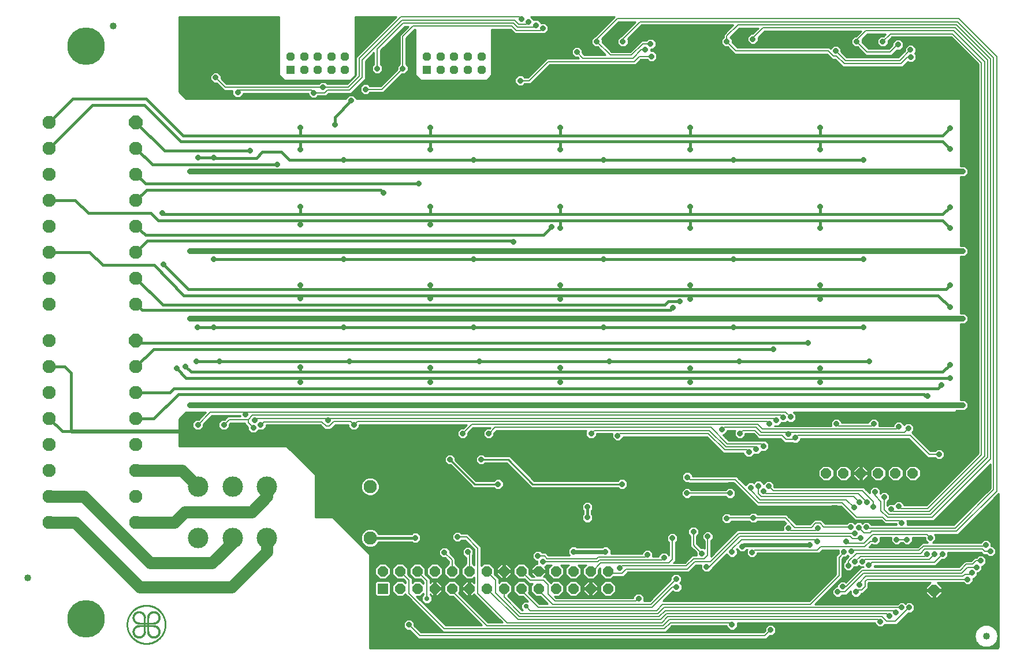
<source format=gbl>
G75*
%MOIN*%
%OFA0B0*%
%FSLAX25Y25*%
%IPPOS*%
%LPD*%
%AMOC8*
5,1,8,0,0,1.08239X$1,22.5*
%
%ADD10OC8,0.05906*%
%ADD11R,0.05906X0.05906*%
%ADD12OC8,0.07677*%
%ADD13C,0.07677*%
%ADD14C,0.11811*%
%ADD15C,0.01000*%
%ADD16C,0.00100*%
%ADD17C,0.04000*%
%ADD18OC8,0.06496*%
%ADD19R,0.04724X0.04724*%
%ADD20OC8,0.04724*%
%ADD21C,0.21654*%
%ADD22C,0.01600*%
%ADD23OC8,0.03175*%
%ADD24C,0.03200*%
%ADD25R,0.03175X0.03175*%
%ADD26C,0.02400*%
%ADD27C,0.00800*%
%ADD28C,0.07000*%
%ADD29OC8,0.02781*%
D10*
X0309333Y0115232D03*
X0319333Y0115232D03*
X0329333Y0115232D03*
X0339333Y0115232D03*
X0349333Y0115232D03*
X0359333Y0115232D03*
X0369333Y0115232D03*
X0379333Y0115232D03*
X0389333Y0115232D03*
X0399333Y0115232D03*
X0409333Y0115232D03*
X0419333Y0115232D03*
X0429333Y0115232D03*
X0439333Y0115232D03*
X0439333Y0105232D03*
X0429333Y0105232D03*
X0419333Y0105232D03*
X0409333Y0105232D03*
X0399333Y0105232D03*
X0389333Y0105232D03*
X0379333Y0105232D03*
X0369333Y0105232D03*
X0359333Y0105232D03*
X0349333Y0105232D03*
X0339333Y0105232D03*
X0329333Y0105232D03*
X0319333Y0105232D03*
X0565188Y0171770D03*
X0575188Y0171770D03*
X0585188Y0171770D03*
X0595188Y0171770D03*
X0605188Y0171770D03*
X0615188Y0171770D03*
D11*
X0309333Y0105232D03*
D12*
X0166932Y0248441D03*
X0166932Y0374425D03*
D13*
X0166932Y0359425D03*
X0166932Y0344425D03*
X0166932Y0329425D03*
X0166932Y0314425D03*
X0166932Y0299425D03*
X0166932Y0284425D03*
X0166932Y0269425D03*
X0116932Y0269425D03*
X0116932Y0284425D03*
X0116932Y0299425D03*
X0116932Y0314425D03*
X0116932Y0329425D03*
X0116932Y0344425D03*
X0116932Y0359425D03*
X0116932Y0374425D03*
X0116932Y0248441D03*
X0116932Y0233441D03*
X0116932Y0218441D03*
X0116932Y0203441D03*
X0116932Y0188441D03*
X0116932Y0173441D03*
X0116932Y0158441D03*
X0116932Y0143441D03*
X0166932Y0143441D03*
X0166932Y0158441D03*
X0166932Y0173441D03*
X0166932Y0188441D03*
X0166932Y0203441D03*
X0166932Y0218441D03*
X0166932Y0233441D03*
X0302044Y0164152D03*
X0302044Y0134388D03*
D14*
X0242516Y0134388D03*
X0222674Y0134388D03*
X0202831Y0134388D03*
X0202831Y0164152D03*
X0222674Y0164152D03*
X0242516Y0164152D03*
D15*
X0259610Y0181847D02*
X0345899Y0181847D01*
X0345100Y0181049D02*
X0345100Y0178491D01*
X0346909Y0176682D01*
X0348447Y0176682D01*
X0360438Y0164691D01*
X0361609Y0163520D01*
X0373571Y0163520D01*
X0374659Y0162432D01*
X0377216Y0162432D01*
X0379025Y0164241D01*
X0379025Y0166799D01*
X0377216Y0168607D01*
X0374659Y0168607D01*
X0373571Y0167520D01*
X0363266Y0167520D01*
X0351275Y0179511D01*
X0351275Y0181049D01*
X0349466Y0182857D01*
X0346909Y0182857D01*
X0345100Y0181049D01*
X0345100Y0180848D02*
X0260609Y0180848D01*
X0261607Y0179850D02*
X0345100Y0179850D01*
X0345100Y0178851D02*
X0262606Y0178851D01*
X0263604Y0177853D02*
X0345738Y0177853D01*
X0346737Y0176854D02*
X0264603Y0176854D01*
X0265601Y0175856D02*
X0349273Y0175856D01*
X0350271Y0174857D02*
X0266600Y0174857D01*
X0267598Y0173859D02*
X0351270Y0173859D01*
X0352269Y0172860D02*
X0268597Y0172860D01*
X0269595Y0171862D02*
X0353267Y0171862D01*
X0354266Y0170863D02*
X0270438Y0170863D01*
X0270438Y0171020D02*
X0253938Y0187520D01*
X0191688Y0187520D01*
X0191688Y0203020D01*
X0195688Y0207020D01*
X0207251Y0207020D01*
X0203088Y0202857D01*
X0201409Y0202857D01*
X0199600Y0201049D01*
X0199600Y0198491D01*
X0201409Y0196682D01*
X0203966Y0196682D01*
X0205775Y0198491D01*
X0205775Y0200170D01*
X0210725Y0205120D01*
X0227100Y0205120D01*
X0227100Y0204670D01*
X0219901Y0204670D01*
X0218088Y0202857D01*
X0216409Y0202857D01*
X0214600Y0201049D01*
X0214600Y0198491D01*
X0216409Y0196682D01*
X0218966Y0196682D01*
X0220775Y0198491D01*
X0220775Y0200170D01*
X0221475Y0200870D01*
X0229788Y0200870D01*
X0229788Y0200233D01*
X0231600Y0198420D01*
X0231600Y0196741D01*
X0233409Y0194932D01*
X0235966Y0194932D01*
X0237716Y0196682D01*
X0240216Y0196682D01*
X0242025Y0198491D01*
X0242025Y0199620D01*
X0273401Y0199620D01*
X0274788Y0198233D01*
X0275901Y0197120D01*
X0279225Y0197120D01*
X0281975Y0199870D01*
X0289600Y0199870D01*
X0289600Y0198491D01*
X0291409Y0196682D01*
X0293966Y0196682D01*
X0295775Y0198491D01*
X0295775Y0199870D01*
X0357851Y0199870D01*
X0355838Y0197857D01*
X0354159Y0197857D01*
X0352350Y0196049D01*
X0352350Y0193491D01*
X0354159Y0191682D01*
X0356716Y0191682D01*
X0358525Y0193491D01*
X0358525Y0195170D01*
X0361475Y0198120D01*
X0371351Y0198120D01*
X0371088Y0197857D01*
X0369159Y0197857D01*
X0367350Y0196049D01*
X0367350Y0193491D01*
X0369159Y0191682D01*
X0371716Y0191682D01*
X0373525Y0193491D01*
X0373525Y0194920D01*
X0374975Y0196370D01*
X0426921Y0196370D01*
X0426600Y0196049D01*
X0426600Y0193491D01*
X0428409Y0191682D01*
X0430966Y0191682D01*
X0432775Y0193491D01*
X0432775Y0194620D01*
X0441850Y0194620D01*
X0441850Y0192241D01*
X0443659Y0190432D01*
X0446216Y0190432D01*
X0448025Y0192241D01*
X0448025Y0192870D01*
X0496401Y0192870D01*
X0505901Y0183370D01*
X0517600Y0183370D01*
X0517600Y0182741D01*
X0519409Y0180932D01*
X0521966Y0180932D01*
X0523716Y0182682D01*
X0526216Y0182682D01*
X0527966Y0184432D01*
X0530466Y0184432D01*
X0532275Y0186241D01*
X0532275Y0188799D01*
X0530466Y0190607D01*
X0528787Y0190607D01*
X0528725Y0190670D01*
X0508975Y0190670D01*
X0505712Y0193932D01*
X0506466Y0193932D01*
X0508275Y0195741D01*
X0508275Y0196370D01*
X0512671Y0196370D01*
X0512350Y0196049D01*
X0512350Y0193491D01*
X0514159Y0191682D01*
X0516716Y0191682D01*
X0518525Y0193491D01*
X0518525Y0194620D01*
X0523401Y0194620D01*
X0525038Y0192983D01*
X0526151Y0191870D01*
X0538901Y0191870D01*
X0540288Y0190483D01*
X0541401Y0189370D01*
X0545971Y0189370D01*
X0546159Y0189182D01*
X0548716Y0189182D01*
X0550525Y0190991D01*
X0550525Y0191870D01*
X0612901Y0191870D01*
X0623901Y0180870D01*
X0627971Y0180870D01*
X0629159Y0179682D01*
X0631716Y0179682D01*
X0633525Y0181491D01*
X0633525Y0184049D01*
X0631716Y0185857D01*
X0629159Y0185857D01*
X0627971Y0184670D01*
X0625475Y0184670D01*
X0614714Y0195430D01*
X0615775Y0196491D01*
X0615775Y0199049D01*
X0613966Y0200857D01*
X0611409Y0200857D01*
X0610275Y0199723D01*
X0610275Y0200049D01*
X0608466Y0201857D01*
X0605909Y0201857D01*
X0604100Y0200049D01*
X0604100Y0199170D01*
X0595775Y0199170D01*
X0595775Y0201549D01*
X0593966Y0203357D01*
X0591409Y0203357D01*
X0589600Y0201549D01*
X0589600Y0200920D01*
X0574275Y0200920D01*
X0574275Y0201549D01*
X0572466Y0203357D01*
X0569909Y0203357D01*
X0568100Y0201549D01*
X0568100Y0199170D01*
X0535454Y0199170D01*
X0535466Y0199182D01*
X0537716Y0199182D01*
X0539466Y0200932D01*
X0541716Y0200932D01*
X0542688Y0201903D01*
X0543409Y0201182D01*
X0545966Y0201182D01*
X0547775Y0202991D01*
X0547775Y0205549D01*
X0546304Y0207020D01*
X0639688Y0207020D01*
X0640588Y0207920D01*
X0644804Y0207920D01*
X0644835Y0207932D01*
X0645466Y0207932D01*
X0645913Y0208379D01*
X0645944Y0208392D01*
X0646816Y0209264D01*
X0646828Y0209294D01*
X0647275Y0209741D01*
X0647275Y0210373D01*
X0647288Y0210403D01*
X0647288Y0211636D01*
X0647275Y0211667D01*
X0647275Y0212299D01*
X0646828Y0212745D01*
X0646816Y0212776D01*
X0645944Y0213648D01*
X0645913Y0213660D01*
X0645466Y0214107D01*
X0644835Y0214107D01*
X0644804Y0214120D01*
X0642688Y0214120D01*
X0642688Y0257920D01*
X0644804Y0257920D01*
X0644835Y0257932D01*
X0645466Y0257932D01*
X0645913Y0258379D01*
X0645944Y0258392D01*
X0646816Y0259264D01*
X0646828Y0259294D01*
X0647275Y0259741D01*
X0647275Y0260373D01*
X0647288Y0260403D01*
X0647288Y0261636D01*
X0647275Y0261667D01*
X0647275Y0262299D01*
X0646828Y0262745D01*
X0646816Y0262776D01*
X0645944Y0263648D01*
X0645913Y0263660D01*
X0645466Y0264107D01*
X0644835Y0264107D01*
X0644804Y0264120D01*
X0642688Y0264120D01*
X0642688Y0296920D01*
X0644804Y0296920D01*
X0644835Y0296932D01*
X0645466Y0296932D01*
X0645913Y0297379D01*
X0645944Y0297392D01*
X0646816Y0298264D01*
X0646828Y0298294D01*
X0647275Y0298741D01*
X0647275Y0299373D01*
X0647288Y0299403D01*
X0647288Y0300636D01*
X0647275Y0300667D01*
X0647275Y0301299D01*
X0646828Y0301745D01*
X0646816Y0301776D01*
X0645944Y0302648D01*
X0645913Y0302660D01*
X0645466Y0303107D01*
X0644835Y0303107D01*
X0644804Y0303120D01*
X0642688Y0303120D01*
X0642688Y0342920D01*
X0644804Y0342920D01*
X0644835Y0342932D01*
X0645466Y0342932D01*
X0645913Y0343379D01*
X0645944Y0343392D01*
X0646816Y0344264D01*
X0646828Y0344294D01*
X0647275Y0344741D01*
X0647275Y0345373D01*
X0647288Y0345403D01*
X0647288Y0346636D01*
X0647275Y0346667D01*
X0647275Y0347299D01*
X0646828Y0347745D01*
X0646816Y0347776D01*
X0645944Y0348648D01*
X0645913Y0348660D01*
X0645466Y0349107D01*
X0644835Y0349107D01*
X0644804Y0349120D01*
X0642688Y0349120D01*
X0642688Y0388020D01*
X0294275Y0388020D01*
X0294275Y0388299D01*
X0292466Y0390107D01*
X0289909Y0390107D01*
X0288100Y0388299D01*
X0288100Y0388020D01*
X0195688Y0388020D01*
X0191688Y0392020D01*
X0191688Y0435339D01*
X0249538Y0435339D01*
X0249538Y0401897D01*
X0252038Y0399397D01*
X0252565Y0398870D01*
X0290810Y0398870D01*
X0293060Y0401120D01*
X0293588Y0401647D01*
X0293588Y0435339D01*
X0317070Y0435339D01*
X0293788Y0412057D01*
X0293788Y0401807D01*
X0288629Y0396648D01*
X0277426Y0396648D01*
X0276216Y0397857D01*
X0273659Y0397857D01*
X0272471Y0396670D01*
X0219225Y0396670D01*
X0216025Y0399869D01*
X0216025Y0401549D01*
X0214216Y0403357D01*
X0211659Y0403357D01*
X0209850Y0401549D01*
X0209850Y0398991D01*
X0211659Y0397182D01*
X0213338Y0397182D01*
X0217651Y0392870D01*
X0222600Y0392870D01*
X0222600Y0390491D01*
X0224409Y0388682D01*
X0226966Y0388682D01*
X0228775Y0390491D01*
X0228775Y0391120D01*
X0266350Y0391120D01*
X0266350Y0390241D01*
X0268159Y0388432D01*
X0270716Y0388432D01*
X0271904Y0389620D01*
X0276725Y0389620D01*
X0277838Y0390733D01*
X0278225Y0391120D01*
X0290975Y0391120D01*
X0292088Y0392233D01*
X0299338Y0399483D01*
X0299338Y0409733D01*
X0304288Y0414683D01*
X0304288Y0407986D01*
X0303100Y0406799D01*
X0303100Y0404241D01*
X0304909Y0402432D01*
X0307466Y0402432D01*
X0309275Y0404241D01*
X0309275Y0406799D01*
X0308088Y0407986D01*
X0308088Y0415983D01*
X0321975Y0429870D01*
X0324101Y0429870D01*
X0319038Y0424807D01*
X0319038Y0407986D01*
X0317850Y0406799D01*
X0317850Y0405119D01*
X0308151Y0395420D01*
X0301904Y0395420D01*
X0300716Y0396607D01*
X0298159Y0396607D01*
X0296350Y0394799D01*
X0296350Y0392241D01*
X0298159Y0390432D01*
X0300716Y0390432D01*
X0301904Y0391620D01*
X0309725Y0391620D01*
X0310838Y0392733D01*
X0320537Y0402432D01*
X0322216Y0402432D01*
X0324025Y0404241D01*
X0324025Y0406799D01*
X0322838Y0407986D01*
X0322838Y0423233D01*
X0327725Y0428120D01*
X0328038Y0428120D01*
X0328038Y0401897D01*
X0330538Y0399397D01*
X0331065Y0398870D01*
X0369310Y0398870D01*
X0371560Y0401120D01*
X0372088Y0401647D01*
X0372088Y0428120D01*
X0383151Y0428120D01*
X0385651Y0425620D01*
X0401225Y0425620D01*
X0401287Y0425682D01*
X0402966Y0425682D01*
X0404775Y0427491D01*
X0404775Y0430049D01*
X0402966Y0431857D01*
X0400716Y0431857D01*
X0398966Y0433607D01*
X0396466Y0433607D01*
X0394735Y0435339D01*
X0443070Y0435339D01*
X0442788Y0435057D01*
X0432151Y0424420D01*
X0431838Y0424107D01*
X0431659Y0424107D01*
X0429850Y0422299D01*
X0429850Y0419741D01*
X0431659Y0417932D01*
X0433338Y0417932D01*
X0437851Y0413420D01*
X0425725Y0413420D01*
X0424525Y0414619D01*
X0424525Y0416299D01*
X0422716Y0418107D01*
X0420159Y0418107D01*
X0418350Y0416299D01*
X0418350Y0413741D01*
X0420159Y0411932D01*
X0421838Y0411932D01*
X0422351Y0411420D01*
X0404151Y0411420D01*
X0403038Y0410307D01*
X0393151Y0400420D01*
X0391154Y0400420D01*
X0389966Y0401607D01*
X0387409Y0401607D01*
X0385600Y0399799D01*
X0385600Y0397241D01*
X0387409Y0395432D01*
X0389966Y0395432D01*
X0391154Y0396620D01*
X0394725Y0396620D01*
X0395838Y0397733D01*
X0405725Y0407620D01*
X0455225Y0407620D01*
X0456338Y0408733D01*
X0458225Y0410620D01*
X0461971Y0410620D01*
X0463159Y0409432D01*
X0465716Y0409432D01*
X0467525Y0411241D01*
X0467525Y0413799D01*
X0465716Y0415607D01*
X0464025Y0415607D01*
X0464025Y0416682D01*
X0465216Y0416682D01*
X0467025Y0418491D01*
X0467025Y0421049D01*
X0465216Y0422857D01*
X0462659Y0422857D01*
X0461471Y0421670D01*
X0458651Y0421670D01*
X0452151Y0415170D01*
X0441475Y0415170D01*
X0436025Y0420619D01*
X0436025Y0422299D01*
X0435714Y0422609D01*
X0445475Y0432370D01*
X0455101Y0432370D01*
X0447151Y0424420D01*
X0446838Y0424107D01*
X0446659Y0424107D01*
X0444850Y0422299D01*
X0444850Y0419741D01*
X0446659Y0417932D01*
X0449216Y0417932D01*
X0451025Y0419741D01*
X0451025Y0422299D01*
X0450714Y0422609D01*
X0458725Y0430620D01*
X0511601Y0430620D01*
X0507151Y0426170D01*
X0506038Y0425057D01*
X0506038Y0423486D01*
X0504850Y0422299D01*
X0504850Y0419741D01*
X0506659Y0417932D01*
X0508338Y0417932D01*
X0512401Y0413870D01*
X0565651Y0413870D01*
X0568651Y0410870D01*
X0570401Y0410870D01*
X0574901Y0406370D01*
X0609225Y0406370D01*
X0610338Y0407483D01*
X0612348Y0409493D01*
X0612909Y0408932D01*
X0615466Y0408932D01*
X0617275Y0410741D01*
X0617275Y0413299D01*
X0616304Y0414270D01*
X0617025Y0414991D01*
X0617025Y0417549D01*
X0615216Y0419357D01*
X0612659Y0419357D01*
X0610850Y0417549D01*
X0610850Y0415869D01*
X0606901Y0411920D01*
X0577225Y0411920D01*
X0573775Y0415369D01*
X0573775Y0417049D01*
X0571966Y0418857D01*
X0569409Y0418857D01*
X0567723Y0417171D01*
X0567225Y0417670D01*
X0513975Y0417670D01*
X0511025Y0420619D01*
X0511025Y0422299D01*
X0509839Y0423484D01*
X0515225Y0428870D01*
X0526101Y0428870D01*
X0522838Y0425607D01*
X0521659Y0425607D01*
X0519850Y0423799D01*
X0519850Y0421241D01*
X0521659Y0419432D01*
X0524216Y0419432D01*
X0526025Y0421241D01*
X0526025Y0423420D01*
X0529725Y0427120D01*
X0585351Y0427120D01*
X0582338Y0424107D01*
X0581659Y0424107D01*
X0579850Y0422299D01*
X0579850Y0419741D01*
X0581659Y0417932D01*
X0583338Y0417932D01*
X0588151Y0413120D01*
X0602975Y0413120D01*
X0604088Y0414233D01*
X0606037Y0416182D01*
X0607966Y0416182D01*
X0609775Y0417991D01*
X0609775Y0420549D01*
X0607966Y0422357D01*
X0605409Y0422357D01*
X0603600Y0420549D01*
X0603600Y0419119D01*
X0601401Y0416920D01*
X0589725Y0416920D01*
X0586025Y0420619D01*
X0586025Y0422299D01*
X0585964Y0422359D01*
X0588975Y0425370D01*
X0599601Y0425370D01*
X0598338Y0424107D01*
X0596659Y0424107D01*
X0594850Y0422299D01*
X0594850Y0419741D01*
X0596659Y0417932D01*
X0599216Y0417932D01*
X0601025Y0419741D01*
X0601025Y0421420D01*
X0603225Y0423620D01*
X0637401Y0423620D01*
X0653038Y0407983D01*
X0653038Y0183307D01*
X0623151Y0153420D01*
X0610275Y0153420D01*
X0610275Y0154049D01*
X0608466Y0155857D01*
X0605909Y0155857D01*
X0604159Y0154107D01*
X0601659Y0154107D01*
X0600588Y0153036D01*
X0600588Y0155553D01*
X0601775Y0156741D01*
X0601775Y0159299D01*
X0599966Y0161107D01*
X0597409Y0161107D01*
X0596525Y0160223D01*
X0596525Y0162299D01*
X0594716Y0164107D01*
X0592159Y0164107D01*
X0590350Y0162299D01*
X0590350Y0160294D01*
X0588088Y0162557D01*
X0586975Y0163670D01*
X0535475Y0163670D01*
X0535275Y0163869D01*
X0535275Y0165549D01*
X0533466Y0167357D01*
X0530909Y0167357D01*
X0529275Y0165723D01*
X0529275Y0165799D01*
X0527466Y0167607D01*
X0524909Y0167607D01*
X0523438Y0166136D01*
X0522966Y0166607D01*
X0520409Y0166607D01*
X0518723Y0164921D01*
X0514838Y0168807D01*
X0513725Y0169920D01*
X0488275Y0169920D01*
X0488275Y0170799D01*
X0486466Y0172607D01*
X0483909Y0172607D01*
X0482100Y0170799D01*
X0482100Y0168241D01*
X0483909Y0166432D01*
X0485588Y0166432D01*
X0485901Y0166120D01*
X0512151Y0166120D01*
X0524288Y0153983D01*
X0525401Y0152870D01*
X0573651Y0152870D01*
X0580788Y0145733D01*
X0581901Y0144620D01*
X0597151Y0144620D01*
X0599151Y0142620D01*
X0605850Y0142620D01*
X0605850Y0141920D01*
X0591525Y0141920D01*
X0591525Y0142049D01*
X0589716Y0143857D01*
X0587159Y0143857D01*
X0586188Y0142886D01*
X0585466Y0143607D01*
X0582909Y0143607D01*
X0581938Y0142636D01*
X0580716Y0143857D01*
X0578159Y0143857D01*
X0576971Y0142670D01*
X0564725Y0142670D01*
X0562475Y0144920D01*
X0558401Y0144920D01*
X0557288Y0143807D01*
X0555901Y0142420D01*
X0547975Y0142420D01*
X0543588Y0146807D01*
X0542475Y0147920D01*
X0525654Y0147920D01*
X0524466Y0149107D01*
X0521909Y0149107D01*
X0520721Y0147920D01*
X0510154Y0147920D01*
X0509216Y0148857D01*
X0506659Y0148857D01*
X0504850Y0147049D01*
X0504850Y0144491D01*
X0506659Y0142682D01*
X0509216Y0142682D01*
X0510654Y0144120D01*
X0520721Y0144120D01*
X0521909Y0142932D01*
X0524466Y0142932D01*
X0525654Y0144120D01*
X0540901Y0144120D01*
X0542036Y0142984D01*
X0540350Y0141299D01*
X0540350Y0138920D01*
X0513901Y0138920D01*
X0498838Y0123857D01*
X0498838Y0132803D01*
X0500025Y0133991D01*
X0500025Y0136549D01*
X0498216Y0138357D01*
X0495659Y0138357D01*
X0493850Y0136549D01*
X0493850Y0133991D01*
X0495038Y0132803D01*
X0495038Y0128286D01*
X0494716Y0128607D01*
X0493037Y0128607D01*
X0491338Y0130307D01*
X0490588Y0131057D01*
X0490588Y0135553D01*
X0491775Y0136741D01*
X0491775Y0139299D01*
X0489966Y0141107D01*
X0487409Y0141107D01*
X0485600Y0139299D01*
X0485600Y0136741D01*
X0486788Y0135553D01*
X0486788Y0129483D01*
X0488651Y0127620D01*
X0490350Y0125920D01*
X0490350Y0124420D01*
X0487901Y0124420D01*
X0483651Y0120170D01*
X0477275Y0120170D01*
X0478338Y0121233D01*
X0478338Y0131803D01*
X0479525Y0132991D01*
X0479525Y0135549D01*
X0477716Y0137357D01*
X0475159Y0137357D01*
X0473350Y0135549D01*
X0473350Y0132991D01*
X0474538Y0131803D01*
X0474538Y0124536D01*
X0472966Y0126107D01*
X0470409Y0126107D01*
X0468600Y0124299D01*
X0468600Y0123670D01*
X0465275Y0123670D01*
X0465275Y0126049D01*
X0463466Y0127857D01*
X0460909Y0127857D01*
X0459100Y0126049D01*
X0459100Y0125420D01*
X0441025Y0125420D01*
X0441025Y0127799D01*
X0439216Y0129607D01*
X0436659Y0129607D01*
X0436271Y0129220D01*
X0421104Y0129220D01*
X0420716Y0129607D01*
X0418159Y0129607D01*
X0416350Y0127799D01*
X0416350Y0125241D01*
X0417171Y0124420D01*
X0404975Y0124420D01*
X0404588Y0124807D01*
X0403475Y0125920D01*
X0401404Y0125920D01*
X0400216Y0127107D01*
X0397659Y0127107D01*
X0395850Y0125299D01*
X0395850Y0122741D01*
X0397659Y0120932D01*
X0398600Y0120932D01*
X0398600Y0119491D01*
X0398606Y0119485D01*
X0397572Y0119485D01*
X0395081Y0116994D01*
X0395081Y0115717D01*
X0398849Y0115717D01*
X0398849Y0114748D01*
X0395081Y0114748D01*
X0395081Y0113471D01*
X0396632Y0111920D01*
X0395333Y0111920D01*
X0393786Y0113467D01*
X0393786Y0117077D01*
X0391178Y0119685D01*
X0387489Y0119685D01*
X0384881Y0117077D01*
X0384881Y0113388D01*
X0387489Y0110780D01*
X0391099Y0110780D01*
X0393759Y0108120D01*
X0395924Y0108120D01*
X0394881Y0107077D01*
X0394881Y0103388D01*
X0397489Y0100780D01*
X0400049Y0100780D01*
X0404509Y0096320D01*
X0399883Y0096320D01*
X0393300Y0102902D01*
X0393786Y0103388D01*
X0393786Y0107077D01*
X0391178Y0109685D01*
X0387489Y0109685D01*
X0384881Y0107077D01*
X0384881Y0103388D01*
X0387489Y0100780D01*
X0390049Y0100780D01*
X0392968Y0097860D01*
X0390840Y0097860D01*
X0389147Y0096167D01*
X0389147Y0093772D01*
X0390250Y0092670D01*
X0389725Y0092670D01*
X0381396Y0100998D01*
X0383786Y0103388D01*
X0383786Y0107077D01*
X0381178Y0109685D01*
X0377489Y0109685D01*
X0376338Y0108534D01*
X0376338Y0110915D01*
X0373786Y0113467D01*
X0373786Y0117077D01*
X0371178Y0119685D01*
X0367489Y0119685D01*
X0366088Y0118284D01*
X0366088Y0129307D01*
X0358475Y0136920D01*
X0354904Y0136920D01*
X0353716Y0138107D01*
X0351159Y0138107D01*
X0349350Y0136299D01*
X0349350Y0133741D01*
X0351159Y0131932D01*
X0353716Y0131932D01*
X0354904Y0133120D01*
X0356901Y0133120D01*
X0362288Y0127733D01*
X0362288Y0118575D01*
X0361233Y0119629D01*
X0361233Y0124699D01*
X0361525Y0124991D01*
X0361525Y0127549D01*
X0359716Y0129357D01*
X0357159Y0129357D01*
X0355350Y0127549D01*
X0355350Y0124991D01*
X0357159Y0123182D01*
X0357433Y0123182D01*
X0357433Y0119629D01*
X0354881Y0117077D01*
X0354881Y0113388D01*
X0357489Y0110780D01*
X0361178Y0110780D01*
X0362288Y0111889D01*
X0362288Y0108292D01*
X0361095Y0109485D01*
X0359818Y0109485D01*
X0359818Y0105717D01*
X0358849Y0105717D01*
X0358849Y0109485D01*
X0357572Y0109485D01*
X0355081Y0106994D01*
X0355081Y0105717D01*
X0358849Y0105717D01*
X0358849Y0104748D01*
X0355081Y0104748D01*
X0355081Y0103471D01*
X0357572Y0100980D01*
X0358849Y0100980D01*
X0358849Y0104748D01*
X0359818Y0104748D01*
X0359818Y0100980D01*
X0361095Y0100980D01*
X0362288Y0102172D01*
X0362288Y0101733D01*
X0378351Y0085670D01*
X0370225Y0085670D01*
X0353146Y0102748D01*
X0353786Y0103388D01*
X0353786Y0107077D01*
X0351178Y0109685D01*
X0347489Y0109685D01*
X0344881Y0107077D01*
X0344881Y0103388D01*
X0347489Y0100780D01*
X0349741Y0100780D01*
X0366601Y0083920D01*
X0345725Y0083920D01*
X0328865Y0100780D01*
X0331178Y0100780D01*
X0332838Y0102439D01*
X0332838Y0101608D01*
X0331847Y0100617D01*
X0331847Y0098222D01*
X0333540Y0096529D01*
X0335935Y0096529D01*
X0337628Y0098222D01*
X0337628Y0100617D01*
X0336638Y0101608D01*
X0336638Y0101914D01*
X0337572Y0100980D01*
X0338849Y0100980D01*
X0338849Y0104748D01*
X0339818Y0104748D01*
X0339818Y0105717D01*
X0338849Y0105717D01*
X0338849Y0109485D01*
X0337572Y0109485D01*
X0336638Y0108551D01*
X0336638Y0110615D01*
X0333786Y0113467D01*
X0333786Y0117077D01*
X0331178Y0119685D01*
X0327489Y0119685D01*
X0324881Y0117077D01*
X0324881Y0113388D01*
X0327489Y0110780D01*
X0331099Y0110780D01*
X0332838Y0109041D01*
X0332838Y0108025D01*
X0331178Y0109685D01*
X0327489Y0109685D01*
X0326338Y0108534D01*
X0326338Y0110915D01*
X0325225Y0112028D01*
X0323786Y0113467D01*
X0323786Y0117077D01*
X0321178Y0119685D01*
X0317489Y0119685D01*
X0314881Y0117077D01*
X0314881Y0113388D01*
X0317489Y0110780D01*
X0321099Y0110780D01*
X0322538Y0109341D01*
X0322538Y0108325D01*
X0321178Y0109685D01*
X0317489Y0109685D01*
X0314881Y0107077D01*
X0314881Y0103388D01*
X0317489Y0100780D01*
X0321178Y0100780D01*
X0322538Y0102139D01*
X0322538Y0101733D01*
X0323651Y0100620D01*
X0343038Y0081233D01*
X0343038Y0081233D01*
X0344151Y0080120D01*
X0472725Y0080120D01*
X0476225Y0083620D01*
X0507850Y0083620D01*
X0507850Y0082991D01*
X0509659Y0081182D01*
X0512216Y0081182D01*
X0514025Y0082991D01*
X0514025Y0085370D01*
X0593350Y0085370D01*
X0593350Y0084741D01*
X0595159Y0082932D01*
X0597716Y0082932D01*
X0599277Y0084493D01*
X0599401Y0084370D01*
X0605975Y0084370D01*
X0607088Y0085483D01*
X0612787Y0091182D01*
X0614466Y0091182D01*
X0616275Y0092991D01*
X0616275Y0095549D01*
X0614466Y0097357D01*
X0611909Y0097357D01*
X0611063Y0096511D01*
X0610216Y0097357D01*
X0607659Y0097357D01*
X0606471Y0096170D01*
X0558875Y0096170D01*
X0573425Y0110720D01*
X0574538Y0111833D01*
X0574538Y0122333D01*
X0575537Y0123332D01*
X0576766Y0123332D01*
X0577713Y0124278D01*
X0578236Y0123755D01*
X0577401Y0122920D01*
X0576288Y0121807D01*
X0576288Y0120986D01*
X0575100Y0119799D01*
X0575100Y0117241D01*
X0576909Y0115432D01*
X0579466Y0115432D01*
X0581275Y0117241D01*
X0581275Y0117682D01*
X0583216Y0117682D01*
X0584063Y0118528D01*
X0584909Y0117682D01*
X0586850Y0117682D01*
X0586850Y0117670D01*
X0585401Y0117670D01*
X0584288Y0116557D01*
X0576527Y0108796D01*
X0575966Y0109357D01*
X0573409Y0109357D01*
X0571600Y0107549D01*
X0571600Y0106357D01*
X0570659Y0106357D01*
X0568850Y0104549D01*
X0568850Y0101991D01*
X0570659Y0100182D01*
X0573216Y0100182D01*
X0574404Y0101370D01*
X0576975Y0101370D01*
X0579350Y0103745D01*
X0579350Y0101991D01*
X0581159Y0100182D01*
X0583716Y0100182D01*
X0585525Y0101991D01*
X0585525Y0102370D01*
X0586475Y0102370D01*
X0587588Y0103483D01*
X0589588Y0105483D01*
X0589588Y0108483D01*
X0589725Y0108620D01*
X0625506Y0108620D01*
X0622940Y0106054D01*
X0622940Y0104670D01*
X0626988Y0104670D01*
X0626988Y0103670D01*
X0627988Y0103670D01*
X0627988Y0104670D01*
X0632036Y0104670D01*
X0632036Y0106054D01*
X0629470Y0108620D01*
X0644471Y0108620D01*
X0645659Y0107432D01*
X0648216Y0107432D01*
X0650025Y0109241D01*
X0650025Y0111182D01*
X0650716Y0111182D01*
X0652525Y0112991D01*
X0652525Y0114432D01*
X0653466Y0114432D01*
X0655275Y0116241D01*
X0655275Y0118182D01*
X0655716Y0118182D01*
X0657525Y0119991D01*
X0657525Y0122549D01*
X0655716Y0124357D01*
X0653159Y0124357D01*
X0651971Y0123170D01*
X0650901Y0123170D01*
X0648901Y0121170D01*
X0645401Y0121170D01*
X0641901Y0117670D01*
X0593025Y0117670D01*
X0593025Y0118370D01*
X0628475Y0118370D01*
X0632037Y0121932D01*
X0633716Y0121932D01*
X0635525Y0123741D01*
X0635525Y0126120D01*
X0654651Y0126120D01*
X0654788Y0125983D01*
X0655901Y0124870D01*
X0657721Y0124870D01*
X0658909Y0123682D01*
X0661466Y0123682D01*
X0663275Y0125491D01*
X0663275Y0128049D01*
X0661466Y0129857D01*
X0660525Y0129857D01*
X0660525Y0131549D01*
X0658716Y0133357D01*
X0656159Y0133357D01*
X0654471Y0131670D01*
X0626954Y0131670D01*
X0628525Y0133241D01*
X0628525Y0135799D01*
X0627954Y0136370D01*
X0641225Y0136370D01*
X0642338Y0137483D01*
X0664794Y0159939D01*
X0664794Y0071925D01*
X0664779Y0071736D01*
X0664662Y0071376D01*
X0664440Y0071071D01*
X0664134Y0070848D01*
X0663774Y0070731D01*
X0663585Y0070717D01*
X0301688Y0070717D01*
X0301688Y0125020D01*
X0280438Y0146520D01*
X0270438Y0146520D01*
X0270438Y0171020D01*
X0270438Y0169865D02*
X0355264Y0169865D01*
X0356263Y0168866D02*
X0304612Y0168866D01*
X0305068Y0168677D02*
X0303106Y0169490D01*
X0300982Y0169490D01*
X0299020Y0168677D01*
X0297518Y0167176D01*
X0296705Y0165213D01*
X0296705Y0163090D01*
X0297518Y0161128D01*
X0299020Y0159626D01*
X0300982Y0158813D01*
X0303106Y0158813D01*
X0305068Y0159626D01*
X0306570Y0161128D01*
X0307383Y0163090D01*
X0307383Y0165213D01*
X0306570Y0167176D01*
X0305068Y0168677D01*
X0305878Y0167868D02*
X0357261Y0167868D01*
X0358260Y0166869D02*
X0306697Y0166869D01*
X0307110Y0165871D02*
X0359258Y0165871D01*
X0360257Y0164872D02*
X0307383Y0164872D01*
X0307383Y0163874D02*
X0361255Y0163874D01*
X0362438Y0165520D02*
X0375938Y0165520D01*
X0377956Y0167868D02*
X0390761Y0167868D01*
X0389763Y0168866D02*
X0361919Y0168866D01*
X0360921Y0169865D02*
X0388764Y0169865D01*
X0387766Y0170863D02*
X0359922Y0170863D01*
X0358924Y0171862D02*
X0386767Y0171862D01*
X0385769Y0172860D02*
X0357925Y0172860D01*
X0356927Y0173859D02*
X0384770Y0173859D01*
X0383771Y0174857D02*
X0355928Y0174857D01*
X0354930Y0175856D02*
X0382773Y0175856D01*
X0381774Y0176854D02*
X0367639Y0176854D01*
X0367466Y0176682D02*
X0368554Y0177770D01*
X0380859Y0177770D01*
X0395109Y0163520D01*
X0445071Y0163520D01*
X0446159Y0162432D01*
X0448716Y0162432D01*
X0450525Y0164241D01*
X0450525Y0166799D01*
X0448716Y0168607D01*
X0446159Y0168607D01*
X0445071Y0167520D01*
X0396766Y0167520D01*
X0383688Y0180598D01*
X0382516Y0181770D01*
X0368554Y0181770D01*
X0367466Y0182857D01*
X0364909Y0182857D01*
X0363100Y0181049D01*
X0363100Y0178491D01*
X0364909Y0176682D01*
X0367466Y0176682D01*
X0364737Y0176854D02*
X0353931Y0176854D01*
X0352933Y0177853D02*
X0363738Y0177853D01*
X0363100Y0178851D02*
X0351934Y0178851D01*
X0351275Y0179850D02*
X0363100Y0179850D01*
X0363100Y0180848D02*
X0351275Y0180848D01*
X0350477Y0181847D02*
X0363899Y0181847D01*
X0364897Y0182846D02*
X0349478Y0182846D01*
X0346897Y0182846D02*
X0258612Y0182846D01*
X0257613Y0183844D02*
X0505426Y0183844D01*
X0504428Y0184843D02*
X0256615Y0184843D01*
X0255616Y0185841D02*
X0503429Y0185841D01*
X0502431Y0186840D02*
X0254618Y0186840D01*
X0241357Y0197823D02*
X0275197Y0197823D01*
X0274199Y0198822D02*
X0242025Y0198822D01*
X0240359Y0196825D02*
X0291266Y0196825D01*
X0290268Y0197823D02*
X0279928Y0197823D01*
X0280927Y0198822D02*
X0289600Y0198822D01*
X0289600Y0199820D02*
X0281925Y0199820D01*
X0294109Y0196825D02*
X0353126Y0196825D01*
X0352350Y0195826D02*
X0236860Y0195826D01*
X0232515Y0195826D02*
X0191688Y0195826D01*
X0191688Y0194828D02*
X0352350Y0194828D01*
X0352350Y0193829D02*
X0191688Y0193829D01*
X0191688Y0192831D02*
X0353010Y0192831D01*
X0354009Y0191832D02*
X0191688Y0191832D01*
X0191688Y0190834D02*
X0443258Y0190834D01*
X0442259Y0191832D02*
X0431116Y0191832D01*
X0432115Y0192831D02*
X0441850Y0192831D01*
X0441850Y0193829D02*
X0432775Y0193829D01*
X0428259Y0191832D02*
X0371866Y0191832D01*
X0372865Y0192831D02*
X0427260Y0192831D01*
X0426600Y0193829D02*
X0373525Y0193829D01*
X0373525Y0194828D02*
X0426600Y0194828D01*
X0426600Y0195826D02*
X0374431Y0195826D01*
X0369125Y0197823D02*
X0361178Y0197823D01*
X0360180Y0196825D02*
X0368126Y0196825D01*
X0367350Y0195826D02*
X0359181Y0195826D01*
X0358525Y0194828D02*
X0367350Y0194828D01*
X0367350Y0193829D02*
X0358525Y0193829D01*
X0357865Y0192831D02*
X0368010Y0192831D01*
X0369009Y0191832D02*
X0356866Y0191832D01*
X0354125Y0197823D02*
X0295107Y0197823D01*
X0295775Y0198822D02*
X0356803Y0198822D01*
X0357801Y0199820D02*
X0295775Y0199820D01*
X0299476Y0168866D02*
X0270438Y0168866D01*
X0270438Y0167868D02*
X0298210Y0167868D01*
X0297391Y0166869D02*
X0270438Y0166869D01*
X0270438Y0165871D02*
X0296978Y0165871D01*
X0296705Y0164872D02*
X0270438Y0164872D01*
X0270438Y0163874D02*
X0296705Y0163874D01*
X0296794Y0162875D02*
X0270438Y0162875D01*
X0270438Y0161877D02*
X0297208Y0161877D01*
X0297767Y0160878D02*
X0270438Y0160878D01*
X0270438Y0159880D02*
X0298766Y0159880D01*
X0300817Y0158881D02*
X0270438Y0158881D01*
X0270438Y0157883D02*
X0482958Y0157883D01*
X0483659Y0157182D02*
X0486216Y0157182D01*
X0487404Y0158370D01*
X0507221Y0158370D01*
X0508409Y0157182D01*
X0510966Y0157182D01*
X0512775Y0158991D01*
X0512775Y0161549D01*
X0510966Y0163357D01*
X0508409Y0163357D01*
X0507221Y0162170D01*
X0487404Y0162170D01*
X0486216Y0163357D01*
X0483659Y0163357D01*
X0481850Y0161549D01*
X0481850Y0158991D01*
X0483659Y0157182D01*
X0481960Y0158881D02*
X0303271Y0158881D01*
X0305322Y0159880D02*
X0481850Y0159880D01*
X0481850Y0160878D02*
X0306321Y0160878D01*
X0306880Y0161877D02*
X0482179Y0161877D01*
X0483177Y0162875D02*
X0449159Y0162875D01*
X0450158Y0163874D02*
X0514397Y0163874D01*
X0515395Y0162875D02*
X0511448Y0162875D01*
X0512447Y0161877D02*
X0516394Y0161877D01*
X0517392Y0160878D02*
X0512775Y0160878D01*
X0512775Y0159880D02*
X0518391Y0159880D01*
X0519389Y0158881D02*
X0512665Y0158881D01*
X0511667Y0157883D02*
X0520388Y0157883D01*
X0521386Y0156884D02*
X0270438Y0156884D01*
X0270438Y0155886D02*
X0522385Y0155886D01*
X0523383Y0154887D02*
X0429186Y0154887D01*
X0428716Y0155357D02*
X0426159Y0155357D01*
X0424350Y0153549D01*
X0424350Y0150991D01*
X0425138Y0150203D01*
X0425138Y0148336D01*
X0424350Y0147549D01*
X0424350Y0144991D01*
X0426159Y0143182D01*
X0428716Y0143182D01*
X0430525Y0144991D01*
X0430525Y0147549D01*
X0429738Y0148336D01*
X0429738Y0150203D01*
X0430525Y0150991D01*
X0430525Y0153549D01*
X0428716Y0155357D01*
X0430185Y0153889D02*
X0524382Y0153889D01*
X0525380Y0152890D02*
X0430525Y0152890D01*
X0430525Y0151892D02*
X0574629Y0151892D01*
X0575627Y0150893D02*
X0430427Y0150893D01*
X0429738Y0149895D02*
X0576626Y0149895D01*
X0577624Y0148896D02*
X0524677Y0148896D01*
X0521698Y0148896D02*
X0429738Y0148896D01*
X0430176Y0147898D02*
X0505699Y0147898D01*
X0504850Y0146899D02*
X0430525Y0146899D01*
X0430525Y0145901D02*
X0504850Y0145901D01*
X0504850Y0144902D02*
X0430436Y0144902D01*
X0429438Y0143904D02*
X0505438Y0143904D01*
X0506436Y0142905D02*
X0284010Y0142905D01*
X0283023Y0143904D02*
X0425438Y0143904D01*
X0424439Y0144902D02*
X0282036Y0144902D01*
X0281050Y0145901D02*
X0424350Y0145901D01*
X0424350Y0146899D02*
X0270438Y0146899D01*
X0270438Y0147898D02*
X0424699Y0147898D01*
X0425138Y0148896D02*
X0270438Y0148896D01*
X0270438Y0149895D02*
X0425138Y0149895D01*
X0424448Y0150893D02*
X0270438Y0150893D01*
X0270438Y0151892D02*
X0424350Y0151892D01*
X0424350Y0152890D02*
X0270438Y0152890D01*
X0270438Y0153889D02*
X0424690Y0153889D01*
X0425689Y0154887D02*
X0270438Y0154887D01*
X0284997Y0141907D02*
X0540958Y0141907D01*
X0540350Y0140908D02*
X0490166Y0140908D01*
X0491164Y0139910D02*
X0540350Y0139910D01*
X0541957Y0142905D02*
X0509439Y0142905D01*
X0510438Y0143904D02*
X0520938Y0143904D01*
X0525438Y0143904D02*
X0541117Y0143904D01*
X0543495Y0146899D02*
X0579621Y0146899D01*
X0578623Y0147898D02*
X0542497Y0147898D01*
X0544494Y0145901D02*
X0580620Y0145901D01*
X0581618Y0144902D02*
X0562492Y0144902D01*
X0563491Y0143904D02*
X0597867Y0143904D01*
X0598865Y0142905D02*
X0590669Y0142905D01*
X0586207Y0142905D02*
X0586169Y0142905D01*
X0582207Y0142905D02*
X0581669Y0142905D01*
X0577207Y0142905D02*
X0564489Y0142905D01*
X0558383Y0144902D02*
X0545492Y0144902D01*
X0546491Y0143904D02*
X0557385Y0143904D01*
X0556386Y0142905D02*
X0547489Y0142905D01*
X0562975Y0127520D02*
X0572400Y0127520D01*
X0572400Y0125569D01*
X0571851Y0125020D01*
X0570738Y0123907D01*
X0570738Y0113407D01*
X0555301Y0097970D01*
X0471075Y0097970D01*
X0476848Y0103743D01*
X0477659Y0102932D01*
X0480216Y0102932D01*
X0482025Y0104741D01*
X0482025Y0107299D01*
X0480804Y0108520D01*
X0481775Y0109491D01*
X0481775Y0112049D01*
X0479966Y0113857D01*
X0477409Y0113857D01*
X0475600Y0112049D01*
X0475600Y0110369D01*
X0463301Y0098070D01*
X0460004Y0098070D01*
X0460075Y0098141D01*
X0460075Y0100699D01*
X0458266Y0102507D01*
X0455709Y0102507D01*
X0453900Y0100699D01*
X0453900Y0099820D01*
X0409525Y0099820D01*
X0408565Y0100780D01*
X0411178Y0100780D01*
X0413786Y0103388D01*
X0413786Y0107077D01*
X0411178Y0109685D01*
X0407489Y0109685D01*
X0406349Y0108545D01*
X0404088Y0110807D01*
X0402975Y0111920D01*
X0402035Y0111920D01*
X0403586Y0113471D01*
X0403586Y0114748D01*
X0399818Y0114748D01*
X0399818Y0115717D01*
X0403586Y0115717D01*
X0403586Y0116994D01*
X0402898Y0117682D01*
X0402966Y0117682D01*
X0404154Y0118870D01*
X0406674Y0118870D01*
X0404881Y0117077D01*
X0404881Y0113388D01*
X0407489Y0110780D01*
X0411178Y0110780D01*
X0413786Y0113388D01*
X0413786Y0117077D01*
X0411993Y0118870D01*
X0416674Y0118870D01*
X0414881Y0117077D01*
X0414881Y0113388D01*
X0417489Y0110780D01*
X0421178Y0110780D01*
X0423786Y0113388D01*
X0423786Y0117077D01*
X0421993Y0118870D01*
X0426674Y0118870D01*
X0424881Y0117077D01*
X0424881Y0113388D01*
X0427489Y0110780D01*
X0431178Y0110780D01*
X0433786Y0113388D01*
X0433786Y0115931D01*
X0434881Y0117026D01*
X0434881Y0113388D01*
X0437489Y0110780D01*
X0441178Y0110780D01*
X0442518Y0112120D01*
X0448225Y0112120D01*
X0449338Y0113233D01*
X0450725Y0114620D01*
X0485975Y0114620D01*
X0487088Y0115733D01*
X0490225Y0118870D01*
X0493100Y0118870D01*
X0493100Y0116491D01*
X0494909Y0114682D01*
X0497466Y0114682D01*
X0498654Y0115870D01*
X0498725Y0115870D01*
X0499838Y0116983D01*
X0507850Y0124995D01*
X0507850Y0124991D01*
X0509659Y0123182D01*
X0512216Y0123182D01*
X0514025Y0124991D01*
X0514025Y0127549D01*
X0513589Y0127984D01*
X0513723Y0128118D01*
X0515409Y0126432D01*
X0517966Y0126432D01*
X0519354Y0127820D01*
X0519871Y0127820D01*
X0519350Y0127299D01*
X0519350Y0124741D01*
X0521159Y0122932D01*
X0523716Y0122932D01*
X0525525Y0124741D01*
X0525525Y0125620D01*
X0561075Y0125620D01*
X0562975Y0127520D01*
X0562384Y0126929D02*
X0572400Y0126929D01*
X0572400Y0125930D02*
X0561385Y0125930D01*
X0570764Y0123933D02*
X0524718Y0123933D01*
X0525525Y0124932D02*
X0571763Y0124932D01*
X0571851Y0125020D02*
X0571851Y0125020D01*
X0570738Y0122935D02*
X0523719Y0122935D01*
X0521156Y0122935D02*
X0505790Y0122935D01*
X0506788Y0123933D02*
X0508908Y0123933D01*
X0507909Y0124932D02*
X0507787Y0124932D01*
X0504791Y0121936D02*
X0570738Y0121936D01*
X0570738Y0120938D02*
X0503793Y0120938D01*
X0502794Y0119939D02*
X0570738Y0119939D01*
X0570738Y0118941D02*
X0501796Y0118941D01*
X0500797Y0117942D02*
X0570738Y0117942D01*
X0570738Y0116944D02*
X0499799Y0116944D01*
X0498800Y0115945D02*
X0570738Y0115945D01*
X0570738Y0114947D02*
X0497731Y0114947D01*
X0494644Y0114947D02*
X0486302Y0114947D01*
X0487300Y0115945D02*
X0493646Y0115945D01*
X0493100Y0116944D02*
X0488299Y0116944D01*
X0489297Y0117942D02*
X0493100Y0117942D01*
X0487414Y0123933D02*
X0478338Y0123933D01*
X0478338Y0122935D02*
X0486416Y0122935D01*
X0485417Y0121936D02*
X0478338Y0121936D01*
X0478043Y0120938D02*
X0484419Y0120938D01*
X0490350Y0124932D02*
X0478338Y0124932D01*
X0478338Y0125930D02*
X0490340Y0125930D01*
X0489341Y0126929D02*
X0478338Y0126929D01*
X0478338Y0127927D02*
X0488343Y0127927D01*
X0487344Y0128926D02*
X0478338Y0128926D01*
X0478338Y0129924D02*
X0486788Y0129924D01*
X0486788Y0130923D02*
X0478338Y0130923D01*
X0478456Y0131921D02*
X0486788Y0131921D01*
X0486788Y0132920D02*
X0479454Y0132920D01*
X0479525Y0133918D02*
X0486788Y0133918D01*
X0486788Y0134917D02*
X0479525Y0134917D01*
X0479158Y0135915D02*
X0486426Y0135915D01*
X0485600Y0136914D02*
X0478160Y0136914D01*
X0474716Y0136914D02*
X0358480Y0136914D01*
X0359479Y0135915D02*
X0473717Y0135915D01*
X0473350Y0134917D02*
X0360477Y0134917D01*
X0361476Y0133918D02*
X0473350Y0133918D01*
X0473421Y0132920D02*
X0362474Y0132920D01*
X0363473Y0131921D02*
X0474420Y0131921D01*
X0474538Y0130923D02*
X0364471Y0130923D01*
X0365470Y0129924D02*
X0474538Y0129924D01*
X0474538Y0128926D02*
X0439898Y0128926D01*
X0440896Y0127927D02*
X0474538Y0127927D01*
X0474538Y0126929D02*
X0464395Y0126929D01*
X0465275Y0125930D02*
X0470232Y0125930D01*
X0469234Y0124932D02*
X0465275Y0124932D01*
X0465275Y0123933D02*
X0468600Y0123933D01*
X0473143Y0125930D02*
X0474538Y0125930D01*
X0474538Y0124932D02*
X0474142Y0124932D01*
X0459981Y0126929D02*
X0441025Y0126929D01*
X0441025Y0125930D02*
X0459100Y0125930D01*
X0450053Y0113948D02*
X0570738Y0113948D01*
X0570281Y0112950D02*
X0480874Y0112950D01*
X0481775Y0111951D02*
X0569282Y0111951D01*
X0568284Y0110953D02*
X0481775Y0110953D01*
X0481775Y0109954D02*
X0567285Y0109954D01*
X0566287Y0108956D02*
X0481240Y0108956D01*
X0481366Y0107957D02*
X0565288Y0107957D01*
X0564290Y0106959D02*
X0482025Y0106959D01*
X0482025Y0105960D02*
X0563291Y0105960D01*
X0562293Y0104962D02*
X0482025Y0104962D01*
X0481247Y0103963D02*
X0561294Y0103963D01*
X0560296Y0102965D02*
X0480249Y0102965D01*
X0477627Y0102965D02*
X0476070Y0102965D01*
X0475071Y0101966D02*
X0559297Y0101966D01*
X0558299Y0100968D02*
X0474073Y0100968D01*
X0473074Y0099969D02*
X0557300Y0099969D01*
X0556302Y0098971D02*
X0472076Y0098971D01*
X0471077Y0097972D02*
X0555303Y0097972D01*
X0559678Y0096974D02*
X0607275Y0096974D01*
X0610600Y0096974D02*
X0611525Y0096974D01*
X0614850Y0096974D02*
X0664794Y0096974D01*
X0664794Y0097972D02*
X0560677Y0097972D01*
X0561676Y0098971D02*
X0664794Y0098971D01*
X0664794Y0099969D02*
X0629719Y0099969D01*
X0629372Y0099622D02*
X0632036Y0102286D01*
X0632036Y0103670D01*
X0627988Y0103670D01*
X0627988Y0099622D01*
X0629372Y0099622D01*
X0627988Y0099969D02*
X0626988Y0099969D01*
X0626988Y0099622D02*
X0626988Y0103670D01*
X0622940Y0103670D01*
X0622940Y0102286D01*
X0625604Y0099622D01*
X0626988Y0099622D01*
X0626988Y0100968D02*
X0627988Y0100968D01*
X0627988Y0101966D02*
X0626988Y0101966D01*
X0626988Y0102965D02*
X0627988Y0102965D01*
X0627988Y0103963D02*
X0664794Y0103963D01*
X0664794Y0102965D02*
X0632036Y0102965D01*
X0631716Y0101966D02*
X0664794Y0101966D01*
X0664794Y0100968D02*
X0630717Y0100968D01*
X0632036Y0104962D02*
X0664794Y0104962D01*
X0664794Y0105960D02*
X0632036Y0105960D01*
X0631131Y0106959D02*
X0664794Y0106959D01*
X0664794Y0107957D02*
X0648741Y0107957D01*
X0649740Y0108956D02*
X0664794Y0108956D01*
X0664794Y0109954D02*
X0650025Y0109954D01*
X0650025Y0110953D02*
X0664794Y0110953D01*
X0664794Y0111951D02*
X0651485Y0111951D01*
X0652484Y0112950D02*
X0664794Y0112950D01*
X0664794Y0113948D02*
X0652525Y0113948D01*
X0653981Y0114947D02*
X0664794Y0114947D01*
X0664794Y0115945D02*
X0654979Y0115945D01*
X0655275Y0116944D02*
X0664794Y0116944D01*
X0664794Y0117942D02*
X0655275Y0117942D01*
X0656475Y0118941D02*
X0664794Y0118941D01*
X0664794Y0119939D02*
X0657473Y0119939D01*
X0657525Y0120938D02*
X0664794Y0120938D01*
X0664794Y0121936D02*
X0657525Y0121936D01*
X0657139Y0122935D02*
X0664794Y0122935D01*
X0664794Y0123933D02*
X0661718Y0123933D01*
X0662716Y0124932D02*
X0664794Y0124932D01*
X0664794Y0125930D02*
X0663275Y0125930D01*
X0663275Y0126929D02*
X0664794Y0126929D01*
X0664794Y0127927D02*
X0663275Y0127927D01*
X0662398Y0128926D02*
X0664794Y0128926D01*
X0664794Y0129924D02*
X0660525Y0129924D01*
X0660525Y0130923D02*
X0664794Y0130923D01*
X0664794Y0131921D02*
X0660152Y0131921D01*
X0659154Y0132920D02*
X0664794Y0132920D01*
X0664794Y0133918D02*
X0628525Y0133918D01*
X0628525Y0134917D02*
X0664794Y0134917D01*
X0664794Y0135915D02*
X0628408Y0135915D01*
X0628204Y0132920D02*
X0655722Y0132920D01*
X0654723Y0131921D02*
X0627206Y0131921D01*
X0623921Y0131670D02*
X0620651Y0131670D01*
X0618151Y0129170D01*
X0590025Y0129170D01*
X0591475Y0130620D01*
X0591971Y0130620D01*
X0592159Y0130432D01*
X0594716Y0130432D01*
X0596525Y0132241D01*
X0596525Y0134620D01*
X0602850Y0134620D01*
X0602850Y0132241D01*
X0604659Y0130432D01*
X0607216Y0130432D01*
X0608404Y0131620D01*
X0609471Y0131620D01*
X0610659Y0130432D01*
X0613216Y0130432D01*
X0615025Y0132241D01*
X0615025Y0134620D01*
X0622350Y0134620D01*
X0622350Y0133241D01*
X0623921Y0131670D01*
X0623670Y0131921D02*
X0614706Y0131921D01*
X0615025Y0132920D02*
X0622671Y0132920D01*
X0622350Y0133918D02*
X0615025Y0133918D01*
X0613707Y0130923D02*
X0619904Y0130923D01*
X0618905Y0129924D02*
X0590779Y0129924D01*
X0595207Y0130923D02*
X0604168Y0130923D01*
X0603170Y0131921D02*
X0596206Y0131921D01*
X0596525Y0132920D02*
X0602850Y0132920D01*
X0602850Y0133918D02*
X0596525Y0133918D01*
X0607707Y0130923D02*
X0610168Y0130923D01*
X0612025Y0141920D02*
X0612025Y0144299D01*
X0611954Y0144370D01*
X0627225Y0144370D01*
X0628338Y0145483D01*
X0660038Y0177183D01*
X0660038Y0163057D01*
X0638901Y0141920D01*
X0612025Y0141920D01*
X0612025Y0142905D02*
X0639886Y0142905D01*
X0640885Y0143904D02*
X0612025Y0143904D01*
X0610275Y0153889D02*
X0623620Y0153889D01*
X0624618Y0154887D02*
X0609436Y0154887D01*
X0604939Y0154887D02*
X0600588Y0154887D01*
X0600588Y0153889D02*
X0601440Y0153889D01*
X0600920Y0155886D02*
X0625617Y0155886D01*
X0626615Y0156884D02*
X0601775Y0156884D01*
X0601775Y0157883D02*
X0627614Y0157883D01*
X0628612Y0158881D02*
X0601775Y0158881D01*
X0601194Y0159880D02*
X0629611Y0159880D01*
X0630609Y0160878D02*
X0600195Y0160878D01*
X0597180Y0160878D02*
X0596525Y0160878D01*
X0596525Y0161877D02*
X0631608Y0161877D01*
X0632606Y0162875D02*
X0595948Y0162875D01*
X0594950Y0163874D02*
X0633605Y0163874D01*
X0634603Y0164872D02*
X0535275Y0164872D01*
X0535275Y0163874D02*
X0591926Y0163874D01*
X0590927Y0162875D02*
X0587769Y0162875D01*
X0588768Y0161877D02*
X0590350Y0161877D01*
X0590350Y0160878D02*
X0589766Y0160878D01*
X0586949Y0167517D02*
X0585672Y0167517D01*
X0585672Y0171285D01*
X0584703Y0171285D01*
X0584703Y0167517D01*
X0583426Y0167517D01*
X0580935Y0170008D01*
X0580935Y0171285D01*
X0584703Y0171285D01*
X0584703Y0172254D01*
X0580935Y0172254D01*
X0580935Y0173531D01*
X0583426Y0176022D01*
X0584703Y0176022D01*
X0584703Y0172254D01*
X0585672Y0172254D01*
X0589440Y0172254D01*
X0589440Y0173531D01*
X0586949Y0176022D01*
X0585672Y0176022D01*
X0585672Y0172254D01*
X0585672Y0171285D01*
X0589440Y0171285D01*
X0589440Y0170008D01*
X0586949Y0167517D01*
X0587300Y0167868D02*
X0592792Y0167868D01*
X0593343Y0167317D02*
X0590735Y0169925D01*
X0590735Y0173614D01*
X0593343Y0176222D01*
X0597032Y0176222D01*
X0599640Y0173614D01*
X0599640Y0169925D01*
X0597032Y0167317D01*
X0593343Y0167317D01*
X0591794Y0168866D02*
X0588299Y0168866D01*
X0589297Y0169865D02*
X0590795Y0169865D01*
X0590735Y0170863D02*
X0589440Y0170863D01*
X0590735Y0171862D02*
X0585672Y0171862D01*
X0584703Y0171862D02*
X0579640Y0171862D01*
X0579640Y0172860D02*
X0580935Y0172860D01*
X0581263Y0173859D02*
X0579396Y0173859D01*
X0579640Y0173614D02*
X0577032Y0176222D01*
X0573343Y0176222D01*
X0570735Y0173614D01*
X0570735Y0169925D01*
X0573343Y0167317D01*
X0577032Y0167317D01*
X0579640Y0169925D01*
X0579640Y0173614D01*
X0578397Y0174857D02*
X0582261Y0174857D01*
X0583260Y0175856D02*
X0577399Y0175856D01*
X0572977Y0175856D02*
X0567399Y0175856D01*
X0567032Y0176222D02*
X0563343Y0176222D01*
X0560735Y0173614D01*
X0560735Y0169925D01*
X0563343Y0167317D01*
X0567032Y0167317D01*
X0569640Y0169925D01*
X0569640Y0173614D01*
X0567032Y0176222D01*
X0568397Y0174857D02*
X0571978Y0174857D01*
X0570980Y0173859D02*
X0569396Y0173859D01*
X0569640Y0172860D02*
X0570735Y0172860D01*
X0570735Y0171862D02*
X0569640Y0171862D01*
X0569640Y0170863D02*
X0570735Y0170863D01*
X0570795Y0169865D02*
X0569580Y0169865D01*
X0568581Y0168866D02*
X0571794Y0168866D01*
X0572792Y0167868D02*
X0567583Y0167868D01*
X0562792Y0167868D02*
X0515776Y0167868D01*
X0514778Y0168866D02*
X0561794Y0168866D01*
X0560795Y0169865D02*
X0513779Y0169865D01*
X0512400Y0165871D02*
X0450525Y0165871D01*
X0450525Y0164872D02*
X0513398Y0164872D01*
X0516775Y0166869D02*
X0524171Y0166869D01*
X0528204Y0166869D02*
X0530421Y0166869D01*
X0529423Y0165871D02*
X0529203Y0165871D01*
X0533954Y0166869D02*
X0636600Y0166869D01*
X0635602Y0165871D02*
X0534953Y0165871D01*
X0519673Y0165871D02*
X0517774Y0165871D01*
X0507927Y0162875D02*
X0486698Y0162875D01*
X0483472Y0166869D02*
X0450454Y0166869D01*
X0449456Y0167868D02*
X0482473Y0167868D01*
X0482100Y0168866D02*
X0395419Y0168866D01*
X0394421Y0169865D02*
X0482100Y0169865D01*
X0482165Y0170863D02*
X0393422Y0170863D01*
X0392424Y0171862D02*
X0483164Y0171862D01*
X0487212Y0171862D02*
X0560735Y0171862D01*
X0560735Y0172860D02*
X0391425Y0172860D01*
X0390427Y0173859D02*
X0560980Y0173859D01*
X0561978Y0174857D02*
X0389428Y0174857D01*
X0388430Y0175856D02*
X0562977Y0175856D01*
X0560735Y0170863D02*
X0488210Y0170863D01*
X0486917Y0157883D02*
X0507708Y0157883D01*
X0513892Y0138911D02*
X0491775Y0138911D01*
X0491775Y0137913D02*
X0495214Y0137913D01*
X0494216Y0136914D02*
X0491775Y0136914D01*
X0490950Y0135915D02*
X0493850Y0135915D01*
X0493850Y0134917D02*
X0490588Y0134917D01*
X0490588Y0133918D02*
X0493923Y0133918D01*
X0494921Y0132920D02*
X0490588Y0132920D01*
X0490588Y0131921D02*
X0495038Y0131921D01*
X0495038Y0130923D02*
X0490721Y0130923D01*
X0491720Y0129924D02*
X0495038Y0129924D01*
X0495038Y0128926D02*
X0492718Y0128926D01*
X0498838Y0128926D02*
X0503907Y0128926D01*
X0504905Y0129924D02*
X0498838Y0129924D01*
X0498838Y0130923D02*
X0505904Y0130923D01*
X0506902Y0131921D02*
X0498838Y0131921D01*
X0498954Y0132920D02*
X0507901Y0132920D01*
X0508899Y0133918D02*
X0499953Y0133918D01*
X0500025Y0134917D02*
X0509898Y0134917D01*
X0510896Y0135915D02*
X0500025Y0135915D01*
X0499660Y0136914D02*
X0511895Y0136914D01*
X0512893Y0137913D02*
X0498661Y0137913D01*
X0498838Y0127927D02*
X0502908Y0127927D01*
X0501910Y0126929D02*
X0498838Y0126929D01*
X0498838Y0125930D02*
X0500911Y0125930D01*
X0499913Y0124932D02*
X0498838Y0124932D01*
X0498838Y0123933D02*
X0498914Y0123933D01*
X0512968Y0123933D02*
X0520158Y0123933D01*
X0519350Y0124932D02*
X0513966Y0124932D01*
X0514025Y0125930D02*
X0519350Y0125930D01*
X0519350Y0126929D02*
X0518463Y0126929D01*
X0514912Y0126929D02*
X0514025Y0126929D01*
X0513914Y0127927D02*
X0513646Y0127927D01*
X0487210Y0140908D02*
X0285984Y0140908D01*
X0286971Y0139910D02*
X0486211Y0139910D01*
X0485600Y0138911D02*
X0305071Y0138911D01*
X0305068Y0138914D02*
X0303106Y0139726D01*
X0300982Y0139726D01*
X0299020Y0138914D01*
X0297518Y0137412D01*
X0296705Y0135450D01*
X0296705Y0133326D01*
X0297518Y0131364D01*
X0299020Y0129862D01*
X0300982Y0129049D01*
X0303106Y0129049D01*
X0305068Y0129862D01*
X0306570Y0131364D01*
X0306924Y0132220D01*
X0326121Y0132220D01*
X0326909Y0131432D01*
X0329466Y0131432D01*
X0331275Y0133241D01*
X0331275Y0135799D01*
X0329466Y0137607D01*
X0326909Y0137607D01*
X0326121Y0136820D01*
X0306815Y0136820D01*
X0306570Y0137412D01*
X0305068Y0138914D01*
X0306069Y0137913D02*
X0350964Y0137913D01*
X0349966Y0136914D02*
X0330160Y0136914D01*
X0331158Y0135915D02*
X0349350Y0135915D01*
X0349350Y0134917D02*
X0331275Y0134917D01*
X0331275Y0133918D02*
X0349350Y0133918D01*
X0350171Y0132920D02*
X0330954Y0132920D01*
X0329956Y0131921D02*
X0358099Y0131921D01*
X0359097Y0130923D02*
X0306129Y0130923D01*
X0306801Y0131921D02*
X0326420Y0131921D01*
X0326216Y0136914D02*
X0306776Y0136914D01*
X0305130Y0129924D02*
X0360096Y0129924D01*
X0360148Y0128926D02*
X0361094Y0128926D01*
X0361146Y0127927D02*
X0362093Y0127927D01*
X0362288Y0126929D02*
X0361525Y0126929D01*
X0361525Y0125930D02*
X0362288Y0125930D01*
X0362288Y0124932D02*
X0361466Y0124932D01*
X0361233Y0123933D02*
X0362288Y0123933D01*
X0362288Y0122935D02*
X0361233Y0122935D01*
X0361233Y0121936D02*
X0362288Y0121936D01*
X0362288Y0120938D02*
X0361233Y0120938D01*
X0361233Y0119939D02*
X0362288Y0119939D01*
X0362288Y0118941D02*
X0361922Y0118941D01*
X0366088Y0118941D02*
X0366745Y0118941D01*
X0366088Y0119939D02*
X0398600Y0119939D01*
X0397653Y0120938D02*
X0366088Y0120938D01*
X0366088Y0121936D02*
X0396655Y0121936D01*
X0395850Y0122935D02*
X0366088Y0122935D01*
X0366088Y0123933D02*
X0395850Y0123933D01*
X0395850Y0124932D02*
X0366088Y0124932D01*
X0366088Y0125930D02*
X0396482Y0125930D01*
X0397481Y0126929D02*
X0366088Y0126929D01*
X0366088Y0127927D02*
X0416479Y0127927D01*
X0416350Y0126929D02*
X0400395Y0126929D01*
X0401393Y0125930D02*
X0416350Y0125930D01*
X0416659Y0124932D02*
X0404462Y0124932D01*
X0403226Y0117942D02*
X0405746Y0117942D01*
X0404881Y0116944D02*
X0403586Y0116944D01*
X0403586Y0115945D02*
X0404881Y0115945D01*
X0404881Y0114947D02*
X0399818Y0114947D01*
X0398849Y0114947D02*
X0393786Y0114947D01*
X0393786Y0115945D02*
X0395081Y0115945D01*
X0395081Y0116944D02*
X0393786Y0116944D01*
X0392920Y0117942D02*
X0396029Y0117942D01*
X0397028Y0118941D02*
X0391922Y0118941D01*
X0386745Y0118941D02*
X0381639Y0118941D01*
X0381095Y0119485D02*
X0379818Y0119485D01*
X0379818Y0115717D01*
X0378849Y0115717D01*
X0378849Y0119485D01*
X0377572Y0119485D01*
X0375081Y0116994D01*
X0375081Y0115717D01*
X0378849Y0115717D01*
X0378849Y0114748D01*
X0375081Y0114748D01*
X0375081Y0113471D01*
X0377572Y0110980D01*
X0378849Y0110980D01*
X0378849Y0114748D01*
X0379818Y0114748D01*
X0379818Y0115717D01*
X0383586Y0115717D01*
X0383586Y0116994D01*
X0381095Y0119485D01*
X0379818Y0118941D02*
X0378849Y0118941D01*
X0378849Y0117942D02*
X0379818Y0117942D01*
X0379818Y0116944D02*
X0378849Y0116944D01*
X0378849Y0115945D02*
X0379818Y0115945D01*
X0379818Y0114947D02*
X0384881Y0114947D01*
X0384881Y0115945D02*
X0383586Y0115945D01*
X0383586Y0116944D02*
X0384881Y0116944D01*
X0385746Y0117942D02*
X0382638Y0117942D01*
X0383586Y0114748D02*
X0379818Y0114748D01*
X0379818Y0110980D01*
X0381095Y0110980D01*
X0383586Y0113471D01*
X0383586Y0114748D01*
X0383586Y0113948D02*
X0384881Y0113948D01*
X0385319Y0112950D02*
X0383065Y0112950D01*
X0382067Y0111951D02*
X0386317Y0111951D01*
X0387316Y0110953D02*
X0376300Y0110953D01*
X0376338Y0109954D02*
X0391924Y0109954D01*
X0391907Y0108956D02*
X0392923Y0108956D01*
X0392906Y0107957D02*
X0395761Y0107957D01*
X0394881Y0106959D02*
X0393786Y0106959D01*
X0393786Y0105960D02*
X0394881Y0105960D01*
X0394881Y0104962D02*
X0393786Y0104962D01*
X0393786Y0103963D02*
X0394881Y0103963D01*
X0395304Y0102965D02*
X0393363Y0102965D01*
X0394237Y0101966D02*
X0396302Y0101966D01*
X0397301Y0100968D02*
X0395235Y0100968D01*
X0396234Y0099969D02*
X0400860Y0099969D01*
X0401858Y0098971D02*
X0397232Y0098971D01*
X0398231Y0097972D02*
X0402857Y0097972D01*
X0403855Y0096974D02*
X0399229Y0096974D01*
X0392857Y0097972D02*
X0384422Y0097972D01*
X0383424Y0098971D02*
X0391858Y0098971D01*
X0390860Y0099969D02*
X0382425Y0099969D01*
X0381427Y0100968D02*
X0387301Y0100968D01*
X0386302Y0101966D02*
X0382364Y0101966D01*
X0383363Y0102965D02*
X0385304Y0102965D01*
X0384881Y0103963D02*
X0383786Y0103963D01*
X0383786Y0104962D02*
X0384881Y0104962D01*
X0384881Y0105960D02*
X0383786Y0105960D01*
X0383786Y0106959D02*
X0384881Y0106959D01*
X0385761Y0107957D02*
X0382906Y0107957D01*
X0381907Y0108956D02*
X0386760Y0108956D01*
X0379818Y0111951D02*
X0378849Y0111951D01*
X0378849Y0112950D02*
X0379818Y0112950D01*
X0379818Y0113948D02*
X0378849Y0113948D01*
X0378849Y0114947D02*
X0373786Y0114947D01*
X0373786Y0115945D02*
X0375081Y0115945D01*
X0375081Y0116944D02*
X0373786Y0116944D01*
X0372920Y0117942D02*
X0376029Y0117942D01*
X0377028Y0118941D02*
X0371922Y0118941D01*
X0373786Y0113948D02*
X0375081Y0113948D01*
X0375602Y0112950D02*
X0374303Y0112950D01*
X0375301Y0111951D02*
X0376600Y0111951D01*
X0376760Y0108956D02*
X0376338Y0108956D01*
X0363053Y0100968D02*
X0354927Y0100968D01*
X0353928Y0101966D02*
X0356585Y0101966D01*
X0355587Y0102965D02*
X0353363Y0102965D01*
X0353786Y0103963D02*
X0355081Y0103963D01*
X0353786Y0104962D02*
X0358849Y0104962D01*
X0358849Y0105960D02*
X0359818Y0105960D01*
X0359818Y0106959D02*
X0358849Y0106959D01*
X0358849Y0107957D02*
X0359818Y0107957D01*
X0359818Y0108956D02*
X0358849Y0108956D01*
X0357042Y0108956D02*
X0351907Y0108956D01*
X0352906Y0107957D02*
X0356044Y0107957D01*
X0355081Y0106959D02*
X0353786Y0106959D01*
X0353786Y0105960D02*
X0355081Y0105960D01*
X0358849Y0103963D02*
X0359818Y0103963D01*
X0359818Y0102965D02*
X0358849Y0102965D01*
X0358849Y0101966D02*
X0359818Y0101966D01*
X0362081Y0101966D02*
X0362288Y0101966D01*
X0364051Y0099969D02*
X0355925Y0099969D01*
X0356924Y0098971D02*
X0365050Y0098971D01*
X0366048Y0097972D02*
X0357922Y0097972D01*
X0358921Y0096974D02*
X0367047Y0096974D01*
X0368045Y0095975D02*
X0359919Y0095975D01*
X0360918Y0094977D02*
X0369044Y0094977D01*
X0370042Y0093978D02*
X0361916Y0093978D01*
X0362915Y0092979D02*
X0371041Y0092979D01*
X0372039Y0091981D02*
X0363913Y0091981D01*
X0364912Y0090982D02*
X0373038Y0090982D01*
X0374036Y0089984D02*
X0365910Y0089984D01*
X0366909Y0088985D02*
X0375035Y0088985D01*
X0376033Y0087987D02*
X0367907Y0087987D01*
X0368906Y0086988D02*
X0377032Y0086988D01*
X0378030Y0085990D02*
X0369904Y0085990D01*
X0366527Y0083993D02*
X0345651Y0083993D01*
X0344653Y0084991D02*
X0365529Y0084991D01*
X0364530Y0085990D02*
X0343654Y0085990D01*
X0342656Y0086988D02*
X0363532Y0086988D01*
X0362533Y0087987D02*
X0341657Y0087987D01*
X0340659Y0088985D02*
X0361535Y0088985D01*
X0360536Y0089984D02*
X0339660Y0089984D01*
X0338662Y0090982D02*
X0359538Y0090982D01*
X0358539Y0091981D02*
X0337663Y0091981D01*
X0336665Y0092979D02*
X0357541Y0092979D01*
X0356542Y0093978D02*
X0335666Y0093978D01*
X0334668Y0094977D02*
X0355544Y0094977D01*
X0354545Y0095975D02*
X0333669Y0095975D01*
X0333096Y0096974D02*
X0332671Y0096974D01*
X0332097Y0097972D02*
X0331672Y0097972D01*
X0331847Y0098971D02*
X0330674Y0098971D01*
X0329675Y0099969D02*
X0331847Y0099969D01*
X0332198Y0100968D02*
X0331366Y0100968D01*
X0332364Y0101966D02*
X0332838Y0101966D01*
X0337278Y0100968D02*
X0347301Y0100968D01*
X0346302Y0101966D02*
X0342081Y0101966D01*
X0341095Y0100980D02*
X0343586Y0103471D01*
X0343586Y0104748D01*
X0339818Y0104748D01*
X0339818Y0100980D01*
X0341095Y0100980D01*
X0339818Y0101966D02*
X0338849Y0101966D01*
X0338849Y0102965D02*
X0339818Y0102965D01*
X0339818Y0103963D02*
X0338849Y0103963D01*
X0339818Y0104962D02*
X0344881Y0104962D01*
X0344881Y0105960D02*
X0343586Y0105960D01*
X0343586Y0105717D02*
X0343586Y0106994D01*
X0341095Y0109485D01*
X0339818Y0109485D01*
X0339818Y0105717D01*
X0343586Y0105717D01*
X0343586Y0106959D02*
X0344881Y0106959D01*
X0345761Y0107957D02*
X0342623Y0107957D01*
X0341624Y0108956D02*
X0346760Y0108956D01*
X0347489Y0110780D02*
X0351178Y0110780D01*
X0353786Y0113388D01*
X0353786Y0117077D01*
X0351233Y0119629D01*
X0351233Y0122411D01*
X0348025Y0125619D01*
X0348025Y0127299D01*
X0346216Y0129107D01*
X0343659Y0129107D01*
X0341850Y0127299D01*
X0341850Y0124741D01*
X0343659Y0122932D01*
X0345338Y0122932D01*
X0347433Y0120837D01*
X0347433Y0119629D01*
X0344881Y0117077D01*
X0344881Y0113388D01*
X0347489Y0110780D01*
X0347316Y0110953D02*
X0341351Y0110953D01*
X0341178Y0110780D02*
X0343786Y0113388D01*
X0343786Y0117077D01*
X0341178Y0119685D01*
X0337489Y0119685D01*
X0334881Y0117077D01*
X0334881Y0113388D01*
X0337489Y0110780D01*
X0341178Y0110780D01*
X0342349Y0111951D02*
X0346317Y0111951D01*
X0345319Y0112950D02*
X0343348Y0112950D01*
X0343786Y0113948D02*
X0344881Y0113948D01*
X0344881Y0114947D02*
X0343786Y0114947D01*
X0343786Y0115945D02*
X0344881Y0115945D01*
X0344881Y0116944D02*
X0343786Y0116944D01*
X0342920Y0117942D02*
X0345746Y0117942D01*
X0346745Y0118941D02*
X0341922Y0118941D01*
X0343656Y0122935D02*
X0301688Y0122935D01*
X0301688Y0123933D02*
X0342658Y0123933D01*
X0341850Y0124932D02*
X0301688Y0124932D01*
X0300788Y0125930D02*
X0341850Y0125930D01*
X0341850Y0126929D02*
X0299801Y0126929D01*
X0298814Y0127927D02*
X0342479Y0127927D01*
X0343478Y0128926D02*
X0297827Y0128926D01*
X0296840Y0129924D02*
X0298957Y0129924D01*
X0297959Y0130923D02*
X0295853Y0130923D01*
X0294866Y0131921D02*
X0297287Y0131921D01*
X0296874Y0132920D02*
X0293879Y0132920D01*
X0292892Y0133918D02*
X0296705Y0133918D01*
X0296705Y0134917D02*
X0291905Y0134917D01*
X0290919Y0135915D02*
X0296898Y0135915D01*
X0297312Y0136914D02*
X0289932Y0136914D01*
X0288945Y0137913D02*
X0298019Y0137913D01*
X0299017Y0138911D02*
X0287958Y0138911D01*
X0301688Y0121936D02*
X0346334Y0121936D01*
X0347333Y0120938D02*
X0301688Y0120938D01*
X0301688Y0119939D02*
X0347433Y0119939D01*
X0351233Y0119939D02*
X0357433Y0119939D01*
X0357433Y0120938D02*
X0351233Y0120938D01*
X0351233Y0121936D02*
X0357433Y0121936D01*
X0357433Y0122935D02*
X0350709Y0122935D01*
X0349711Y0123933D02*
X0356408Y0123933D01*
X0355409Y0124932D02*
X0348712Y0124932D01*
X0348025Y0125930D02*
X0355350Y0125930D01*
X0355350Y0126929D02*
X0348025Y0126929D01*
X0347396Y0127927D02*
X0355729Y0127927D01*
X0356728Y0128926D02*
X0346398Y0128926D01*
X0354704Y0132920D02*
X0357100Y0132920D01*
X0353911Y0137913D02*
X0485600Y0137913D01*
X0476501Y0112950D02*
X0449055Y0112950D01*
X0442349Y0111951D02*
X0475600Y0111951D01*
X0475600Y0110953D02*
X0441351Y0110953D01*
X0441178Y0109685D02*
X0437489Y0109685D01*
X0434881Y0107077D01*
X0434881Y0103388D01*
X0437489Y0100780D01*
X0441178Y0100780D01*
X0443786Y0103388D01*
X0443786Y0107077D01*
X0441178Y0109685D01*
X0441907Y0108956D02*
X0474187Y0108956D01*
X0475185Y0109954D02*
X0404940Y0109954D01*
X0405939Y0108956D02*
X0406760Y0108956D01*
X0407316Y0110953D02*
X0403942Y0110953D01*
X0402067Y0111951D02*
X0406317Y0111951D01*
X0405319Y0112950D02*
X0403065Y0112950D01*
X0403586Y0113948D02*
X0404881Y0113948D01*
X0411351Y0110953D02*
X0417316Y0110953D01*
X0417489Y0109685D02*
X0414881Y0107077D01*
X0414881Y0103388D01*
X0417489Y0100780D01*
X0421178Y0100780D01*
X0423786Y0103388D01*
X0423786Y0107077D01*
X0421178Y0109685D01*
X0417489Y0109685D01*
X0416760Y0108956D02*
X0411907Y0108956D01*
X0412906Y0107957D02*
X0415761Y0107957D01*
X0414881Y0106959D02*
X0413786Y0106959D01*
X0413786Y0105960D02*
X0414881Y0105960D01*
X0414881Y0104962D02*
X0413786Y0104962D01*
X0413786Y0103963D02*
X0414881Y0103963D01*
X0415304Y0102965D02*
X0413363Y0102965D01*
X0412364Y0101966D02*
X0416302Y0101966D01*
X0417301Y0100968D02*
X0411366Y0100968D01*
X0409375Y0099969D02*
X0453900Y0099969D01*
X0454169Y0100968D02*
X0441366Y0100968D01*
X0442364Y0101966D02*
X0455168Y0101966D01*
X0458807Y0101966D02*
X0467197Y0101966D01*
X0466199Y0100968D02*
X0459806Y0100968D01*
X0460075Y0099969D02*
X0465200Y0099969D01*
X0464202Y0098971D02*
X0460075Y0098971D01*
X0468196Y0102965D02*
X0443363Y0102965D01*
X0443786Y0103963D02*
X0469194Y0103963D01*
X0470193Y0104962D02*
X0443786Y0104962D01*
X0443786Y0105960D02*
X0471191Y0105960D01*
X0472190Y0106959D02*
X0443786Y0106959D01*
X0442906Y0107957D02*
X0473188Y0107957D01*
X0475599Y0082994D02*
X0507850Y0082994D01*
X0508845Y0081996D02*
X0474601Y0081996D01*
X0473602Y0080997D02*
X0530100Y0080997D01*
X0530100Y0080869D02*
X0529151Y0079920D01*
X0331475Y0079920D01*
X0327525Y0083869D01*
X0327525Y0085549D01*
X0325716Y0087357D01*
X0323159Y0087357D01*
X0321350Y0085549D01*
X0321350Y0082991D01*
X0323159Y0081182D01*
X0324838Y0081182D01*
X0329901Y0076120D01*
X0530725Y0076120D01*
X0532787Y0078182D01*
X0534466Y0078182D01*
X0536275Y0079991D01*
X0536275Y0082549D01*
X0534466Y0084357D01*
X0531909Y0084357D01*
X0530100Y0082549D01*
X0530100Y0080869D01*
X0530100Y0081996D02*
X0513030Y0081996D01*
X0514025Y0082994D02*
X0530546Y0082994D01*
X0531545Y0083993D02*
X0514025Y0083993D01*
X0514025Y0084991D02*
X0593350Y0084991D01*
X0594098Y0083993D02*
X0534831Y0083993D01*
X0535829Y0082994D02*
X0595097Y0082994D01*
X0597779Y0082994D02*
X0653381Y0082994D01*
X0653471Y0083108D02*
X0651598Y0080759D01*
X0650930Y0077831D01*
X0650930Y0077831D01*
X0651598Y0074902D01*
X0653471Y0072553D01*
X0656178Y0071250D01*
X0659182Y0071250D01*
X0661888Y0072553D01*
X0661888Y0072553D01*
X0661888Y0072553D01*
X0663761Y0074902D01*
X0664430Y0077831D01*
X0663761Y0080759D01*
X0661888Y0083108D01*
X0659182Y0084411D01*
X0656178Y0084411D01*
X0653471Y0083108D01*
X0653471Y0083108D01*
X0653471Y0083108D01*
X0652584Y0081996D02*
X0536275Y0081996D01*
X0536275Y0080997D02*
X0651788Y0080997D01*
X0651598Y0080759D02*
X0651598Y0080759D01*
X0651425Y0079999D02*
X0536275Y0079999D01*
X0535285Y0079000D02*
X0651197Y0079000D01*
X0650969Y0078002D02*
X0532607Y0078002D01*
X0531608Y0077003D02*
X0651119Y0077003D01*
X0651347Y0076005D02*
X0301688Y0076005D01*
X0301688Y0077003D02*
X0329017Y0077003D01*
X0328019Y0078002D02*
X0301688Y0078002D01*
X0301688Y0079000D02*
X0327020Y0079000D01*
X0326021Y0079999D02*
X0301688Y0079999D01*
X0301688Y0080997D02*
X0325023Y0080997D01*
X0322345Y0081996D02*
X0301688Y0081996D01*
X0301688Y0082994D02*
X0321350Y0082994D01*
X0321350Y0083993D02*
X0301688Y0083993D01*
X0301688Y0084991D02*
X0321350Y0084991D01*
X0321792Y0085990D02*
X0301688Y0085990D01*
X0301688Y0086988D02*
X0322790Y0086988D01*
X0326085Y0086988D02*
X0337282Y0086988D01*
X0338280Y0085990D02*
X0327084Y0085990D01*
X0327525Y0084991D02*
X0339279Y0084991D01*
X0340277Y0083993D02*
X0327525Y0083993D01*
X0328400Y0082994D02*
X0341276Y0082994D01*
X0342274Y0081996D02*
X0329398Y0081996D01*
X0330397Y0080997D02*
X0343273Y0080997D01*
X0336283Y0087987D02*
X0301688Y0087987D01*
X0301688Y0088985D02*
X0335285Y0088985D01*
X0334286Y0089984D02*
X0301688Y0089984D01*
X0301688Y0090982D02*
X0333288Y0090982D01*
X0332289Y0091981D02*
X0301688Y0091981D01*
X0301688Y0092979D02*
X0331291Y0092979D01*
X0330292Y0093978D02*
X0301688Y0093978D01*
X0301688Y0094977D02*
X0329294Y0094977D01*
X0328295Y0095975D02*
X0301688Y0095975D01*
X0301688Y0096974D02*
X0327297Y0096974D01*
X0326298Y0097972D02*
X0301688Y0097972D01*
X0301688Y0098971D02*
X0325300Y0098971D01*
X0324301Y0099969D02*
X0301688Y0099969D01*
X0301688Y0100968D02*
X0305571Y0100968D01*
X0305759Y0100780D02*
X0312907Y0100780D01*
X0313786Y0101658D01*
X0313786Y0108806D01*
X0312907Y0109685D01*
X0305759Y0109685D01*
X0304881Y0108806D01*
X0304881Y0101658D01*
X0305759Y0100780D01*
X0304881Y0101966D02*
X0301688Y0101966D01*
X0301688Y0102965D02*
X0304881Y0102965D01*
X0304881Y0103963D02*
X0301688Y0103963D01*
X0301688Y0104962D02*
X0304881Y0104962D01*
X0304881Y0105960D02*
X0301688Y0105960D01*
X0301688Y0106959D02*
X0304881Y0106959D01*
X0304881Y0107957D02*
X0301688Y0107957D01*
X0301688Y0108956D02*
X0305030Y0108956D01*
X0307316Y0110953D02*
X0301688Y0110953D01*
X0301688Y0111951D02*
X0306317Y0111951D01*
X0305319Y0112950D02*
X0301688Y0112950D01*
X0301688Y0113948D02*
X0304881Y0113948D01*
X0304881Y0113388D02*
X0307489Y0110780D01*
X0311178Y0110780D01*
X0313786Y0113388D01*
X0313786Y0117077D01*
X0311178Y0119685D01*
X0307489Y0119685D01*
X0304881Y0117077D01*
X0304881Y0113388D01*
X0304881Y0114947D02*
X0301688Y0114947D01*
X0301688Y0115945D02*
X0304881Y0115945D01*
X0304881Y0116944D02*
X0301688Y0116944D01*
X0301688Y0117942D02*
X0305746Y0117942D01*
X0306745Y0118941D02*
X0301688Y0118941D01*
X0311922Y0118941D02*
X0316745Y0118941D01*
X0315746Y0117942D02*
X0312920Y0117942D01*
X0313786Y0116944D02*
X0314881Y0116944D01*
X0314881Y0115945D02*
X0313786Y0115945D01*
X0313786Y0114947D02*
X0314881Y0114947D01*
X0314881Y0113948D02*
X0313786Y0113948D01*
X0313348Y0112950D02*
X0315319Y0112950D01*
X0316317Y0111951D02*
X0312349Y0111951D01*
X0311351Y0110953D02*
X0317316Y0110953D01*
X0316760Y0108956D02*
X0313637Y0108956D01*
X0313786Y0107957D02*
X0315761Y0107957D01*
X0314881Y0106959D02*
X0313786Y0106959D01*
X0313786Y0105960D02*
X0314881Y0105960D01*
X0314881Y0104962D02*
X0313786Y0104962D01*
X0313786Y0103963D02*
X0314881Y0103963D01*
X0315304Y0102965D02*
X0313786Y0102965D01*
X0313786Y0101966D02*
X0316302Y0101966D01*
X0317301Y0100968D02*
X0313095Y0100968D01*
X0321924Y0109954D02*
X0301688Y0109954D01*
X0321907Y0108956D02*
X0322538Y0108956D01*
X0326338Y0108956D02*
X0326760Y0108956D01*
X0326338Y0109954D02*
X0331924Y0109954D01*
X0331907Y0108956D02*
X0332838Y0108956D01*
X0336638Y0108956D02*
X0337042Y0108956D01*
X0336638Y0109954D02*
X0362288Y0109954D01*
X0362288Y0108956D02*
X0361624Y0108956D01*
X0361351Y0110953D02*
X0362288Y0110953D01*
X0357316Y0110953D02*
X0351351Y0110953D01*
X0352349Y0111951D02*
X0356317Y0111951D01*
X0355319Y0112950D02*
X0353348Y0112950D01*
X0353786Y0113948D02*
X0354881Y0113948D01*
X0354881Y0114947D02*
X0353786Y0114947D01*
X0353786Y0115945D02*
X0354881Y0115945D01*
X0354881Y0116944D02*
X0353786Y0116944D01*
X0352920Y0117942D02*
X0355746Y0117942D01*
X0356745Y0118941D02*
X0351922Y0118941D01*
X0336745Y0118941D02*
X0331922Y0118941D01*
X0332920Y0117942D02*
X0335746Y0117942D01*
X0334881Y0116944D02*
X0333786Y0116944D01*
X0333786Y0115945D02*
X0334881Y0115945D01*
X0334881Y0114947D02*
X0333786Y0114947D01*
X0333786Y0113948D02*
X0334881Y0113948D01*
X0335319Y0112950D02*
X0334303Y0112950D01*
X0335301Y0111951D02*
X0336317Y0111951D01*
X0336300Y0110953D02*
X0337316Y0110953D01*
X0338849Y0108956D02*
X0339818Y0108956D01*
X0339818Y0107957D02*
X0338849Y0107957D01*
X0338849Y0106959D02*
X0339818Y0106959D01*
X0339818Y0105960D02*
X0338849Y0105960D01*
X0343586Y0103963D02*
X0344881Y0103963D01*
X0345304Y0102965D02*
X0343080Y0102965D01*
X0337628Y0099969D02*
X0350551Y0099969D01*
X0351550Y0098971D02*
X0337628Y0098971D01*
X0337378Y0097972D02*
X0352548Y0097972D01*
X0353547Y0096974D02*
X0336379Y0096974D01*
X0323651Y0100620D02*
X0323651Y0100620D01*
X0323303Y0100968D02*
X0321366Y0100968D01*
X0322364Y0101966D02*
X0322538Y0101966D01*
X0326300Y0110953D02*
X0327316Y0110953D01*
X0326317Y0111951D02*
X0325301Y0111951D01*
X0325319Y0112950D02*
X0324303Y0112950D01*
X0323786Y0113948D02*
X0324881Y0113948D01*
X0324881Y0114947D02*
X0323786Y0114947D01*
X0323786Y0115945D02*
X0324881Y0115945D01*
X0324881Y0116944D02*
X0323786Y0116944D01*
X0322920Y0117942D02*
X0325746Y0117942D01*
X0326745Y0118941D02*
X0321922Y0118941D01*
X0366088Y0128926D02*
X0417478Y0128926D01*
X0415746Y0117942D02*
X0412920Y0117942D01*
X0413786Y0116944D02*
X0414881Y0116944D01*
X0414881Y0115945D02*
X0413786Y0115945D01*
X0413786Y0114947D02*
X0414881Y0114947D01*
X0414881Y0113948D02*
X0413786Y0113948D01*
X0413348Y0112950D02*
X0415319Y0112950D01*
X0416317Y0111951D02*
X0412349Y0111951D01*
X0421351Y0110953D02*
X0427316Y0110953D01*
X0426317Y0111951D02*
X0422349Y0111951D01*
X0423348Y0112950D02*
X0425319Y0112950D01*
X0424881Y0113948D02*
X0423786Y0113948D01*
X0423786Y0114947D02*
X0424881Y0114947D01*
X0424881Y0115945D02*
X0423786Y0115945D01*
X0423786Y0116944D02*
X0424881Y0116944D01*
X0425746Y0117942D02*
X0422920Y0117942D01*
X0431351Y0110953D02*
X0437316Y0110953D01*
X0436317Y0111951D02*
X0432349Y0111951D01*
X0433348Y0112950D02*
X0435319Y0112950D01*
X0434881Y0113948D02*
X0433786Y0113948D01*
X0433786Y0114947D02*
X0434881Y0114947D01*
X0434881Y0115945D02*
X0433800Y0115945D01*
X0434799Y0116944D02*
X0434881Y0116944D01*
X0436760Y0108956D02*
X0431624Y0108956D01*
X0431095Y0109485D02*
X0429818Y0109485D01*
X0429818Y0105717D01*
X0428849Y0105717D01*
X0428849Y0109485D01*
X0427572Y0109485D01*
X0425081Y0106994D01*
X0425081Y0105717D01*
X0428849Y0105717D01*
X0428849Y0104748D01*
X0425081Y0104748D01*
X0425081Y0103471D01*
X0427572Y0100980D01*
X0428849Y0100980D01*
X0428849Y0104748D01*
X0429818Y0104748D01*
X0429818Y0105717D01*
X0433586Y0105717D01*
X0433586Y0106994D01*
X0431095Y0109485D01*
X0429818Y0108956D02*
X0428849Y0108956D01*
X0428849Y0107957D02*
X0429818Y0107957D01*
X0429818Y0106959D02*
X0428849Y0106959D01*
X0428849Y0105960D02*
X0429818Y0105960D01*
X0429818Y0104962D02*
X0434881Y0104962D01*
X0434881Y0105960D02*
X0433586Y0105960D01*
X0433586Y0106959D02*
X0434881Y0106959D01*
X0435761Y0107957D02*
X0432623Y0107957D01*
X0433586Y0104748D02*
X0429818Y0104748D01*
X0429818Y0100980D01*
X0431095Y0100980D01*
X0433586Y0103471D01*
X0433586Y0104748D01*
X0433586Y0103963D02*
X0434881Y0103963D01*
X0435304Y0102965D02*
X0433080Y0102965D01*
X0432081Y0101966D02*
X0436302Y0101966D01*
X0437301Y0100968D02*
X0421366Y0100968D01*
X0422364Y0101966D02*
X0426585Y0101966D01*
X0425587Y0102965D02*
X0423363Y0102965D01*
X0423786Y0103963D02*
X0425081Y0103963D01*
X0423786Y0104962D02*
X0428849Y0104962D01*
X0428849Y0103963D02*
X0429818Y0103963D01*
X0429818Y0102965D02*
X0428849Y0102965D01*
X0428849Y0101966D02*
X0429818Y0101966D01*
X0425081Y0105960D02*
X0423786Y0105960D01*
X0423786Y0106959D02*
X0425081Y0106959D01*
X0426044Y0107957D02*
X0422906Y0107957D01*
X0421907Y0108956D02*
X0427042Y0108956D01*
X0396600Y0111951D02*
X0395301Y0111951D01*
X0395602Y0112950D02*
X0394303Y0112950D01*
X0393786Y0113948D02*
X0395081Y0113948D01*
X0389954Y0096974D02*
X0385421Y0096974D01*
X0386419Y0095975D02*
X0389147Y0095975D01*
X0389147Y0094977D02*
X0387418Y0094977D01*
X0388416Y0093978D02*
X0389147Y0093978D01*
X0389415Y0092979D02*
X0389940Y0092979D01*
X0331395Y0079999D02*
X0529230Y0079999D01*
X0562674Y0099969D02*
X0625256Y0099969D01*
X0624258Y0100968D02*
X0584502Y0100968D01*
X0585500Y0101966D02*
X0623259Y0101966D01*
X0622940Y0102965D02*
X0587070Y0102965D01*
X0588068Y0103963D02*
X0626988Y0103963D01*
X0622940Y0104962D02*
X0589067Y0104962D01*
X0589588Y0105960D02*
X0622940Y0105960D01*
X0623845Y0106959D02*
X0589588Y0106959D01*
X0589588Y0107957D02*
X0624843Y0107957D01*
X0630132Y0107957D02*
X0645134Y0107957D01*
X0642173Y0117942D02*
X0593025Y0117942D01*
X0584649Y0117942D02*
X0583476Y0117942D01*
X0584675Y0116944D02*
X0580978Y0116944D01*
X0579979Y0115945D02*
X0583676Y0115945D01*
X0582678Y0114947D02*
X0574538Y0114947D01*
X0574538Y0115945D02*
X0576396Y0115945D01*
X0575397Y0116944D02*
X0574538Y0116944D01*
X0574538Y0117942D02*
X0575100Y0117942D01*
X0575100Y0118941D02*
X0574538Y0118941D01*
X0574538Y0119939D02*
X0575241Y0119939D01*
X0574538Y0120938D02*
X0576240Y0120938D01*
X0576417Y0121936D02*
X0574538Y0121936D01*
X0575140Y0122935D02*
X0577416Y0122935D01*
X0577368Y0123933D02*
X0578058Y0123933D01*
X0574538Y0113948D02*
X0581679Y0113948D01*
X0580681Y0112950D02*
X0574538Y0112950D01*
X0574538Y0111951D02*
X0579682Y0111951D01*
X0578684Y0110953D02*
X0573658Y0110953D01*
X0573425Y0110720D02*
X0573425Y0110720D01*
X0572659Y0109954D02*
X0577685Y0109954D01*
X0576687Y0108956D02*
X0576368Y0108956D01*
X0573007Y0108956D02*
X0571661Y0108956D01*
X0572009Y0107957D02*
X0570662Y0107957D01*
X0571600Y0106959D02*
X0569664Y0106959D01*
X0570262Y0105960D02*
X0568665Y0105960D01*
X0569263Y0104962D02*
X0567667Y0104962D01*
X0566668Y0103963D02*
X0568850Y0103963D01*
X0568850Y0102965D02*
X0565670Y0102965D01*
X0564671Y0101966D02*
X0568875Y0101966D01*
X0569874Y0100968D02*
X0563673Y0100968D01*
X0574002Y0100968D02*
X0580374Y0100968D01*
X0579375Y0101966D02*
X0577571Y0101966D01*
X0578570Y0102965D02*
X0579350Y0102965D01*
X0598777Y0083993D02*
X0655309Y0083993D01*
X0660051Y0083993D02*
X0664794Y0083993D01*
X0664794Y0084991D02*
X0606596Y0084991D01*
X0607595Y0085990D02*
X0664794Y0085990D01*
X0664794Y0086988D02*
X0608593Y0086988D01*
X0609592Y0087987D02*
X0664794Y0087987D01*
X0664794Y0088985D02*
X0610590Y0088985D01*
X0611589Y0089984D02*
X0664794Y0089984D01*
X0664794Y0090982D02*
X0612587Y0090982D01*
X0615265Y0091981D02*
X0664794Y0091981D01*
X0664794Y0092979D02*
X0616264Y0092979D01*
X0616275Y0093978D02*
X0664794Y0093978D01*
X0664794Y0094977D02*
X0616275Y0094977D01*
X0615849Y0095975D02*
X0664794Y0095975D01*
X0664794Y0082994D02*
X0661979Y0082994D01*
X0661888Y0083108D02*
X0661888Y0083108D01*
X0662775Y0081996D02*
X0664794Y0081996D01*
X0664794Y0080997D02*
X0663572Y0080997D01*
X0663761Y0080759D02*
X0663761Y0080759D01*
X0663935Y0079999D02*
X0664794Y0079999D01*
X0664794Y0079000D02*
X0664163Y0079000D01*
X0664391Y0078002D02*
X0664794Y0078002D01*
X0664794Y0077003D02*
X0664241Y0077003D01*
X0664013Y0076005D02*
X0664794Y0076005D01*
X0664794Y0075006D02*
X0663785Y0075006D01*
X0663761Y0074902D02*
X0663761Y0074902D01*
X0663048Y0074008D02*
X0664794Y0074008D01*
X0664794Y0073009D02*
X0662252Y0073009D01*
X0660762Y0072011D02*
X0664794Y0072011D01*
X0664360Y0071012D02*
X0301688Y0071012D01*
X0301688Y0072011D02*
X0654598Y0072011D01*
X0653471Y0072553D02*
X0653471Y0072553D01*
X0653108Y0073009D02*
X0301688Y0073009D01*
X0301688Y0074008D02*
X0652311Y0074008D01*
X0651598Y0074902D02*
X0651598Y0074902D01*
X0651574Y0075006D02*
X0301688Y0075006D01*
X0177005Y0083644D02*
X0168737Y0083644D01*
X0168737Y0085219D02*
X0177005Y0085219D01*
X0161871Y0084431D02*
X0161874Y0084701D01*
X0161884Y0084971D01*
X0161901Y0085240D01*
X0161924Y0085509D01*
X0161954Y0085778D01*
X0161990Y0086045D01*
X0162033Y0086312D01*
X0162082Y0086577D01*
X0162138Y0086841D01*
X0162201Y0087104D01*
X0162269Y0087365D01*
X0162345Y0087624D01*
X0162426Y0087881D01*
X0162514Y0088137D01*
X0162608Y0088390D01*
X0162708Y0088641D01*
X0162815Y0088889D01*
X0162927Y0089134D01*
X0163046Y0089377D01*
X0163170Y0089616D01*
X0163300Y0089853D01*
X0163436Y0090086D01*
X0163578Y0090316D01*
X0163725Y0090542D01*
X0163878Y0090765D01*
X0164036Y0090984D01*
X0164199Y0091199D01*
X0164368Y0091409D01*
X0164542Y0091616D01*
X0164721Y0091818D01*
X0164904Y0092016D01*
X0165093Y0092209D01*
X0165286Y0092398D01*
X0165484Y0092581D01*
X0165686Y0092760D01*
X0165893Y0092934D01*
X0166103Y0093103D01*
X0166318Y0093266D01*
X0166537Y0093424D01*
X0166760Y0093577D01*
X0166986Y0093724D01*
X0167216Y0093866D01*
X0167449Y0094002D01*
X0167686Y0094132D01*
X0167925Y0094256D01*
X0168168Y0094375D01*
X0168413Y0094487D01*
X0168661Y0094594D01*
X0168912Y0094694D01*
X0169165Y0094788D01*
X0169421Y0094876D01*
X0169678Y0094957D01*
X0169937Y0095033D01*
X0170198Y0095101D01*
X0170461Y0095164D01*
X0170725Y0095220D01*
X0170990Y0095269D01*
X0171257Y0095312D01*
X0171524Y0095348D01*
X0171793Y0095378D01*
X0172062Y0095401D01*
X0172331Y0095418D01*
X0172601Y0095428D01*
X0172871Y0095431D01*
X0173141Y0095428D01*
X0173411Y0095418D01*
X0173680Y0095401D01*
X0173949Y0095378D01*
X0174218Y0095348D01*
X0174485Y0095312D01*
X0174752Y0095269D01*
X0175017Y0095220D01*
X0175281Y0095164D01*
X0175544Y0095101D01*
X0175805Y0095033D01*
X0176064Y0094957D01*
X0176321Y0094876D01*
X0176577Y0094788D01*
X0176830Y0094694D01*
X0177081Y0094594D01*
X0177329Y0094487D01*
X0177574Y0094375D01*
X0177817Y0094256D01*
X0178056Y0094132D01*
X0178293Y0094002D01*
X0178526Y0093866D01*
X0178756Y0093724D01*
X0178982Y0093577D01*
X0179205Y0093424D01*
X0179424Y0093266D01*
X0179639Y0093103D01*
X0179849Y0092934D01*
X0180056Y0092760D01*
X0180258Y0092581D01*
X0180456Y0092398D01*
X0180649Y0092209D01*
X0180838Y0092016D01*
X0181021Y0091818D01*
X0181200Y0091616D01*
X0181374Y0091409D01*
X0181543Y0091199D01*
X0181706Y0090984D01*
X0181864Y0090765D01*
X0182017Y0090542D01*
X0182164Y0090316D01*
X0182306Y0090086D01*
X0182442Y0089853D01*
X0182572Y0089616D01*
X0182696Y0089377D01*
X0182815Y0089134D01*
X0182927Y0088889D01*
X0183034Y0088641D01*
X0183134Y0088390D01*
X0183228Y0088137D01*
X0183316Y0087881D01*
X0183397Y0087624D01*
X0183473Y0087365D01*
X0183541Y0087104D01*
X0183604Y0086841D01*
X0183660Y0086577D01*
X0183709Y0086312D01*
X0183752Y0086045D01*
X0183788Y0085778D01*
X0183818Y0085509D01*
X0183841Y0085240D01*
X0183858Y0084971D01*
X0183868Y0084701D01*
X0183871Y0084431D01*
X0183868Y0084161D01*
X0183858Y0083891D01*
X0183841Y0083622D01*
X0183818Y0083353D01*
X0183788Y0083084D01*
X0183752Y0082817D01*
X0183709Y0082550D01*
X0183660Y0082285D01*
X0183604Y0082021D01*
X0183541Y0081758D01*
X0183473Y0081497D01*
X0183397Y0081238D01*
X0183316Y0080981D01*
X0183228Y0080725D01*
X0183134Y0080472D01*
X0183034Y0080221D01*
X0182927Y0079973D01*
X0182815Y0079728D01*
X0182696Y0079485D01*
X0182572Y0079246D01*
X0182442Y0079009D01*
X0182306Y0078776D01*
X0182164Y0078546D01*
X0182017Y0078320D01*
X0181864Y0078097D01*
X0181706Y0077878D01*
X0181543Y0077663D01*
X0181374Y0077453D01*
X0181200Y0077246D01*
X0181021Y0077044D01*
X0180838Y0076846D01*
X0180649Y0076653D01*
X0180456Y0076464D01*
X0180258Y0076281D01*
X0180056Y0076102D01*
X0179849Y0075928D01*
X0179639Y0075759D01*
X0179424Y0075596D01*
X0179205Y0075438D01*
X0178982Y0075285D01*
X0178756Y0075138D01*
X0178526Y0074996D01*
X0178293Y0074860D01*
X0178056Y0074730D01*
X0177817Y0074606D01*
X0177574Y0074487D01*
X0177329Y0074375D01*
X0177081Y0074268D01*
X0176830Y0074168D01*
X0176577Y0074074D01*
X0176321Y0073986D01*
X0176064Y0073905D01*
X0175805Y0073829D01*
X0175544Y0073761D01*
X0175281Y0073698D01*
X0175017Y0073642D01*
X0174752Y0073593D01*
X0174485Y0073550D01*
X0174218Y0073514D01*
X0173949Y0073484D01*
X0173680Y0073461D01*
X0173411Y0073444D01*
X0173141Y0073434D01*
X0172871Y0073431D01*
X0172601Y0073434D01*
X0172331Y0073444D01*
X0172062Y0073461D01*
X0171793Y0073484D01*
X0171524Y0073514D01*
X0171257Y0073550D01*
X0170990Y0073593D01*
X0170725Y0073642D01*
X0170461Y0073698D01*
X0170198Y0073761D01*
X0169937Y0073829D01*
X0169678Y0073905D01*
X0169421Y0073986D01*
X0169165Y0074074D01*
X0168912Y0074168D01*
X0168661Y0074268D01*
X0168413Y0074375D01*
X0168168Y0074487D01*
X0167925Y0074606D01*
X0167686Y0074730D01*
X0167449Y0074860D01*
X0167216Y0074996D01*
X0166986Y0075138D01*
X0166760Y0075285D01*
X0166537Y0075438D01*
X0166318Y0075596D01*
X0166103Y0075759D01*
X0165893Y0075928D01*
X0165686Y0076102D01*
X0165484Y0076281D01*
X0165286Y0076464D01*
X0165093Y0076653D01*
X0164904Y0076846D01*
X0164721Y0077044D01*
X0164542Y0077246D01*
X0164368Y0077453D01*
X0164199Y0077663D01*
X0164036Y0077878D01*
X0163878Y0078097D01*
X0163725Y0078320D01*
X0163578Y0078546D01*
X0163436Y0078776D01*
X0163300Y0079009D01*
X0163170Y0079246D01*
X0163046Y0079485D01*
X0162927Y0079728D01*
X0162815Y0079973D01*
X0162708Y0080221D01*
X0162608Y0080472D01*
X0162514Y0080725D01*
X0162426Y0080981D01*
X0162345Y0081238D01*
X0162269Y0081497D01*
X0162201Y0081758D01*
X0162138Y0082021D01*
X0162082Y0082285D01*
X0162033Y0082550D01*
X0161990Y0082817D01*
X0161954Y0083084D01*
X0161924Y0083353D01*
X0161901Y0083622D01*
X0161884Y0083891D01*
X0161874Y0084161D01*
X0161871Y0084431D01*
X0171886Y0080494D02*
X0171886Y0088368D01*
X0173855Y0088368D02*
X0173855Y0080494D01*
X0307294Y0162875D02*
X0374216Y0162875D01*
X0377659Y0162875D02*
X0445716Y0162875D01*
X0447438Y0165520D02*
X0395938Y0165520D01*
X0381688Y0179770D01*
X0366188Y0179770D01*
X0368477Y0181847D02*
X0518494Y0181847D01*
X0517600Y0182846D02*
X0367478Y0182846D01*
X0383437Y0180848D02*
X0627993Y0180848D01*
X0628991Y0179850D02*
X0384436Y0179850D01*
X0385434Y0178851D02*
X0648582Y0178851D01*
X0647584Y0177853D02*
X0386433Y0177853D01*
X0387431Y0176854D02*
X0646585Y0176854D01*
X0645587Y0175856D02*
X0617399Y0175856D01*
X0617032Y0176222D02*
X0613343Y0176222D01*
X0610735Y0173614D01*
X0610735Y0169925D01*
X0613343Y0167317D01*
X0617032Y0167317D01*
X0619640Y0169925D01*
X0619640Y0173614D01*
X0617032Y0176222D01*
X0618397Y0174857D02*
X0644588Y0174857D01*
X0643590Y0173859D02*
X0619396Y0173859D01*
X0619640Y0172860D02*
X0642591Y0172860D01*
X0641593Y0171862D02*
X0619640Y0171862D01*
X0619640Y0170863D02*
X0640594Y0170863D01*
X0639596Y0169865D02*
X0619580Y0169865D01*
X0618581Y0168866D02*
X0638597Y0168866D01*
X0637599Y0167868D02*
X0617583Y0167868D01*
X0612792Y0167868D02*
X0607583Y0167868D01*
X0607032Y0167317D02*
X0609640Y0169925D01*
X0609640Y0173614D01*
X0607032Y0176222D01*
X0603343Y0176222D01*
X0600735Y0173614D01*
X0600735Y0169925D01*
X0603343Y0167317D01*
X0607032Y0167317D01*
X0608581Y0168866D02*
X0611794Y0168866D01*
X0610795Y0169865D02*
X0609580Y0169865D01*
X0609640Y0170863D02*
X0610735Y0170863D01*
X0610735Y0171862D02*
X0609640Y0171862D01*
X0609640Y0172860D02*
X0610735Y0172860D01*
X0610980Y0173859D02*
X0609396Y0173859D01*
X0608397Y0174857D02*
X0611978Y0174857D01*
X0612977Y0175856D02*
X0607399Y0175856D01*
X0602977Y0175856D02*
X0597399Y0175856D01*
X0598397Y0174857D02*
X0601978Y0174857D01*
X0600980Y0173859D02*
X0599396Y0173859D01*
X0599640Y0172860D02*
X0600735Y0172860D01*
X0600735Y0171862D02*
X0599640Y0171862D01*
X0599640Y0170863D02*
X0600735Y0170863D01*
X0600795Y0169865D02*
X0599580Y0169865D01*
X0598581Y0168866D02*
X0601794Y0168866D01*
X0602792Y0167868D02*
X0597583Y0167868D01*
X0590735Y0172860D02*
X0589440Y0172860D01*
X0589113Y0173859D02*
X0590980Y0173859D01*
X0591978Y0174857D02*
X0588114Y0174857D01*
X0587116Y0175856D02*
X0592977Y0175856D01*
X0585672Y0175856D02*
X0584703Y0175856D01*
X0584703Y0174857D02*
X0585672Y0174857D01*
X0585672Y0173859D02*
X0584703Y0173859D01*
X0584703Y0172860D02*
X0585672Y0172860D01*
X0585672Y0170863D02*
X0584703Y0170863D01*
X0584703Y0169865D02*
X0585672Y0169865D01*
X0585672Y0168866D02*
X0584703Y0168866D01*
X0584703Y0167868D02*
X0585672Y0167868D01*
X0583075Y0167868D02*
X0577583Y0167868D01*
X0578581Y0168866D02*
X0582077Y0168866D01*
X0581078Y0169865D02*
X0579580Y0169865D01*
X0579640Y0170863D02*
X0580935Y0170863D01*
X0550368Y0190834D02*
X0613937Y0190834D01*
X0612938Y0191832D02*
X0550525Y0191832D01*
X0549369Y0189835D02*
X0614935Y0189835D01*
X0615934Y0188837D02*
X0532237Y0188837D01*
X0532275Y0187838D02*
X0616932Y0187838D01*
X0617931Y0186840D02*
X0532275Y0186840D01*
X0531875Y0185841D02*
X0618929Y0185841D01*
X0619928Y0184843D02*
X0530877Y0184843D01*
X0527378Y0183844D02*
X0620926Y0183844D01*
X0621925Y0182846D02*
X0526380Y0182846D01*
X0522881Y0181847D02*
X0622923Y0181847D01*
X0625302Y0184843D02*
X0628144Y0184843D01*
X0629143Y0185841D02*
X0624303Y0185841D01*
X0623305Y0186840D02*
X0653038Y0186840D01*
X0653038Y0187838D02*
X0622306Y0187838D01*
X0621308Y0188837D02*
X0653038Y0188837D01*
X0653038Y0189835D02*
X0620309Y0189835D01*
X0619311Y0190834D02*
X0653038Y0190834D01*
X0653038Y0191832D02*
X0618312Y0191832D01*
X0617314Y0192831D02*
X0653038Y0192831D01*
X0653038Y0193829D02*
X0616315Y0193829D01*
X0615317Y0194828D02*
X0653038Y0194828D01*
X0653038Y0195826D02*
X0615110Y0195826D01*
X0615775Y0196825D02*
X0653038Y0196825D01*
X0653038Y0197823D02*
X0615775Y0197823D01*
X0615775Y0198822D02*
X0653038Y0198822D01*
X0653038Y0199820D02*
X0615003Y0199820D01*
X0614005Y0200819D02*
X0653038Y0200819D01*
X0653038Y0201817D02*
X0608506Y0201817D01*
X0609505Y0200819D02*
X0611370Y0200819D01*
X0610372Y0199820D02*
X0610275Y0199820D01*
X0605869Y0201817D02*
X0595506Y0201817D01*
X0595775Y0200819D02*
X0604870Y0200819D01*
X0604100Y0199820D02*
X0595775Y0199820D01*
X0594508Y0202816D02*
X0653038Y0202816D01*
X0653038Y0203814D02*
X0547775Y0203814D01*
X0547775Y0204813D02*
X0653038Y0204813D01*
X0653038Y0205811D02*
X0547512Y0205811D01*
X0546514Y0206810D02*
X0653038Y0206810D01*
X0653038Y0207808D02*
X0640476Y0207808D01*
X0646359Y0208807D02*
X0653038Y0208807D01*
X0653038Y0209805D02*
X0647275Y0209805D01*
X0647288Y0210804D02*
X0653038Y0210804D01*
X0653038Y0211802D02*
X0647275Y0211802D01*
X0646791Y0212801D02*
X0653038Y0212801D01*
X0653038Y0213799D02*
X0645774Y0213799D01*
X0642688Y0214798D02*
X0653038Y0214798D01*
X0653038Y0215796D02*
X0642688Y0215796D01*
X0642688Y0216795D02*
X0653038Y0216795D01*
X0653038Y0217793D02*
X0642688Y0217793D01*
X0642688Y0218792D02*
X0653038Y0218792D01*
X0653038Y0219790D02*
X0642688Y0219790D01*
X0642688Y0220789D02*
X0653038Y0220789D01*
X0653038Y0221787D02*
X0642688Y0221787D01*
X0642688Y0222786D02*
X0653038Y0222786D01*
X0653038Y0223784D02*
X0642688Y0223784D01*
X0642688Y0224783D02*
X0653038Y0224783D01*
X0653038Y0225781D02*
X0642688Y0225781D01*
X0642688Y0226780D02*
X0653038Y0226780D01*
X0653038Y0227779D02*
X0642688Y0227779D01*
X0642688Y0228777D02*
X0653038Y0228777D01*
X0653038Y0229776D02*
X0642688Y0229776D01*
X0642688Y0230774D02*
X0653038Y0230774D01*
X0653038Y0231773D02*
X0642688Y0231773D01*
X0642688Y0232771D02*
X0653038Y0232771D01*
X0653038Y0233770D02*
X0642688Y0233770D01*
X0642688Y0234768D02*
X0653038Y0234768D01*
X0653038Y0235767D02*
X0642688Y0235767D01*
X0642688Y0236765D02*
X0653038Y0236765D01*
X0653038Y0237764D02*
X0642688Y0237764D01*
X0642688Y0238762D02*
X0653038Y0238762D01*
X0653038Y0239761D02*
X0642688Y0239761D01*
X0642688Y0240759D02*
X0653038Y0240759D01*
X0653038Y0241758D02*
X0642688Y0241758D01*
X0642688Y0242756D02*
X0653038Y0242756D01*
X0653038Y0243755D02*
X0642688Y0243755D01*
X0642688Y0244753D02*
X0653038Y0244753D01*
X0653038Y0245752D02*
X0642688Y0245752D01*
X0642688Y0246750D02*
X0653038Y0246750D01*
X0653038Y0247749D02*
X0642688Y0247749D01*
X0642688Y0248747D02*
X0653038Y0248747D01*
X0653038Y0249746D02*
X0642688Y0249746D01*
X0642688Y0250744D02*
X0653038Y0250744D01*
X0653038Y0251743D02*
X0642688Y0251743D01*
X0642688Y0252741D02*
X0653038Y0252741D01*
X0653038Y0253740D02*
X0642688Y0253740D01*
X0642688Y0254738D02*
X0653038Y0254738D01*
X0653038Y0255737D02*
X0642688Y0255737D01*
X0642688Y0256735D02*
X0653038Y0256735D01*
X0653038Y0257734D02*
X0642688Y0257734D01*
X0646284Y0258732D02*
X0653038Y0258732D01*
X0653038Y0259731D02*
X0647265Y0259731D01*
X0647288Y0260729D02*
X0653038Y0260729D01*
X0653038Y0261728D02*
X0647275Y0261728D01*
X0646847Y0262726D02*
X0653038Y0262726D01*
X0653038Y0263725D02*
X0645849Y0263725D01*
X0642688Y0264723D02*
X0653038Y0264723D01*
X0653038Y0265722D02*
X0642688Y0265722D01*
X0642688Y0266720D02*
X0653038Y0266720D01*
X0653038Y0267719D02*
X0642688Y0267719D01*
X0642688Y0268717D02*
X0653038Y0268717D01*
X0653038Y0269716D02*
X0642688Y0269716D01*
X0642688Y0270715D02*
X0653038Y0270715D01*
X0653038Y0271713D02*
X0642688Y0271713D01*
X0642688Y0272712D02*
X0653038Y0272712D01*
X0653038Y0273710D02*
X0642688Y0273710D01*
X0642688Y0274709D02*
X0653038Y0274709D01*
X0653038Y0275707D02*
X0642688Y0275707D01*
X0642688Y0276706D02*
X0653038Y0276706D01*
X0653038Y0277704D02*
X0642688Y0277704D01*
X0642688Y0278703D02*
X0653038Y0278703D01*
X0653038Y0279701D02*
X0642688Y0279701D01*
X0642688Y0280700D02*
X0653038Y0280700D01*
X0653038Y0281698D02*
X0642688Y0281698D01*
X0642688Y0282697D02*
X0653038Y0282697D01*
X0653038Y0283695D02*
X0642688Y0283695D01*
X0642688Y0284694D02*
X0653038Y0284694D01*
X0653038Y0285692D02*
X0642688Y0285692D01*
X0642688Y0286691D02*
X0653038Y0286691D01*
X0653038Y0287689D02*
X0642688Y0287689D01*
X0642688Y0288688D02*
X0653038Y0288688D01*
X0653038Y0289686D02*
X0642688Y0289686D01*
X0642688Y0290685D02*
X0653038Y0290685D01*
X0653038Y0291683D02*
X0642688Y0291683D01*
X0642688Y0292682D02*
X0653038Y0292682D01*
X0653038Y0293680D02*
X0642688Y0293680D01*
X0642688Y0294679D02*
X0653038Y0294679D01*
X0653038Y0295677D02*
X0642688Y0295677D01*
X0642688Y0296676D02*
X0653038Y0296676D01*
X0653038Y0297674D02*
X0646226Y0297674D01*
X0647207Y0298673D02*
X0653038Y0298673D01*
X0653038Y0299671D02*
X0647288Y0299671D01*
X0647275Y0300670D02*
X0653038Y0300670D01*
X0653038Y0301668D02*
X0646905Y0301668D01*
X0645907Y0302667D02*
X0653038Y0302667D01*
X0653038Y0303665D02*
X0642688Y0303665D01*
X0642688Y0304664D02*
X0653038Y0304664D01*
X0653038Y0305662D02*
X0642688Y0305662D01*
X0642688Y0306661D02*
X0653038Y0306661D01*
X0653038Y0307659D02*
X0642688Y0307659D01*
X0642688Y0308658D02*
X0653038Y0308658D01*
X0653038Y0309656D02*
X0642688Y0309656D01*
X0642688Y0310655D02*
X0653038Y0310655D01*
X0653038Y0311653D02*
X0642688Y0311653D01*
X0642688Y0312652D02*
X0653038Y0312652D01*
X0653038Y0313650D02*
X0642688Y0313650D01*
X0642688Y0314649D02*
X0653038Y0314649D01*
X0653038Y0315648D02*
X0642688Y0315648D01*
X0642688Y0316646D02*
X0653038Y0316646D01*
X0653038Y0317645D02*
X0642688Y0317645D01*
X0642688Y0318643D02*
X0653038Y0318643D01*
X0653038Y0319642D02*
X0642688Y0319642D01*
X0642688Y0320640D02*
X0653038Y0320640D01*
X0653038Y0321639D02*
X0642688Y0321639D01*
X0642688Y0322637D02*
X0653038Y0322637D01*
X0653038Y0323636D02*
X0642688Y0323636D01*
X0642688Y0324634D02*
X0653038Y0324634D01*
X0653038Y0325633D02*
X0642688Y0325633D01*
X0642688Y0326631D02*
X0653038Y0326631D01*
X0653038Y0327630D02*
X0642688Y0327630D01*
X0642688Y0328628D02*
X0653038Y0328628D01*
X0653038Y0329627D02*
X0642688Y0329627D01*
X0642688Y0330625D02*
X0653038Y0330625D01*
X0653038Y0331624D02*
X0642688Y0331624D01*
X0642688Y0332622D02*
X0653038Y0332622D01*
X0653038Y0333621D02*
X0642688Y0333621D01*
X0642688Y0334619D02*
X0653038Y0334619D01*
X0653038Y0335618D02*
X0642688Y0335618D01*
X0642688Y0336616D02*
X0653038Y0336616D01*
X0653038Y0337615D02*
X0642688Y0337615D01*
X0642688Y0338613D02*
X0653038Y0338613D01*
X0653038Y0339612D02*
X0642688Y0339612D01*
X0642688Y0340610D02*
X0653038Y0340610D01*
X0653038Y0341609D02*
X0642688Y0341609D01*
X0642688Y0342607D02*
X0653038Y0342607D01*
X0653038Y0343606D02*
X0646158Y0343606D01*
X0647139Y0344604D02*
X0653038Y0344604D01*
X0653038Y0345603D02*
X0647288Y0345603D01*
X0647288Y0346601D02*
X0653038Y0346601D01*
X0653038Y0347600D02*
X0646974Y0347600D01*
X0645993Y0348598D02*
X0653038Y0348598D01*
X0653038Y0349597D02*
X0642688Y0349597D01*
X0642688Y0350595D02*
X0653038Y0350595D01*
X0653038Y0351594D02*
X0642688Y0351594D01*
X0642688Y0352592D02*
X0653038Y0352592D01*
X0653038Y0353591D02*
X0642688Y0353591D01*
X0642688Y0354589D02*
X0653038Y0354589D01*
X0653038Y0355588D02*
X0642688Y0355588D01*
X0642688Y0356586D02*
X0653038Y0356586D01*
X0653038Y0357585D02*
X0642688Y0357585D01*
X0642688Y0358584D02*
X0653038Y0358584D01*
X0653038Y0359582D02*
X0642688Y0359582D01*
X0642688Y0360581D02*
X0653038Y0360581D01*
X0653038Y0361579D02*
X0642688Y0361579D01*
X0642688Y0362578D02*
X0653038Y0362578D01*
X0653038Y0363576D02*
X0642688Y0363576D01*
X0642688Y0364575D02*
X0653038Y0364575D01*
X0653038Y0365573D02*
X0642688Y0365573D01*
X0642688Y0366572D02*
X0653038Y0366572D01*
X0653038Y0367570D02*
X0642688Y0367570D01*
X0642688Y0368569D02*
X0653038Y0368569D01*
X0653038Y0369567D02*
X0642688Y0369567D01*
X0642688Y0370566D02*
X0653038Y0370566D01*
X0653038Y0371564D02*
X0642688Y0371564D01*
X0642688Y0372563D02*
X0653038Y0372563D01*
X0653038Y0373561D02*
X0642688Y0373561D01*
X0642688Y0374560D02*
X0653038Y0374560D01*
X0653038Y0375558D02*
X0642688Y0375558D01*
X0642688Y0376557D02*
X0653038Y0376557D01*
X0653038Y0377555D02*
X0642688Y0377555D01*
X0642688Y0378554D02*
X0653038Y0378554D01*
X0653038Y0379552D02*
X0642688Y0379552D01*
X0642688Y0380551D02*
X0653038Y0380551D01*
X0653038Y0381549D02*
X0642688Y0381549D01*
X0642688Y0382548D02*
X0653038Y0382548D01*
X0653038Y0383546D02*
X0642688Y0383546D01*
X0642688Y0384545D02*
X0653038Y0384545D01*
X0653038Y0385543D02*
X0642688Y0385543D01*
X0642688Y0386542D02*
X0653038Y0386542D01*
X0653038Y0387540D02*
X0642688Y0387540D01*
X0653038Y0388539D02*
X0294035Y0388539D01*
X0293036Y0389537D02*
X0653038Y0389537D01*
X0653038Y0390536D02*
X0300820Y0390536D01*
X0301819Y0391534D02*
X0653038Y0391534D01*
X0653038Y0392533D02*
X0310638Y0392533D01*
X0311636Y0393531D02*
X0653038Y0393531D01*
X0653038Y0394530D02*
X0312635Y0394530D01*
X0313633Y0395528D02*
X0387313Y0395528D01*
X0386314Y0396527D02*
X0314632Y0396527D01*
X0315630Y0397525D02*
X0385600Y0397525D01*
X0385600Y0398524D02*
X0316629Y0398524D01*
X0317627Y0399522D02*
X0330412Y0399522D01*
X0329414Y0400521D02*
X0318626Y0400521D01*
X0319624Y0401519D02*
X0328415Y0401519D01*
X0328038Y0402518D02*
X0322302Y0402518D01*
X0323301Y0403517D02*
X0328038Y0403517D01*
X0328038Y0404515D02*
X0324025Y0404515D01*
X0324025Y0405514D02*
X0328038Y0405514D01*
X0328038Y0406512D02*
X0324025Y0406512D01*
X0323313Y0407511D02*
X0328038Y0407511D01*
X0328038Y0408509D02*
X0322838Y0408509D01*
X0322838Y0409508D02*
X0328038Y0409508D01*
X0328038Y0410506D02*
X0322838Y0410506D01*
X0322838Y0411505D02*
X0328038Y0411505D01*
X0328038Y0412503D02*
X0322838Y0412503D01*
X0322838Y0413502D02*
X0328038Y0413502D01*
X0328038Y0414500D02*
X0322838Y0414500D01*
X0322838Y0415499D02*
X0328038Y0415499D01*
X0328038Y0416497D02*
X0322838Y0416497D01*
X0322838Y0417496D02*
X0328038Y0417496D01*
X0328038Y0418494D02*
X0322838Y0418494D01*
X0322838Y0419493D02*
X0328038Y0419493D01*
X0328038Y0420491D02*
X0322838Y0420491D01*
X0322838Y0421490D02*
X0328038Y0421490D01*
X0328038Y0422488D02*
X0322838Y0422488D01*
X0323092Y0423487D02*
X0328038Y0423487D01*
X0328038Y0424485D02*
X0324090Y0424485D01*
X0325089Y0425484D02*
X0328038Y0425484D01*
X0328038Y0426482D02*
X0326087Y0426482D01*
X0327086Y0427481D02*
X0328038Y0427481D01*
X0323709Y0429478D02*
X0321583Y0429478D01*
X0320584Y0428479D02*
X0322710Y0428479D01*
X0321712Y0427481D02*
X0319586Y0427481D01*
X0318587Y0426482D02*
X0320713Y0426482D01*
X0319715Y0425484D02*
X0317589Y0425484D01*
X0316590Y0424485D02*
X0319038Y0424485D01*
X0319038Y0423487D02*
X0315592Y0423487D01*
X0314593Y0422488D02*
X0319038Y0422488D01*
X0319038Y0421490D02*
X0313595Y0421490D01*
X0312596Y0420491D02*
X0319038Y0420491D01*
X0319038Y0419493D02*
X0311598Y0419493D01*
X0310599Y0418494D02*
X0319038Y0418494D01*
X0319038Y0417496D02*
X0309601Y0417496D01*
X0308602Y0416497D02*
X0319038Y0416497D01*
X0319038Y0415499D02*
X0308088Y0415499D01*
X0308088Y0414500D02*
X0319038Y0414500D01*
X0319038Y0413502D02*
X0308088Y0413502D01*
X0308088Y0412503D02*
X0319038Y0412503D01*
X0319038Y0411505D02*
X0308088Y0411505D01*
X0308088Y0410506D02*
X0319038Y0410506D01*
X0319038Y0409508D02*
X0308088Y0409508D01*
X0308088Y0408509D02*
X0319038Y0408509D01*
X0318562Y0407511D02*
X0308563Y0407511D01*
X0309275Y0406512D02*
X0317850Y0406512D01*
X0317850Y0405514D02*
X0309275Y0405514D01*
X0309275Y0404515D02*
X0317246Y0404515D01*
X0316247Y0403517D02*
X0308551Y0403517D01*
X0307552Y0402518D02*
X0315249Y0402518D01*
X0314250Y0401519D02*
X0299338Y0401519D01*
X0299338Y0400521D02*
X0313252Y0400521D01*
X0312253Y0399522D02*
X0299338Y0399522D01*
X0298379Y0398524D02*
X0311255Y0398524D01*
X0310256Y0397525D02*
X0297380Y0397525D01*
X0298079Y0396527D02*
X0296382Y0396527D01*
X0297080Y0395528D02*
X0295383Y0395528D01*
X0296350Y0394530D02*
X0294385Y0394530D01*
X0293386Y0393531D02*
X0296350Y0393531D01*
X0296350Y0392533D02*
X0292388Y0392533D01*
X0291389Y0391534D02*
X0297057Y0391534D01*
X0298055Y0390536D02*
X0277641Y0390536D01*
X0271822Y0389537D02*
X0289339Y0389537D01*
X0288341Y0388539D02*
X0270823Y0388539D01*
X0268052Y0388539D02*
X0195169Y0388539D01*
X0194170Y0389537D02*
X0223554Y0389537D01*
X0222600Y0390536D02*
X0193171Y0390536D01*
X0192173Y0391534D02*
X0222600Y0391534D01*
X0222600Y0392533D02*
X0191688Y0392533D01*
X0191688Y0393531D02*
X0216989Y0393531D01*
X0215990Y0394530D02*
X0191688Y0394530D01*
X0191688Y0395528D02*
X0214992Y0395528D01*
X0213993Y0396527D02*
X0191688Y0396527D01*
X0191688Y0397525D02*
X0211316Y0397525D01*
X0210317Y0398524D02*
X0191688Y0398524D01*
X0191688Y0399522D02*
X0209850Y0399522D01*
X0209850Y0400521D02*
X0191688Y0400521D01*
X0191688Y0401519D02*
X0209850Y0401519D01*
X0210820Y0402518D02*
X0191688Y0402518D01*
X0191688Y0403517D02*
X0249538Y0403517D01*
X0249538Y0404515D02*
X0191688Y0404515D01*
X0191688Y0405514D02*
X0249538Y0405514D01*
X0249538Y0406512D02*
X0191688Y0406512D01*
X0191688Y0407511D02*
X0249538Y0407511D01*
X0249538Y0408509D02*
X0191688Y0408509D01*
X0191688Y0409508D02*
X0249538Y0409508D01*
X0249538Y0410506D02*
X0191688Y0410506D01*
X0191688Y0411505D02*
X0249538Y0411505D01*
X0249538Y0412503D02*
X0191688Y0412503D01*
X0191688Y0413502D02*
X0249538Y0413502D01*
X0249538Y0414500D02*
X0191688Y0414500D01*
X0191688Y0415499D02*
X0249538Y0415499D01*
X0249538Y0416497D02*
X0191688Y0416497D01*
X0191688Y0417496D02*
X0249538Y0417496D01*
X0249538Y0418494D02*
X0191688Y0418494D01*
X0191688Y0419493D02*
X0249538Y0419493D01*
X0249538Y0420491D02*
X0191688Y0420491D01*
X0191688Y0421490D02*
X0249538Y0421490D01*
X0249538Y0422488D02*
X0191688Y0422488D01*
X0191688Y0423487D02*
X0249538Y0423487D01*
X0249538Y0424485D02*
X0191688Y0424485D01*
X0191688Y0425484D02*
X0249538Y0425484D01*
X0249538Y0426482D02*
X0191688Y0426482D01*
X0191688Y0427481D02*
X0249538Y0427481D01*
X0249538Y0428479D02*
X0191688Y0428479D01*
X0191688Y0429478D02*
X0249538Y0429478D01*
X0249538Y0430476D02*
X0191688Y0430476D01*
X0191688Y0431475D02*
X0249538Y0431475D01*
X0249538Y0432473D02*
X0191688Y0432473D01*
X0191688Y0433472D02*
X0249538Y0433472D01*
X0249538Y0434470D02*
X0191688Y0434470D01*
X0215056Y0402518D02*
X0249538Y0402518D01*
X0249915Y0401519D02*
X0216025Y0401519D01*
X0216025Y0400521D02*
X0250914Y0400521D01*
X0251912Y0399522D02*
X0216372Y0399522D01*
X0217370Y0398524D02*
X0290505Y0398524D01*
X0291463Y0399522D02*
X0291503Y0399522D01*
X0292462Y0400521D02*
X0292502Y0400521D01*
X0293460Y0401519D02*
X0293500Y0401519D01*
X0293588Y0402518D02*
X0293788Y0402518D01*
X0293788Y0403517D02*
X0293588Y0403517D01*
X0293588Y0404515D02*
X0293788Y0404515D01*
X0293788Y0405514D02*
X0293588Y0405514D01*
X0293588Y0406512D02*
X0293788Y0406512D01*
X0293788Y0407511D02*
X0293588Y0407511D01*
X0293588Y0408509D02*
X0293788Y0408509D01*
X0293788Y0409508D02*
X0293588Y0409508D01*
X0293588Y0410506D02*
X0293788Y0410506D01*
X0293788Y0411505D02*
X0293588Y0411505D01*
X0293588Y0412503D02*
X0294234Y0412503D01*
X0293588Y0413502D02*
X0295233Y0413502D01*
X0296231Y0414500D02*
X0293588Y0414500D01*
X0293588Y0415499D02*
X0297230Y0415499D01*
X0298228Y0416497D02*
X0293588Y0416497D01*
X0293588Y0417496D02*
X0299227Y0417496D01*
X0300225Y0418494D02*
X0293588Y0418494D01*
X0293588Y0419493D02*
X0301224Y0419493D01*
X0302222Y0420491D02*
X0293588Y0420491D01*
X0293588Y0421490D02*
X0303221Y0421490D01*
X0304219Y0422488D02*
X0293588Y0422488D01*
X0293588Y0423487D02*
X0305218Y0423487D01*
X0306216Y0424485D02*
X0293588Y0424485D01*
X0293588Y0425484D02*
X0307215Y0425484D01*
X0308213Y0426482D02*
X0293588Y0426482D01*
X0293588Y0427481D02*
X0309212Y0427481D01*
X0310210Y0428479D02*
X0293588Y0428479D01*
X0293588Y0429478D02*
X0311209Y0429478D01*
X0312207Y0430476D02*
X0293588Y0430476D01*
X0293588Y0431475D02*
X0313206Y0431475D01*
X0314204Y0432473D02*
X0293588Y0432473D01*
X0293588Y0433472D02*
X0315203Y0433472D01*
X0316201Y0434470D02*
X0293588Y0434470D01*
X0304105Y0414500D02*
X0304288Y0414500D01*
X0304288Y0413502D02*
X0303107Y0413502D01*
X0302108Y0412503D02*
X0304288Y0412503D01*
X0304288Y0411505D02*
X0301110Y0411505D01*
X0300111Y0410506D02*
X0304288Y0410506D01*
X0304288Y0409508D02*
X0299338Y0409508D01*
X0299338Y0408509D02*
X0304288Y0408509D01*
X0303812Y0407511D02*
X0299338Y0407511D01*
X0299338Y0406512D02*
X0303100Y0406512D01*
X0303100Y0405514D02*
X0299338Y0405514D01*
X0299338Y0404515D02*
X0303100Y0404515D01*
X0303825Y0403517D02*
X0299338Y0403517D01*
X0299338Y0402518D02*
X0304823Y0402518D01*
X0300797Y0396527D02*
X0309258Y0396527D01*
X0308259Y0395528D02*
X0301795Y0395528D01*
X0289506Y0397525D02*
X0276548Y0397525D01*
X0273327Y0397525D02*
X0218369Y0397525D01*
X0227822Y0389537D02*
X0267054Y0389537D01*
X0266350Y0390536D02*
X0228775Y0390536D01*
X0369963Y0399522D02*
X0385600Y0399522D01*
X0386323Y0400521D02*
X0370962Y0400521D01*
X0371960Y0401519D02*
X0387321Y0401519D01*
X0390054Y0401519D02*
X0394250Y0401519D01*
X0393252Y0400521D02*
X0391053Y0400521D01*
X0391061Y0396527D02*
X0653038Y0396527D01*
X0653038Y0397525D02*
X0395630Y0397525D01*
X0395838Y0397733D02*
X0395838Y0397733D01*
X0396629Y0398524D02*
X0653038Y0398524D01*
X0653038Y0399522D02*
X0397627Y0399522D01*
X0398626Y0400521D02*
X0653038Y0400521D01*
X0653038Y0401519D02*
X0399624Y0401519D01*
X0400623Y0402518D02*
X0653038Y0402518D01*
X0653038Y0403517D02*
X0401621Y0403517D01*
X0402620Y0404515D02*
X0653038Y0404515D01*
X0653038Y0405514D02*
X0403618Y0405514D01*
X0404617Y0406512D02*
X0574758Y0406512D01*
X0573760Y0407511D02*
X0405616Y0407511D01*
X0403038Y0410307D02*
X0403038Y0410307D01*
X0403237Y0410506D02*
X0372088Y0410506D01*
X0372088Y0409508D02*
X0402239Y0409508D01*
X0401240Y0408509D02*
X0372088Y0408509D01*
X0372088Y0407511D02*
X0400242Y0407511D01*
X0399243Y0406512D02*
X0372088Y0406512D01*
X0372088Y0405514D02*
X0398245Y0405514D01*
X0397246Y0404515D02*
X0372088Y0404515D01*
X0372088Y0403517D02*
X0396248Y0403517D01*
X0395249Y0402518D02*
X0372088Y0402518D01*
X0372088Y0411505D02*
X0422266Y0411505D01*
X0419588Y0412503D02*
X0372088Y0412503D01*
X0372088Y0413502D02*
X0418589Y0413502D01*
X0418350Y0414500D02*
X0372088Y0414500D01*
X0372088Y0415499D02*
X0418350Y0415499D01*
X0418549Y0416497D02*
X0372088Y0416497D01*
X0372088Y0417496D02*
X0419547Y0417496D01*
X0423328Y0417496D02*
X0433775Y0417496D01*
X0434773Y0416497D02*
X0424326Y0416497D01*
X0424525Y0415499D02*
X0435772Y0415499D01*
X0436770Y0414500D02*
X0424644Y0414500D01*
X0425643Y0413502D02*
X0437769Y0413502D01*
X0440147Y0416497D02*
X0453478Y0416497D01*
X0452480Y0415499D02*
X0441146Y0415499D01*
X0439149Y0417496D02*
X0454477Y0417496D01*
X0455475Y0418494D02*
X0449778Y0418494D01*
X0450777Y0419493D02*
X0456474Y0419493D01*
X0457472Y0420491D02*
X0451025Y0420491D01*
X0451025Y0421490D02*
X0458471Y0421490D01*
X0462290Y0422488D02*
X0450835Y0422488D01*
X0451592Y0423487D02*
X0506038Y0423487D01*
X0506038Y0424485D02*
X0452590Y0424485D01*
X0453589Y0425484D02*
X0506465Y0425484D01*
X0507463Y0426482D02*
X0454587Y0426482D01*
X0455586Y0427481D02*
X0508462Y0427481D01*
X0509460Y0428479D02*
X0456584Y0428479D01*
X0457583Y0429478D02*
X0510459Y0429478D01*
X0511457Y0430476D02*
X0458581Y0430476D01*
X0454206Y0431475D02*
X0444580Y0431475D01*
X0443581Y0430476D02*
X0453207Y0430476D01*
X0452209Y0429478D02*
X0442583Y0429478D01*
X0441584Y0428479D02*
X0451210Y0428479D01*
X0450212Y0427481D02*
X0440586Y0427481D01*
X0439587Y0426482D02*
X0449213Y0426482D01*
X0448215Y0425484D02*
X0438589Y0425484D01*
X0437590Y0424485D02*
X0447216Y0424485D01*
X0447151Y0424420D02*
X0447151Y0424420D01*
X0446038Y0423487D02*
X0436592Y0423487D01*
X0435835Y0422488D02*
X0445040Y0422488D01*
X0444850Y0421490D02*
X0436025Y0421490D01*
X0436153Y0420491D02*
X0444850Y0420491D01*
X0445098Y0419493D02*
X0437152Y0419493D01*
X0438150Y0418494D02*
X0446097Y0418494D01*
X0433215Y0425484D02*
X0372088Y0425484D01*
X0372088Y0426482D02*
X0384788Y0426482D01*
X0383790Y0427481D02*
X0372088Y0427481D01*
X0372088Y0424485D02*
X0432216Y0424485D01*
X0431038Y0423487D02*
X0372088Y0423487D01*
X0372088Y0422488D02*
X0430040Y0422488D01*
X0429850Y0421490D02*
X0372088Y0421490D01*
X0372088Y0420491D02*
X0429850Y0420491D01*
X0430098Y0419493D02*
X0372088Y0419493D01*
X0372088Y0418494D02*
X0431097Y0418494D01*
X0434213Y0426482D02*
X0403766Y0426482D01*
X0404765Y0427481D02*
X0435212Y0427481D01*
X0436210Y0428479D02*
X0404775Y0428479D01*
X0404775Y0429478D02*
X0437209Y0429478D01*
X0438207Y0430476D02*
X0404347Y0430476D01*
X0403349Y0431475D02*
X0439206Y0431475D01*
X0440204Y0432473D02*
X0400100Y0432473D01*
X0399102Y0433472D02*
X0441203Y0433472D01*
X0442201Y0434470D02*
X0395603Y0434470D01*
X0390063Y0395528D02*
X0653038Y0395528D01*
X0653038Y0406512D02*
X0609367Y0406512D01*
X0610366Y0407511D02*
X0653038Y0407511D01*
X0652511Y0408509D02*
X0611364Y0408509D01*
X0616042Y0409508D02*
X0651513Y0409508D01*
X0650514Y0410506D02*
X0617040Y0410506D01*
X0617275Y0411505D02*
X0649516Y0411505D01*
X0648517Y0412503D02*
X0617275Y0412503D01*
X0617072Y0413502D02*
X0647519Y0413502D01*
X0646520Y0414500D02*
X0616534Y0414500D01*
X0617025Y0415499D02*
X0645522Y0415499D01*
X0644523Y0416497D02*
X0617025Y0416497D01*
X0617025Y0417496D02*
X0643525Y0417496D01*
X0642526Y0418494D02*
X0616079Y0418494D01*
X0611796Y0418494D02*
X0609775Y0418494D01*
X0609775Y0419493D02*
X0641528Y0419493D01*
X0640529Y0420491D02*
X0609775Y0420491D01*
X0608834Y0421490D02*
X0639531Y0421490D01*
X0638532Y0422488D02*
X0602093Y0422488D01*
X0601095Y0421490D02*
X0604541Y0421490D01*
X0603600Y0420491D02*
X0601025Y0420491D01*
X0600777Y0419493D02*
X0603600Y0419493D01*
X0602975Y0418494D02*
X0599778Y0418494D01*
X0601977Y0417496D02*
X0589149Y0417496D01*
X0588150Y0418494D02*
X0596097Y0418494D01*
X0595098Y0419493D02*
X0587152Y0419493D01*
X0586153Y0420491D02*
X0594850Y0420491D01*
X0594850Y0421490D02*
X0586025Y0421490D01*
X0586093Y0422488D02*
X0595040Y0422488D01*
X0596038Y0423487D02*
X0587092Y0423487D01*
X0588090Y0424485D02*
X0598716Y0424485D01*
X0603092Y0423487D02*
X0637534Y0423487D01*
X0610850Y0417496D02*
X0609280Y0417496D01*
X0608281Y0416497D02*
X0610850Y0416497D01*
X0610480Y0415499D02*
X0605354Y0415499D01*
X0604355Y0414500D02*
X0609481Y0414500D01*
X0608483Y0413502D02*
X0603357Y0413502D01*
X0607484Y0412503D02*
X0576641Y0412503D01*
X0575643Y0413502D02*
X0587769Y0413502D01*
X0586770Y0414500D02*
X0574644Y0414500D01*
X0573775Y0415499D02*
X0585772Y0415499D01*
X0584773Y0416497D02*
X0573775Y0416497D01*
X0573328Y0417496D02*
X0583775Y0417496D01*
X0581097Y0418494D02*
X0572329Y0418494D01*
X0569046Y0418494D02*
X0513150Y0418494D01*
X0512152Y0419493D02*
X0521598Y0419493D01*
X0520600Y0420491D02*
X0511153Y0420491D01*
X0511025Y0421490D02*
X0519850Y0421490D01*
X0519850Y0422488D02*
X0510835Y0422488D01*
X0509842Y0423487D02*
X0519850Y0423487D01*
X0520537Y0424485D02*
X0510840Y0424485D01*
X0511839Y0425484D02*
X0521536Y0425484D01*
X0523713Y0426482D02*
X0512837Y0426482D01*
X0513836Y0427481D02*
X0524712Y0427481D01*
X0525710Y0428479D02*
X0514834Y0428479D01*
X0505040Y0422488D02*
X0465585Y0422488D01*
X0466584Y0421490D02*
X0504850Y0421490D01*
X0504850Y0420491D02*
X0467025Y0420491D01*
X0467025Y0419493D02*
X0505098Y0419493D01*
X0506097Y0418494D02*
X0467025Y0418494D01*
X0466030Y0417496D02*
X0508775Y0417496D01*
X0509773Y0416497D02*
X0464025Y0416497D01*
X0465825Y0415499D02*
X0510772Y0415499D01*
X0511770Y0414500D02*
X0466823Y0414500D01*
X0467525Y0413502D02*
X0566019Y0413502D01*
X0567017Y0412503D02*
X0467525Y0412503D01*
X0467525Y0411505D02*
X0568016Y0411505D01*
X0570764Y0410506D02*
X0466790Y0410506D01*
X0465792Y0409508D02*
X0571763Y0409508D01*
X0572761Y0408509D02*
X0456114Y0408509D01*
X0457113Y0409508D02*
X0463084Y0409508D01*
X0462085Y0410506D02*
X0458111Y0410506D01*
X0524277Y0419493D02*
X0580098Y0419493D01*
X0579850Y0420491D02*
X0525275Y0420491D01*
X0526025Y0421490D02*
X0579850Y0421490D01*
X0580040Y0422488D02*
X0526025Y0422488D01*
X0526092Y0423487D02*
X0581038Y0423487D01*
X0582716Y0424485D02*
X0527090Y0424485D01*
X0528089Y0425484D02*
X0583715Y0425484D01*
X0584713Y0426482D02*
X0529087Y0426482D01*
X0567399Y0417496D02*
X0568047Y0417496D01*
X0569367Y0202816D02*
X0547600Y0202816D01*
X0546601Y0201817D02*
X0568369Y0201817D01*
X0568100Y0200819D02*
X0539353Y0200819D01*
X0538354Y0199820D02*
X0568100Y0199820D01*
X0573008Y0202816D02*
X0590867Y0202816D01*
X0589869Y0201817D02*
X0574006Y0201817D01*
X0542774Y0201817D02*
X0542601Y0201817D01*
X0538938Y0191832D02*
X0516866Y0191832D01*
X0517865Y0192831D02*
X0525190Y0192831D01*
X0524191Y0193829D02*
X0518525Y0193829D01*
X0514009Y0191832D02*
X0507812Y0191832D01*
X0506814Y0192831D02*
X0513010Y0192831D01*
X0512350Y0193829D02*
X0505815Y0193829D01*
X0507362Y0194828D02*
X0512350Y0194828D01*
X0512350Y0195826D02*
X0508275Y0195826D01*
X0508811Y0190834D02*
X0539937Y0190834D01*
X0540935Y0189835D02*
X0531238Y0189835D01*
X0501432Y0187838D02*
X0191688Y0187838D01*
X0191688Y0188837D02*
X0500434Y0188837D01*
X0499435Y0189835D02*
X0191688Y0189835D01*
X0191688Y0196825D02*
X0201266Y0196825D01*
X0200268Y0197823D02*
X0191688Y0197823D01*
X0191688Y0198822D02*
X0199600Y0198822D01*
X0199600Y0199820D02*
X0191688Y0199820D01*
X0191688Y0200819D02*
X0199600Y0200819D01*
X0200369Y0201817D02*
X0191688Y0201817D01*
X0191688Y0202816D02*
X0201367Y0202816D01*
X0204045Y0203814D02*
X0192482Y0203814D01*
X0193481Y0204813D02*
X0205044Y0204813D01*
X0206042Y0205811D02*
X0194479Y0205811D01*
X0195478Y0206810D02*
X0207041Y0206810D01*
X0209419Y0203814D02*
X0219045Y0203814D01*
X0216367Y0202816D02*
X0208421Y0202816D01*
X0207422Y0201817D02*
X0215369Y0201817D01*
X0214600Y0200819D02*
X0206424Y0200819D01*
X0205775Y0199820D02*
X0214600Y0199820D01*
X0214600Y0198822D02*
X0205775Y0198822D01*
X0205107Y0197823D02*
X0215268Y0197823D01*
X0216266Y0196825D02*
X0204109Y0196825D01*
X0210418Y0204813D02*
X0227100Y0204813D01*
X0229788Y0200819D02*
X0221424Y0200819D01*
X0220775Y0199820D02*
X0230200Y0199820D01*
X0231199Y0198822D02*
X0220775Y0198822D01*
X0220107Y0197823D02*
X0231600Y0197823D01*
X0231600Y0196825D02*
X0219109Y0196825D01*
X0348188Y0179770D02*
X0362438Y0165520D01*
X0362918Y0167868D02*
X0373920Y0167868D01*
X0378954Y0166869D02*
X0391760Y0166869D01*
X0392758Y0165871D02*
X0379025Y0165871D01*
X0379025Y0164872D02*
X0393757Y0164872D01*
X0394755Y0163874D02*
X0378658Y0163874D01*
X0396418Y0167868D02*
X0445420Y0167868D01*
X0446618Y0190834D02*
X0498437Y0190834D01*
X0497438Y0191832D02*
X0447616Y0191832D01*
X0448025Y0192831D02*
X0496440Y0192831D01*
X0627757Y0144902D02*
X0641883Y0144902D01*
X0642882Y0145901D02*
X0628756Y0145901D01*
X0628338Y0145483D02*
X0628338Y0145483D01*
X0629754Y0146899D02*
X0643880Y0146899D01*
X0644879Y0147898D02*
X0630753Y0147898D01*
X0631751Y0148896D02*
X0645877Y0148896D01*
X0646876Y0149895D02*
X0632750Y0149895D01*
X0633748Y0150893D02*
X0647874Y0150893D01*
X0648873Y0151892D02*
X0634747Y0151892D01*
X0635745Y0152890D02*
X0649871Y0152890D01*
X0650870Y0153889D02*
X0636744Y0153889D01*
X0637742Y0154887D02*
X0651868Y0154887D01*
X0652867Y0155886D02*
X0638741Y0155886D01*
X0639739Y0156884D02*
X0653865Y0156884D01*
X0654864Y0157883D02*
X0640738Y0157883D01*
X0641736Y0158881D02*
X0655862Y0158881D01*
X0656861Y0159880D02*
X0642735Y0159880D01*
X0643733Y0160878D02*
X0657859Y0160878D01*
X0658858Y0161877D02*
X0644732Y0161877D01*
X0645730Y0162875D02*
X0659856Y0162875D01*
X0660038Y0163874D02*
X0646729Y0163874D01*
X0647727Y0164872D02*
X0660038Y0164872D01*
X0660038Y0165871D02*
X0648726Y0165871D01*
X0649724Y0166869D02*
X0660038Y0166869D01*
X0660038Y0167868D02*
X0650723Y0167868D01*
X0651721Y0168866D02*
X0660038Y0168866D01*
X0660038Y0169865D02*
X0652720Y0169865D01*
X0653718Y0170863D02*
X0660038Y0170863D01*
X0660038Y0171862D02*
X0654717Y0171862D01*
X0655715Y0172860D02*
X0660038Y0172860D01*
X0660038Y0173859D02*
X0656714Y0173859D01*
X0657712Y0174857D02*
X0660038Y0174857D01*
X0660038Y0175856D02*
X0658711Y0175856D01*
X0659709Y0176854D02*
X0660038Y0176854D01*
X0651578Y0181847D02*
X0633525Y0181847D01*
X0633525Y0182846D02*
X0652576Y0182846D01*
X0653038Y0183844D02*
X0633525Y0183844D01*
X0632731Y0184843D02*
X0653038Y0184843D01*
X0653038Y0185841D02*
X0631733Y0185841D01*
X0632883Y0180848D02*
X0650579Y0180848D01*
X0649581Y0179850D02*
X0631884Y0179850D01*
X0658744Y0153889D02*
X0664794Y0153889D01*
X0664794Y0154887D02*
X0659742Y0154887D01*
X0660741Y0155886D02*
X0664794Y0155886D01*
X0664794Y0156884D02*
X0661739Y0156884D01*
X0662738Y0157883D02*
X0664794Y0157883D01*
X0664794Y0158881D02*
X0663736Y0158881D01*
X0664735Y0159880D02*
X0664794Y0159880D01*
X0664794Y0152890D02*
X0657745Y0152890D01*
X0656747Y0151892D02*
X0664794Y0151892D01*
X0664794Y0150893D02*
X0655748Y0150893D01*
X0654750Y0149895D02*
X0664794Y0149895D01*
X0664794Y0148896D02*
X0653751Y0148896D01*
X0652753Y0147898D02*
X0664794Y0147898D01*
X0664794Y0146899D02*
X0651754Y0146899D01*
X0650756Y0145901D02*
X0664794Y0145901D01*
X0664794Y0144902D02*
X0649757Y0144902D01*
X0648759Y0143904D02*
X0664794Y0143904D01*
X0664794Y0142905D02*
X0647760Y0142905D01*
X0646762Y0141907D02*
X0664794Y0141907D01*
X0664794Y0140908D02*
X0645763Y0140908D01*
X0644764Y0139910D02*
X0664794Y0139910D01*
X0664794Y0138911D02*
X0643766Y0138911D01*
X0642767Y0137913D02*
X0664794Y0137913D01*
X0664794Y0136914D02*
X0641769Y0136914D01*
X0635525Y0125930D02*
X0654840Y0125930D01*
X0655838Y0124932D02*
X0635525Y0124932D01*
X0635525Y0123933D02*
X0652735Y0123933D01*
X0650666Y0122935D02*
X0634719Y0122935D01*
X0633721Y0121936D02*
X0649667Y0121936D01*
X0645169Y0120938D02*
X0631043Y0120938D01*
X0630044Y0119939D02*
X0644170Y0119939D01*
X0643172Y0118941D02*
X0629046Y0118941D01*
X0656140Y0123933D02*
X0658658Y0123933D01*
D16*
X0177041Y0084768D02*
X0177069Y0085668D01*
X0177068Y0085667D02*
X0177173Y0085668D01*
X0177279Y0085673D01*
X0177384Y0085681D01*
X0177488Y0085694D01*
X0177592Y0085710D01*
X0177695Y0085730D01*
X0177798Y0085755D01*
X0177899Y0085783D01*
X0178000Y0085814D01*
X0178099Y0085850D01*
X0178196Y0085889D01*
X0178292Y0085932D01*
X0178387Y0085979D01*
X0178479Y0086029D01*
X0178570Y0086082D01*
X0178659Y0086139D01*
X0178745Y0086199D01*
X0178829Y0086262D01*
X0178911Y0086329D01*
X0178990Y0086398D01*
X0179066Y0086471D01*
X0179140Y0086546D01*
X0179211Y0086624D01*
X0179279Y0086704D01*
X0179343Y0086787D01*
X0179405Y0086873D01*
X0179463Y0086961D01*
X0179518Y0087050D01*
X0179570Y0087142D01*
X0179618Y0087236D01*
X0179662Y0087331D01*
X0179703Y0087428D01*
X0179740Y0087527D01*
X0179774Y0087626D01*
X0179804Y0087727D01*
X0179829Y0087829D01*
X0179851Y0087932D01*
X0179870Y0088036D01*
X0179884Y0088140D01*
X0179894Y0088245D01*
X0179901Y0088350D01*
X0179903Y0088455D01*
X0179901Y0088561D01*
X0179896Y0088666D01*
X0179886Y0088771D01*
X0179873Y0088875D01*
X0179856Y0088979D01*
X0179835Y0089082D01*
X0179810Y0089184D01*
X0179781Y0089285D01*
X0179748Y0089386D01*
X0179712Y0089484D01*
X0179672Y0089582D01*
X0179628Y0089677D01*
X0179581Y0089771D01*
X0179530Y0089864D01*
X0179476Y0089954D01*
X0179418Y0090042D01*
X0179357Y0090128D01*
X0179293Y0090211D01*
X0179226Y0090293D01*
X0179156Y0090371D01*
X0179083Y0090447D01*
X0179007Y0090520D01*
X0178929Y0090590D01*
X0178847Y0090657D01*
X0178764Y0090721D01*
X0178678Y0090782D01*
X0178590Y0090840D01*
X0178500Y0090894D01*
X0178407Y0090945D01*
X0178313Y0090992D01*
X0178218Y0091036D01*
X0178120Y0091076D01*
X0178022Y0091112D01*
X0177921Y0091145D01*
X0177820Y0091174D01*
X0177718Y0091199D01*
X0177615Y0091220D01*
X0177511Y0091237D01*
X0177407Y0091250D01*
X0177302Y0091260D01*
X0177197Y0091265D01*
X0177091Y0091267D01*
X0176986Y0091265D01*
X0176881Y0091258D01*
X0176776Y0091248D01*
X0176672Y0091234D01*
X0176568Y0091215D01*
X0176465Y0091193D01*
X0176363Y0091168D01*
X0176262Y0091138D01*
X0176163Y0091104D01*
X0176064Y0091067D01*
X0175967Y0091026D01*
X0175872Y0090982D01*
X0175778Y0090934D01*
X0175686Y0090882D01*
X0175597Y0090827D01*
X0175509Y0090769D01*
X0175423Y0090707D01*
X0175340Y0090643D01*
X0175260Y0090575D01*
X0175182Y0090504D01*
X0175107Y0090430D01*
X0175034Y0090354D01*
X0174965Y0090275D01*
X0174898Y0090193D01*
X0174835Y0090109D01*
X0174775Y0090023D01*
X0174718Y0089934D01*
X0174665Y0089843D01*
X0174615Y0089751D01*
X0174568Y0089656D01*
X0174525Y0089560D01*
X0174486Y0089463D01*
X0174450Y0089364D01*
X0174419Y0089263D01*
X0174391Y0089162D01*
X0174366Y0089059D01*
X0174346Y0088956D01*
X0174330Y0088852D01*
X0174317Y0088748D01*
X0174309Y0088643D01*
X0174304Y0088537D01*
X0174303Y0088432D01*
X0173404Y0088405D01*
X0173403Y0088525D01*
X0173407Y0088645D01*
X0173415Y0088765D01*
X0173427Y0088885D01*
X0173442Y0089004D01*
X0173462Y0089123D01*
X0173485Y0089241D01*
X0173512Y0089358D01*
X0173543Y0089475D01*
X0173577Y0089590D01*
X0173616Y0089704D01*
X0173658Y0089816D01*
X0173703Y0089928D01*
X0173753Y0090037D01*
X0173806Y0090145D01*
X0173862Y0090252D01*
X0173922Y0090356D01*
X0173985Y0090458D01*
X0174051Y0090559D01*
X0174121Y0090657D01*
X0174193Y0090753D01*
X0174269Y0090846D01*
X0174348Y0090937D01*
X0174430Y0091025D01*
X0174514Y0091111D01*
X0174602Y0091193D01*
X0174691Y0091273D01*
X0174784Y0091350D01*
X0174879Y0091424D01*
X0174976Y0091495D01*
X0175076Y0091562D01*
X0175177Y0091626D01*
X0175281Y0091687D01*
X0175387Y0091745D01*
X0175494Y0091799D01*
X0175603Y0091849D01*
X0175714Y0091896D01*
X0175826Y0091940D01*
X0175940Y0091979D01*
X0176055Y0092015D01*
X0176170Y0092048D01*
X0176287Y0092076D01*
X0176405Y0092101D01*
X0176523Y0092121D01*
X0176643Y0092138D01*
X0176762Y0092151D01*
X0176882Y0092160D01*
X0177002Y0092166D01*
X0177122Y0092167D01*
X0177243Y0092164D01*
X0177363Y0092158D01*
X0177483Y0092147D01*
X0177602Y0092133D01*
X0177721Y0092115D01*
X0177839Y0092093D01*
X0177957Y0092067D01*
X0178073Y0092038D01*
X0178189Y0092004D01*
X0178303Y0091967D01*
X0178416Y0091926D01*
X0178528Y0091882D01*
X0178638Y0091834D01*
X0178747Y0091782D01*
X0178854Y0091727D01*
X0178959Y0091668D01*
X0179062Y0091606D01*
X0179163Y0091541D01*
X0179261Y0091472D01*
X0179358Y0091400D01*
X0179452Y0091326D01*
X0179544Y0091248D01*
X0179633Y0091167D01*
X0179719Y0091083D01*
X0179803Y0090997D01*
X0179884Y0090908D01*
X0179962Y0090816D01*
X0180036Y0090722D01*
X0180108Y0090625D01*
X0180177Y0090527D01*
X0180242Y0090426D01*
X0180304Y0090323D01*
X0180363Y0090218D01*
X0180418Y0090111D01*
X0180470Y0090002D01*
X0180518Y0089892D01*
X0180562Y0089780D01*
X0180603Y0089667D01*
X0180640Y0089553D01*
X0180674Y0089437D01*
X0180703Y0089321D01*
X0180729Y0089203D01*
X0180751Y0089085D01*
X0180769Y0088966D01*
X0180783Y0088847D01*
X0180794Y0088727D01*
X0180800Y0088607D01*
X0180803Y0088486D01*
X0180802Y0088366D01*
X0180796Y0088246D01*
X0180787Y0088126D01*
X0180774Y0088007D01*
X0180757Y0087887D01*
X0180737Y0087769D01*
X0180712Y0087651D01*
X0180684Y0087534D01*
X0180651Y0087419D01*
X0180615Y0087304D01*
X0180576Y0087190D01*
X0180532Y0087078D01*
X0180485Y0086967D01*
X0180435Y0086858D01*
X0180381Y0086751D01*
X0180323Y0086645D01*
X0180262Y0086541D01*
X0180198Y0086440D01*
X0180131Y0086340D01*
X0180060Y0086243D01*
X0179986Y0086148D01*
X0179909Y0086055D01*
X0179829Y0085966D01*
X0179747Y0085878D01*
X0179661Y0085794D01*
X0179573Y0085712D01*
X0179482Y0085633D01*
X0179389Y0085557D01*
X0179293Y0085485D01*
X0179195Y0085415D01*
X0179094Y0085349D01*
X0178992Y0085286D01*
X0178888Y0085226D01*
X0178781Y0085170D01*
X0178673Y0085117D01*
X0178564Y0085067D01*
X0178452Y0085022D01*
X0178340Y0084980D01*
X0178226Y0084941D01*
X0178111Y0084907D01*
X0177994Y0084876D01*
X0177877Y0084849D01*
X0177759Y0084826D01*
X0177640Y0084806D01*
X0177521Y0084791D01*
X0177401Y0084779D01*
X0177281Y0084771D01*
X0177161Y0084767D01*
X0177041Y0084768D01*
X0177044Y0084861D01*
X0177163Y0084862D01*
X0177283Y0084865D01*
X0177402Y0084873D01*
X0177521Y0084885D01*
X0177640Y0084901D01*
X0177758Y0084921D01*
X0177875Y0084945D01*
X0177992Y0084972D01*
X0178107Y0085004D01*
X0178222Y0085039D01*
X0178335Y0085078D01*
X0178446Y0085121D01*
X0178557Y0085167D01*
X0178665Y0085217D01*
X0178772Y0085271D01*
X0178878Y0085328D01*
X0178981Y0085388D01*
X0179082Y0085452D01*
X0179181Y0085520D01*
X0179277Y0085590D01*
X0179372Y0085664D01*
X0179463Y0085741D01*
X0179553Y0085821D01*
X0179639Y0085903D01*
X0179723Y0085989D01*
X0179803Y0086077D01*
X0179881Y0086168D01*
X0179956Y0086262D01*
X0180028Y0086357D01*
X0180096Y0086456D01*
X0180161Y0086556D01*
X0180223Y0086659D01*
X0180281Y0086763D01*
X0180336Y0086869D01*
X0180387Y0086978D01*
X0180435Y0087087D01*
X0180479Y0087199D01*
X0180519Y0087311D01*
X0180555Y0087425D01*
X0180588Y0087540D01*
X0180617Y0087657D01*
X0180642Y0087774D01*
X0180663Y0087891D01*
X0180680Y0088010D01*
X0180693Y0088129D01*
X0180702Y0088248D01*
X0180708Y0088367D01*
X0180709Y0088487D01*
X0180706Y0088607D01*
X0180700Y0088726D01*
X0180689Y0088845D01*
X0180675Y0088964D01*
X0180656Y0089082D01*
X0180634Y0089200D01*
X0180607Y0089317D01*
X0180577Y0089432D01*
X0180543Y0089547D01*
X0180506Y0089661D01*
X0180464Y0089773D01*
X0180419Y0089884D01*
X0180370Y0089993D01*
X0180318Y0090101D01*
X0180262Y0090206D01*
X0180202Y0090310D01*
X0180139Y0090412D01*
X0180073Y0090512D01*
X0180004Y0090609D01*
X0179931Y0090704D01*
X0179855Y0090797D01*
X0179777Y0090887D01*
X0179695Y0090974D01*
X0179610Y0091059D01*
X0179523Y0091141D01*
X0179433Y0091219D01*
X0179340Y0091295D01*
X0179245Y0091368D01*
X0179148Y0091437D01*
X0179048Y0091503D01*
X0178946Y0091566D01*
X0178842Y0091626D01*
X0178737Y0091682D01*
X0178629Y0091734D01*
X0178520Y0091783D01*
X0178409Y0091828D01*
X0178297Y0091870D01*
X0178183Y0091907D01*
X0178068Y0091941D01*
X0177953Y0091971D01*
X0177836Y0091998D01*
X0177718Y0092020D01*
X0177600Y0092039D01*
X0177481Y0092053D01*
X0177362Y0092064D01*
X0177243Y0092070D01*
X0177123Y0092073D01*
X0177003Y0092072D01*
X0176884Y0092066D01*
X0176765Y0092057D01*
X0176646Y0092044D01*
X0176527Y0092027D01*
X0176410Y0092006D01*
X0176293Y0091981D01*
X0176176Y0091952D01*
X0176061Y0091919D01*
X0175947Y0091883D01*
X0175835Y0091843D01*
X0175723Y0091799D01*
X0175614Y0091751D01*
X0175505Y0091700D01*
X0175399Y0091645D01*
X0175295Y0091587D01*
X0175192Y0091525D01*
X0175092Y0091460D01*
X0174993Y0091392D01*
X0174898Y0091320D01*
X0174804Y0091245D01*
X0174713Y0091167D01*
X0174625Y0091087D01*
X0174539Y0091003D01*
X0174457Y0090917D01*
X0174377Y0090827D01*
X0174300Y0090736D01*
X0174226Y0090641D01*
X0174156Y0090545D01*
X0174088Y0090446D01*
X0174024Y0090345D01*
X0173964Y0090242D01*
X0173907Y0090136D01*
X0173853Y0090029D01*
X0173803Y0089921D01*
X0173757Y0089810D01*
X0173714Y0089699D01*
X0173675Y0089586D01*
X0173640Y0089471D01*
X0173608Y0089356D01*
X0173581Y0089239D01*
X0173557Y0089122D01*
X0173537Y0089004D01*
X0173521Y0088885D01*
X0173509Y0088766D01*
X0173501Y0088647D01*
X0173498Y0088527D01*
X0173497Y0088408D01*
X0173591Y0088411D01*
X0173592Y0088528D01*
X0173596Y0088645D01*
X0173603Y0088762D01*
X0173615Y0088879D01*
X0173631Y0088995D01*
X0173651Y0089111D01*
X0173674Y0089226D01*
X0173701Y0089340D01*
X0173732Y0089453D01*
X0173767Y0089565D01*
X0173806Y0089676D01*
X0173848Y0089786D01*
X0173894Y0089894D01*
X0173943Y0090000D01*
X0173996Y0090105D01*
X0174053Y0090208D01*
X0174113Y0090309D01*
X0174176Y0090407D01*
X0174242Y0090504D01*
X0174312Y0090599D01*
X0174385Y0090691D01*
X0174460Y0090780D01*
X0174539Y0090867D01*
X0174621Y0090951D01*
X0174705Y0091033D01*
X0174792Y0091112D01*
X0174882Y0091187D01*
X0174974Y0091260D01*
X0175068Y0091330D01*
X0175165Y0091396D01*
X0175264Y0091459D01*
X0175365Y0091519D01*
X0175468Y0091575D01*
X0175573Y0091628D01*
X0175679Y0091677D01*
X0175787Y0091723D01*
X0175897Y0091765D01*
X0176008Y0091804D01*
X0176120Y0091839D01*
X0176233Y0091869D01*
X0176347Y0091897D01*
X0176462Y0091920D01*
X0176578Y0091939D01*
X0176694Y0091955D01*
X0176811Y0091967D01*
X0176928Y0091975D01*
X0177045Y0091979D01*
X0177162Y0091978D01*
X0177280Y0091975D01*
X0177397Y0091967D01*
X0177514Y0091955D01*
X0177630Y0091939D01*
X0177746Y0091920D01*
X0177860Y0091896D01*
X0177975Y0091869D01*
X0178088Y0091838D01*
X0178200Y0091803D01*
X0178311Y0091765D01*
X0178420Y0091723D01*
X0178528Y0091677D01*
X0178635Y0091627D01*
X0178739Y0091574D01*
X0178842Y0091518D01*
X0178943Y0091458D01*
X0179042Y0091395D01*
X0179139Y0091329D01*
X0179233Y0091259D01*
X0179325Y0091186D01*
X0179415Y0091111D01*
X0179502Y0091032D01*
X0179586Y0090950D01*
X0179668Y0090866D01*
X0179747Y0090779D01*
X0179822Y0090689D01*
X0179895Y0090597D01*
X0179965Y0090503D01*
X0180031Y0090406D01*
X0180094Y0090307D01*
X0180154Y0090206D01*
X0180210Y0090103D01*
X0180263Y0089999D01*
X0180313Y0089892D01*
X0180359Y0089784D01*
X0180401Y0089675D01*
X0180439Y0089564D01*
X0180474Y0089452D01*
X0180505Y0089339D01*
X0180532Y0089224D01*
X0180556Y0089110D01*
X0180575Y0088994D01*
X0180591Y0088878D01*
X0180603Y0088761D01*
X0180611Y0088644D01*
X0180614Y0088526D01*
X0180615Y0088409D01*
X0180611Y0088292D01*
X0180603Y0088175D01*
X0180591Y0088058D01*
X0180575Y0087942D01*
X0180556Y0087826D01*
X0180533Y0087711D01*
X0180505Y0087597D01*
X0180475Y0087484D01*
X0180440Y0087372D01*
X0180401Y0087261D01*
X0180359Y0087151D01*
X0180313Y0087043D01*
X0180264Y0086937D01*
X0180211Y0086832D01*
X0180155Y0086729D01*
X0180095Y0086628D01*
X0180032Y0086529D01*
X0179966Y0086432D01*
X0179896Y0086338D01*
X0179823Y0086246D01*
X0179748Y0086156D01*
X0179669Y0086069D01*
X0179587Y0085985D01*
X0179503Y0085903D01*
X0179416Y0085824D01*
X0179327Y0085749D01*
X0179235Y0085676D01*
X0179140Y0085606D01*
X0179043Y0085540D01*
X0178945Y0085477D01*
X0178844Y0085417D01*
X0178741Y0085360D01*
X0178636Y0085307D01*
X0178530Y0085258D01*
X0178422Y0085212D01*
X0178312Y0085170D01*
X0178201Y0085131D01*
X0178089Y0085096D01*
X0177976Y0085065D01*
X0177862Y0085038D01*
X0177747Y0085015D01*
X0177631Y0084995D01*
X0177515Y0084979D01*
X0177398Y0084967D01*
X0177281Y0084960D01*
X0177164Y0084956D01*
X0177047Y0084955D01*
X0177049Y0085049D01*
X0177166Y0085050D01*
X0177283Y0085054D01*
X0177399Y0085062D01*
X0177515Y0085074D01*
X0177631Y0085090D01*
X0177746Y0085110D01*
X0177860Y0085134D01*
X0177973Y0085162D01*
X0178085Y0085193D01*
X0178196Y0085229D01*
X0178306Y0085268D01*
X0178415Y0085311D01*
X0178522Y0085357D01*
X0178627Y0085408D01*
X0178730Y0085461D01*
X0178832Y0085519D01*
X0178932Y0085579D01*
X0179029Y0085643D01*
X0179124Y0085711D01*
X0179217Y0085781D01*
X0179308Y0085855D01*
X0179395Y0085932D01*
X0179481Y0086011D01*
X0179563Y0086094D01*
X0179643Y0086179D01*
X0179719Y0086267D01*
X0179793Y0086358D01*
X0179863Y0086451D01*
X0179930Y0086546D01*
X0179994Y0086644D01*
X0180055Y0086743D01*
X0180112Y0086845D01*
X0180165Y0086949D01*
X0180215Y0087054D01*
X0180262Y0087161D01*
X0180304Y0087270D01*
X0180343Y0087380D01*
X0180379Y0087491D01*
X0180410Y0087603D01*
X0180438Y0087717D01*
X0180461Y0087831D01*
X0180481Y0087946D01*
X0180497Y0088061D01*
X0180509Y0088177D01*
X0180517Y0088294D01*
X0180521Y0088410D01*
X0180520Y0088527D01*
X0180516Y0088643D01*
X0180508Y0088760D01*
X0180496Y0088876D01*
X0180481Y0088991D01*
X0180461Y0089106D01*
X0180437Y0089221D01*
X0180409Y0089334D01*
X0180378Y0089446D01*
X0180342Y0089557D01*
X0180303Y0089667D01*
X0180261Y0089776D01*
X0180214Y0089883D01*
X0180164Y0089988D01*
X0180110Y0090092D01*
X0180053Y0090193D01*
X0179992Y0090293D01*
X0179928Y0090390D01*
X0179861Y0090486D01*
X0179791Y0090579D01*
X0179717Y0090669D01*
X0179640Y0090757D01*
X0179561Y0090842D01*
X0179478Y0090925D01*
X0179393Y0091004D01*
X0179305Y0091081D01*
X0179215Y0091155D01*
X0179122Y0091225D01*
X0179026Y0091292D01*
X0178929Y0091356D01*
X0178829Y0091417D01*
X0178728Y0091474D01*
X0178624Y0091528D01*
X0178519Y0091578D01*
X0178412Y0091625D01*
X0178303Y0091667D01*
X0178193Y0091706D01*
X0178082Y0091742D01*
X0177970Y0091773D01*
X0177857Y0091801D01*
X0177742Y0091825D01*
X0177627Y0091845D01*
X0177512Y0091860D01*
X0177396Y0091872D01*
X0177279Y0091880D01*
X0177163Y0091884D01*
X0177046Y0091885D01*
X0176930Y0091881D01*
X0176813Y0091873D01*
X0176697Y0091861D01*
X0176582Y0091845D01*
X0176467Y0091825D01*
X0176353Y0091802D01*
X0176239Y0091774D01*
X0176127Y0091743D01*
X0176016Y0091707D01*
X0175906Y0091668D01*
X0175797Y0091626D01*
X0175690Y0091579D01*
X0175585Y0091529D01*
X0175481Y0091476D01*
X0175379Y0091419D01*
X0175280Y0091358D01*
X0175182Y0091294D01*
X0175087Y0091227D01*
X0174994Y0091157D01*
X0174903Y0091083D01*
X0174815Y0091007D01*
X0174730Y0090927D01*
X0174647Y0090845D01*
X0174568Y0090759D01*
X0174491Y0090672D01*
X0174417Y0090581D01*
X0174347Y0090488D01*
X0174279Y0090393D01*
X0174215Y0090296D01*
X0174155Y0090196D01*
X0174097Y0090094D01*
X0174044Y0089991D01*
X0173993Y0089886D01*
X0173947Y0089779D01*
X0173904Y0089670D01*
X0173865Y0089560D01*
X0173829Y0089449D01*
X0173798Y0089337D01*
X0173770Y0089224D01*
X0173746Y0089110D01*
X0173726Y0088995D01*
X0173710Y0088879D01*
X0173698Y0088763D01*
X0173690Y0088647D01*
X0173686Y0088530D01*
X0173685Y0088413D01*
X0173779Y0088416D01*
X0173780Y0088531D01*
X0173784Y0088645D01*
X0173792Y0088759D01*
X0173804Y0088872D01*
X0173820Y0088985D01*
X0173839Y0089098D01*
X0173863Y0089210D01*
X0173890Y0089321D01*
X0173922Y0089430D01*
X0173957Y0089539D01*
X0173995Y0089647D01*
X0174038Y0089753D01*
X0174084Y0089857D01*
X0174133Y0089960D01*
X0174186Y0090061D01*
X0174243Y0090161D01*
X0174303Y0090258D01*
X0174366Y0090353D01*
X0174432Y0090446D01*
X0174502Y0090537D01*
X0174575Y0090625D01*
X0174650Y0090710D01*
X0174729Y0090793D01*
X0174810Y0090874D01*
X0174894Y0090951D01*
X0174981Y0091025D01*
X0175070Y0091097D01*
X0175162Y0091165D01*
X0175255Y0091230D01*
X0175351Y0091292D01*
X0175450Y0091351D01*
X0175550Y0091406D01*
X0175652Y0091457D01*
X0175755Y0091505D01*
X0175860Y0091550D01*
X0175967Y0091591D01*
X0176075Y0091628D01*
X0176184Y0091662D01*
X0176295Y0091691D01*
X0176406Y0091717D01*
X0176518Y0091739D01*
X0176631Y0091757D01*
X0176744Y0091772D01*
X0176858Y0091782D01*
X0176972Y0091788D01*
X0177086Y0091791D01*
X0177200Y0091790D01*
X0177314Y0091784D01*
X0177428Y0091775D01*
X0177542Y0091762D01*
X0177655Y0091745D01*
X0177767Y0091724D01*
X0177879Y0091699D01*
X0177989Y0091671D01*
X0178099Y0091638D01*
X0178207Y0091602D01*
X0178314Y0091562D01*
X0178420Y0091519D01*
X0178524Y0091472D01*
X0178626Y0091421D01*
X0178727Y0091367D01*
X0178826Y0091310D01*
X0178922Y0091249D01*
X0179017Y0091185D01*
X0179109Y0091117D01*
X0179199Y0091047D01*
X0179286Y0090973D01*
X0179371Y0090897D01*
X0179453Y0090817D01*
X0179533Y0090735D01*
X0179609Y0090650D01*
X0179683Y0090563D01*
X0179753Y0090473D01*
X0179821Y0090381D01*
X0179885Y0090286D01*
X0179946Y0090190D01*
X0180003Y0090091D01*
X0180057Y0089990D01*
X0180108Y0089888D01*
X0180155Y0089784D01*
X0180198Y0089678D01*
X0180238Y0089571D01*
X0180274Y0089463D01*
X0180307Y0089353D01*
X0180335Y0089243D01*
X0180360Y0089131D01*
X0180381Y0089019D01*
X0180398Y0088906D01*
X0180411Y0088792D01*
X0180420Y0088678D01*
X0180426Y0088564D01*
X0180427Y0088450D01*
X0180424Y0088336D01*
X0180418Y0088222D01*
X0180408Y0088108D01*
X0180393Y0087995D01*
X0180375Y0087882D01*
X0180353Y0087770D01*
X0180327Y0087659D01*
X0180298Y0087548D01*
X0180264Y0087439D01*
X0180227Y0087331D01*
X0180186Y0087224D01*
X0180141Y0087119D01*
X0180093Y0087016D01*
X0180042Y0086914D01*
X0179987Y0086814D01*
X0179928Y0086715D01*
X0179866Y0086619D01*
X0179801Y0086526D01*
X0179733Y0086434D01*
X0179661Y0086345D01*
X0179587Y0086258D01*
X0179510Y0086174D01*
X0179429Y0086093D01*
X0179346Y0086014D01*
X0179261Y0085939D01*
X0179173Y0085866D01*
X0179082Y0085796D01*
X0178989Y0085730D01*
X0178894Y0085667D01*
X0178797Y0085607D01*
X0178697Y0085550D01*
X0178596Y0085497D01*
X0178493Y0085448D01*
X0178389Y0085402D01*
X0178283Y0085359D01*
X0178175Y0085321D01*
X0178066Y0085286D01*
X0177957Y0085254D01*
X0177846Y0085227D01*
X0177734Y0085203D01*
X0177621Y0085184D01*
X0177508Y0085168D01*
X0177395Y0085156D01*
X0177281Y0085148D01*
X0177167Y0085144D01*
X0177052Y0085143D01*
X0177055Y0085237D01*
X0177168Y0085238D01*
X0177280Y0085242D01*
X0177393Y0085250D01*
X0177505Y0085262D01*
X0177616Y0085278D01*
X0177727Y0085298D01*
X0177837Y0085322D01*
X0177946Y0085349D01*
X0178054Y0085380D01*
X0178161Y0085415D01*
X0178267Y0085454D01*
X0178372Y0085497D01*
X0178474Y0085543D01*
X0178575Y0085592D01*
X0178675Y0085645D01*
X0178772Y0085702D01*
X0178868Y0085762D01*
X0178961Y0085825D01*
X0179052Y0085891D01*
X0179140Y0085961D01*
X0179227Y0086033D01*
X0179310Y0086109D01*
X0179391Y0086187D01*
X0179469Y0086268D01*
X0179544Y0086352D01*
X0179616Y0086438D01*
X0179686Y0086527D01*
X0179752Y0086618D01*
X0179815Y0086712D01*
X0179874Y0086808D01*
X0179930Y0086905D01*
X0179983Y0087005D01*
X0180032Y0087106D01*
X0180078Y0087209D01*
X0180120Y0087313D01*
X0180158Y0087419D01*
X0180193Y0087526D01*
X0180224Y0087635D01*
X0180251Y0087744D01*
X0180274Y0087854D01*
X0180294Y0087965D01*
X0180309Y0088077D01*
X0180321Y0088189D01*
X0180329Y0088301D01*
X0180333Y0088414D01*
X0180332Y0088526D01*
X0180328Y0088639D01*
X0180320Y0088751D01*
X0180309Y0088863D01*
X0180293Y0088975D01*
X0180273Y0089085D01*
X0180250Y0089196D01*
X0180222Y0089305D01*
X0180191Y0089413D01*
X0180156Y0089520D01*
X0180118Y0089626D01*
X0180076Y0089730D01*
X0180030Y0089833D01*
X0179980Y0089934D01*
X0179928Y0090034D01*
X0179871Y0090131D01*
X0179811Y0090227D01*
X0179749Y0090320D01*
X0179682Y0090411D01*
X0179613Y0090500D01*
X0179541Y0090586D01*
X0179465Y0090670D01*
X0179387Y0090751D01*
X0179306Y0090829D01*
X0179222Y0090905D01*
X0179136Y0090977D01*
X0179047Y0091046D01*
X0178956Y0091113D01*
X0178863Y0091175D01*
X0178767Y0091235D01*
X0178670Y0091292D01*
X0178570Y0091344D01*
X0178469Y0091394D01*
X0178366Y0091440D01*
X0178262Y0091482D01*
X0178156Y0091520D01*
X0178049Y0091555D01*
X0177941Y0091586D01*
X0177832Y0091614D01*
X0177721Y0091637D01*
X0177611Y0091657D01*
X0177499Y0091673D01*
X0177387Y0091684D01*
X0177275Y0091692D01*
X0177162Y0091696D01*
X0177050Y0091697D01*
X0176937Y0091693D01*
X0176825Y0091685D01*
X0176713Y0091673D01*
X0176601Y0091658D01*
X0176490Y0091638D01*
X0176380Y0091615D01*
X0176271Y0091588D01*
X0176162Y0091557D01*
X0176055Y0091522D01*
X0175949Y0091484D01*
X0175845Y0091442D01*
X0175742Y0091396D01*
X0175641Y0091347D01*
X0175541Y0091294D01*
X0175444Y0091238D01*
X0175348Y0091179D01*
X0175254Y0091116D01*
X0175163Y0091050D01*
X0175074Y0090980D01*
X0174988Y0090908D01*
X0174904Y0090833D01*
X0174823Y0090755D01*
X0174745Y0090674D01*
X0174669Y0090591D01*
X0174597Y0090504D01*
X0174527Y0090416D01*
X0174461Y0090325D01*
X0174398Y0090232D01*
X0174338Y0090136D01*
X0174281Y0090039D01*
X0174228Y0089939D01*
X0174179Y0089838D01*
X0174133Y0089736D01*
X0174090Y0089631D01*
X0174051Y0089525D01*
X0174016Y0089418D01*
X0173985Y0089310D01*
X0173958Y0089201D01*
X0173934Y0089091D01*
X0173914Y0088980D01*
X0173898Y0088869D01*
X0173886Y0088757D01*
X0173878Y0088644D01*
X0173874Y0088532D01*
X0173873Y0088419D01*
X0173967Y0088422D01*
X0173968Y0088534D01*
X0173972Y0088645D01*
X0173980Y0088757D01*
X0173993Y0088868D01*
X0174009Y0088979D01*
X0174029Y0089089D01*
X0174053Y0089198D01*
X0174081Y0089306D01*
X0174113Y0089413D01*
X0174149Y0089519D01*
X0174188Y0089624D01*
X0174231Y0089727D01*
X0174278Y0089828D01*
X0174328Y0089928D01*
X0174382Y0090026D01*
X0174439Y0090122D01*
X0174500Y0090216D01*
X0174564Y0090308D01*
X0174631Y0090397D01*
X0174702Y0090484D01*
X0174775Y0090568D01*
X0174851Y0090650D01*
X0174931Y0090729D01*
X0175013Y0090805D01*
X0175097Y0090878D01*
X0175184Y0090948D01*
X0175274Y0091014D01*
X0175366Y0091078D01*
X0175460Y0091138D01*
X0175556Y0091195D01*
X0175655Y0091249D01*
X0175755Y0091298D01*
X0175856Y0091345D01*
X0175960Y0091387D01*
X0176065Y0091426D01*
X0176171Y0091461D01*
X0176278Y0091493D01*
X0176386Y0091520D01*
X0176496Y0091544D01*
X0176606Y0091563D01*
X0176716Y0091579D01*
X0176828Y0091591D01*
X0176939Y0091599D01*
X0177051Y0091603D01*
X0177163Y0091602D01*
X0177274Y0091598D01*
X0177386Y0091590D01*
X0177497Y0091578D01*
X0177607Y0091562D01*
X0177717Y0091542D01*
X0177827Y0091518D01*
X0177935Y0091491D01*
X0178042Y0091459D01*
X0178148Y0091424D01*
X0178253Y0091385D01*
X0178356Y0091342D01*
X0178458Y0091295D01*
X0178558Y0091245D01*
X0178656Y0091192D01*
X0178752Y0091134D01*
X0178846Y0091074D01*
X0178938Y0091010D01*
X0179027Y0090943D01*
X0179114Y0090873D01*
X0179199Y0090800D01*
X0179281Y0090724D01*
X0179360Y0090645D01*
X0179436Y0090563D01*
X0179509Y0090478D01*
X0179579Y0090391D01*
X0179646Y0090302D01*
X0179710Y0090210D01*
X0179770Y0090116D01*
X0179828Y0090020D01*
X0179881Y0089922D01*
X0179931Y0089822D01*
X0179978Y0089720D01*
X0180021Y0089617D01*
X0180060Y0089512D01*
X0180095Y0089406D01*
X0180127Y0089299D01*
X0180154Y0089191D01*
X0180178Y0089081D01*
X0180198Y0088971D01*
X0180214Y0088861D01*
X0180226Y0088750D01*
X0180234Y0088638D01*
X0180238Y0088527D01*
X0180239Y0088415D01*
X0180235Y0088303D01*
X0180227Y0088192D01*
X0180215Y0088080D01*
X0180199Y0087970D01*
X0180180Y0087860D01*
X0180156Y0087750D01*
X0180129Y0087642D01*
X0180097Y0087535D01*
X0180062Y0087429D01*
X0180023Y0087324D01*
X0179981Y0087220D01*
X0179934Y0087119D01*
X0179885Y0087019D01*
X0179831Y0086920D01*
X0179774Y0086824D01*
X0179714Y0086730D01*
X0179650Y0086638D01*
X0179584Y0086548D01*
X0179514Y0086461D01*
X0179441Y0086377D01*
X0179365Y0086295D01*
X0179286Y0086215D01*
X0179204Y0086139D01*
X0179120Y0086066D01*
X0179033Y0085995D01*
X0178944Y0085928D01*
X0178852Y0085864D01*
X0178758Y0085803D01*
X0178662Y0085746D01*
X0178564Y0085692D01*
X0178464Y0085642D01*
X0178363Y0085595D01*
X0178260Y0085552D01*
X0178155Y0085513D01*
X0178049Y0085477D01*
X0177942Y0085445D01*
X0177834Y0085417D01*
X0177725Y0085393D01*
X0177615Y0085373D01*
X0177504Y0085357D01*
X0177393Y0085344D01*
X0177281Y0085336D01*
X0177170Y0085332D01*
X0177058Y0085331D01*
X0177061Y0085425D01*
X0177170Y0085426D01*
X0177279Y0085430D01*
X0177388Y0085438D01*
X0177497Y0085451D01*
X0177605Y0085467D01*
X0177712Y0085487D01*
X0177819Y0085510D01*
X0177924Y0085538D01*
X0178029Y0085569D01*
X0178132Y0085605D01*
X0178235Y0085643D01*
X0178335Y0085686D01*
X0178434Y0085732D01*
X0178532Y0085781D01*
X0178627Y0085834D01*
X0178721Y0085891D01*
X0178812Y0085951D01*
X0178901Y0086014D01*
X0178988Y0086080D01*
X0179073Y0086149D01*
X0179155Y0086221D01*
X0179234Y0086296D01*
X0179311Y0086374D01*
X0179384Y0086455D01*
X0179455Y0086538D01*
X0179523Y0086624D01*
X0179587Y0086712D01*
X0179649Y0086802D01*
X0179707Y0086894D01*
X0179762Y0086989D01*
X0179813Y0087085D01*
X0179861Y0087184D01*
X0179905Y0087283D01*
X0179946Y0087385D01*
X0179983Y0087488D01*
X0180016Y0087592D01*
X0180046Y0087697D01*
X0180072Y0087803D01*
X0180094Y0087910D01*
X0180112Y0088018D01*
X0180126Y0088126D01*
X0180136Y0088235D01*
X0180143Y0088344D01*
X0180145Y0088453D01*
X0180144Y0088562D01*
X0180138Y0088671D01*
X0180129Y0088780D01*
X0180116Y0088889D01*
X0180099Y0088996D01*
X0180078Y0089104D01*
X0180053Y0089210D01*
X0180024Y0089315D01*
X0179992Y0089420D01*
X0179956Y0089523D01*
X0179916Y0089625D01*
X0179873Y0089725D01*
X0179826Y0089824D01*
X0179775Y0089920D01*
X0179721Y0090015D01*
X0179664Y0090108D01*
X0179604Y0090199D01*
X0179540Y0090288D01*
X0179473Y0090374D01*
X0179403Y0090458D01*
X0179330Y0090539D01*
X0179254Y0090618D01*
X0179175Y0090694D01*
X0179094Y0090767D01*
X0179010Y0090837D01*
X0178924Y0090904D01*
X0178835Y0090968D01*
X0178744Y0091028D01*
X0178651Y0091085D01*
X0178556Y0091139D01*
X0178460Y0091190D01*
X0178361Y0091237D01*
X0178261Y0091280D01*
X0178159Y0091320D01*
X0178056Y0091356D01*
X0177951Y0091388D01*
X0177846Y0091417D01*
X0177740Y0091442D01*
X0177632Y0091463D01*
X0177525Y0091480D01*
X0177416Y0091493D01*
X0177307Y0091502D01*
X0177198Y0091508D01*
X0177089Y0091509D01*
X0176980Y0091507D01*
X0176871Y0091500D01*
X0176762Y0091490D01*
X0176654Y0091476D01*
X0176546Y0091458D01*
X0176439Y0091436D01*
X0176333Y0091410D01*
X0176228Y0091380D01*
X0176124Y0091347D01*
X0176021Y0091310D01*
X0175919Y0091269D01*
X0175820Y0091225D01*
X0175721Y0091177D01*
X0175625Y0091126D01*
X0175530Y0091071D01*
X0175438Y0091013D01*
X0175348Y0090951D01*
X0175260Y0090887D01*
X0175174Y0090819D01*
X0175091Y0090748D01*
X0175010Y0090675D01*
X0174932Y0090598D01*
X0174857Y0090519D01*
X0174785Y0090437D01*
X0174716Y0090352D01*
X0174650Y0090265D01*
X0174587Y0090176D01*
X0174527Y0090085D01*
X0174470Y0089991D01*
X0174417Y0089896D01*
X0174368Y0089798D01*
X0174322Y0089699D01*
X0174279Y0089599D01*
X0174241Y0089496D01*
X0174205Y0089393D01*
X0174174Y0089288D01*
X0174146Y0089183D01*
X0174123Y0089076D01*
X0174103Y0088969D01*
X0174087Y0088861D01*
X0174074Y0088752D01*
X0174066Y0088643D01*
X0174062Y0088534D01*
X0174061Y0088425D01*
X0174155Y0088428D01*
X0174156Y0088536D01*
X0174160Y0088644D01*
X0174169Y0088752D01*
X0174181Y0088860D01*
X0174198Y0088967D01*
X0174218Y0089073D01*
X0174242Y0089179D01*
X0174270Y0089283D01*
X0174302Y0089387D01*
X0174338Y0089489D01*
X0174377Y0089590D01*
X0174420Y0089689D01*
X0174467Y0089787D01*
X0174517Y0089883D01*
X0174571Y0089977D01*
X0174628Y0090069D01*
X0174689Y0090159D01*
X0174752Y0090246D01*
X0174819Y0090331D01*
X0174889Y0090414D01*
X0174962Y0090494D01*
X0175038Y0090571D01*
X0175117Y0090646D01*
X0175198Y0090717D01*
X0175282Y0090786D01*
X0175369Y0090851D01*
X0175457Y0090913D01*
X0175548Y0090972D01*
X0175641Y0091027D01*
X0175736Y0091079D01*
X0175833Y0091128D01*
X0175932Y0091172D01*
X0176032Y0091214D01*
X0176134Y0091251D01*
X0176236Y0091285D01*
X0176341Y0091315D01*
X0176446Y0091341D01*
X0176552Y0091363D01*
X0176658Y0091381D01*
X0176766Y0091396D01*
X0176874Y0091406D01*
X0176982Y0091413D01*
X0177090Y0091415D01*
X0177198Y0091413D01*
X0177306Y0091408D01*
X0177414Y0091399D01*
X0177522Y0091385D01*
X0177629Y0091368D01*
X0177735Y0091347D01*
X0177840Y0091321D01*
X0177944Y0091292D01*
X0178048Y0091260D01*
X0178150Y0091223D01*
X0178250Y0091183D01*
X0178349Y0091139D01*
X0178446Y0091091D01*
X0178542Y0091040D01*
X0178635Y0090985D01*
X0178727Y0090927D01*
X0178816Y0090866D01*
X0178903Y0090802D01*
X0178988Y0090734D01*
X0179070Y0090663D01*
X0179149Y0090589D01*
X0179225Y0090513D01*
X0179299Y0090434D01*
X0179370Y0090352D01*
X0179438Y0090267D01*
X0179502Y0090180D01*
X0179563Y0090091D01*
X0179621Y0089999D01*
X0179676Y0089906D01*
X0179727Y0089810D01*
X0179775Y0089713D01*
X0179819Y0089614D01*
X0179859Y0089514D01*
X0179896Y0089412D01*
X0179928Y0089308D01*
X0179957Y0089204D01*
X0179983Y0089099D01*
X0180004Y0088993D01*
X0180021Y0088886D01*
X0180035Y0088778D01*
X0180044Y0088670D01*
X0180049Y0088562D01*
X0180051Y0088454D01*
X0180049Y0088346D01*
X0180042Y0088238D01*
X0180032Y0088130D01*
X0180017Y0088022D01*
X0179999Y0087916D01*
X0179977Y0087810D01*
X0179951Y0087705D01*
X0179921Y0087600D01*
X0179887Y0087498D01*
X0179850Y0087396D01*
X0179808Y0087296D01*
X0179764Y0087197D01*
X0179715Y0087100D01*
X0179663Y0087005D01*
X0179608Y0086912D01*
X0179549Y0086821D01*
X0179487Y0086733D01*
X0179422Y0086646D01*
X0179353Y0086562D01*
X0179282Y0086481D01*
X0179207Y0086402D01*
X0179130Y0086326D01*
X0179050Y0086253D01*
X0178967Y0086183D01*
X0178882Y0086116D01*
X0178795Y0086053D01*
X0178705Y0085992D01*
X0178613Y0085935D01*
X0178519Y0085881D01*
X0178423Y0085831D01*
X0178325Y0085784D01*
X0178226Y0085741D01*
X0178125Y0085702D01*
X0178023Y0085666D01*
X0177919Y0085634D01*
X0177815Y0085606D01*
X0177709Y0085582D01*
X0177603Y0085562D01*
X0177496Y0085545D01*
X0177388Y0085533D01*
X0177280Y0085524D01*
X0177172Y0085520D01*
X0177064Y0085519D01*
X0177067Y0085613D01*
X0177173Y0085614D01*
X0177279Y0085618D01*
X0177386Y0085627D01*
X0177491Y0085640D01*
X0177596Y0085656D01*
X0177701Y0085676D01*
X0177805Y0085701D01*
X0177907Y0085729D01*
X0178009Y0085761D01*
X0178109Y0085796D01*
X0178208Y0085836D01*
X0178305Y0085879D01*
X0178401Y0085925D01*
X0178495Y0085976D01*
X0178587Y0086029D01*
X0178677Y0086086D01*
X0178765Y0086147D01*
X0178850Y0086210D01*
X0178933Y0086277D01*
X0179013Y0086347D01*
X0179091Y0086419D01*
X0179166Y0086495D01*
X0179238Y0086573D01*
X0179307Y0086654D01*
X0179373Y0086738D01*
X0179436Y0086824D01*
X0179496Y0086912D01*
X0179552Y0087002D01*
X0179605Y0087095D01*
X0179655Y0087189D01*
X0179701Y0087285D01*
X0179743Y0087383D01*
X0179782Y0087482D01*
X0179816Y0087582D01*
X0179848Y0087684D01*
X0179875Y0087787D01*
X0179898Y0087891D01*
X0179918Y0087996D01*
X0179933Y0088101D01*
X0179945Y0088207D01*
X0179953Y0088313D01*
X0179957Y0088419D01*
X0179956Y0088526D01*
X0179952Y0088632D01*
X0179944Y0088738D01*
X0179932Y0088844D01*
X0179916Y0088949D01*
X0179896Y0089054D01*
X0179872Y0089158D01*
X0179844Y0089261D01*
X0179813Y0089362D01*
X0179778Y0089463D01*
X0179739Y0089562D01*
X0179696Y0089659D01*
X0179650Y0089755D01*
X0179600Y0089849D01*
X0179547Y0089941D01*
X0179490Y0090032D01*
X0179430Y0090120D01*
X0179367Y0090205D01*
X0179300Y0090288D01*
X0179231Y0090369D01*
X0179158Y0090447D01*
X0179083Y0090522D01*
X0179005Y0090595D01*
X0178924Y0090664D01*
X0178841Y0090731D01*
X0178756Y0090794D01*
X0178668Y0090854D01*
X0178577Y0090911D01*
X0178485Y0090964D01*
X0178391Y0091014D01*
X0178295Y0091060D01*
X0178198Y0091103D01*
X0178099Y0091142D01*
X0177998Y0091177D01*
X0177897Y0091208D01*
X0177794Y0091236D01*
X0177690Y0091260D01*
X0177585Y0091280D01*
X0177480Y0091296D01*
X0177374Y0091308D01*
X0177268Y0091316D01*
X0177162Y0091320D01*
X0177055Y0091321D01*
X0176949Y0091317D01*
X0176843Y0091309D01*
X0176737Y0091297D01*
X0176632Y0091282D01*
X0176527Y0091262D01*
X0176423Y0091239D01*
X0176320Y0091212D01*
X0176218Y0091180D01*
X0176118Y0091146D01*
X0176019Y0091107D01*
X0175921Y0091065D01*
X0175825Y0091019D01*
X0175731Y0090969D01*
X0175638Y0090916D01*
X0175548Y0090860D01*
X0175460Y0090800D01*
X0175374Y0090737D01*
X0175290Y0090671D01*
X0175209Y0090602D01*
X0175131Y0090530D01*
X0175055Y0090455D01*
X0174983Y0090377D01*
X0174913Y0090297D01*
X0174846Y0090214D01*
X0174783Y0090129D01*
X0174722Y0090041D01*
X0174665Y0089951D01*
X0174612Y0089859D01*
X0174561Y0089765D01*
X0174515Y0089669D01*
X0174472Y0089572D01*
X0174432Y0089473D01*
X0174397Y0089373D01*
X0174365Y0089271D01*
X0174337Y0089169D01*
X0174312Y0089065D01*
X0174292Y0088960D01*
X0174276Y0088855D01*
X0174263Y0088750D01*
X0174254Y0088643D01*
X0174250Y0088537D01*
X0174249Y0088431D01*
X0172337Y0088405D02*
X0171437Y0088433D01*
X0171438Y0088432D02*
X0171437Y0088537D01*
X0171432Y0088643D01*
X0171424Y0088748D01*
X0171411Y0088852D01*
X0171395Y0088956D01*
X0171375Y0089059D01*
X0171350Y0089162D01*
X0171322Y0089263D01*
X0171291Y0089364D01*
X0171255Y0089463D01*
X0171216Y0089560D01*
X0171173Y0089656D01*
X0171126Y0089751D01*
X0171076Y0089843D01*
X0171023Y0089934D01*
X0170966Y0090023D01*
X0170906Y0090109D01*
X0170843Y0090193D01*
X0170776Y0090275D01*
X0170707Y0090354D01*
X0170634Y0090430D01*
X0170559Y0090504D01*
X0170481Y0090575D01*
X0170401Y0090643D01*
X0170318Y0090707D01*
X0170232Y0090769D01*
X0170144Y0090827D01*
X0170055Y0090882D01*
X0169963Y0090934D01*
X0169869Y0090982D01*
X0169774Y0091026D01*
X0169677Y0091067D01*
X0169578Y0091104D01*
X0169479Y0091138D01*
X0169378Y0091168D01*
X0169276Y0091193D01*
X0169173Y0091215D01*
X0169069Y0091234D01*
X0168965Y0091248D01*
X0168860Y0091258D01*
X0168755Y0091265D01*
X0168650Y0091267D01*
X0168544Y0091265D01*
X0168439Y0091260D01*
X0168334Y0091250D01*
X0168230Y0091237D01*
X0168126Y0091220D01*
X0168023Y0091199D01*
X0167921Y0091174D01*
X0167820Y0091145D01*
X0167719Y0091112D01*
X0167621Y0091076D01*
X0167523Y0091036D01*
X0167428Y0090992D01*
X0167334Y0090945D01*
X0167241Y0090894D01*
X0167151Y0090840D01*
X0167063Y0090782D01*
X0166977Y0090721D01*
X0166894Y0090657D01*
X0166812Y0090590D01*
X0166734Y0090520D01*
X0166658Y0090447D01*
X0166585Y0090371D01*
X0166515Y0090293D01*
X0166448Y0090211D01*
X0166384Y0090128D01*
X0166323Y0090042D01*
X0166265Y0089954D01*
X0166211Y0089864D01*
X0166160Y0089771D01*
X0166113Y0089677D01*
X0166069Y0089582D01*
X0166029Y0089484D01*
X0165993Y0089386D01*
X0165960Y0089285D01*
X0165931Y0089184D01*
X0165906Y0089082D01*
X0165885Y0088979D01*
X0165868Y0088875D01*
X0165855Y0088771D01*
X0165845Y0088666D01*
X0165840Y0088561D01*
X0165838Y0088455D01*
X0165840Y0088350D01*
X0165847Y0088245D01*
X0165857Y0088140D01*
X0165871Y0088036D01*
X0165890Y0087932D01*
X0165912Y0087829D01*
X0165937Y0087727D01*
X0165967Y0087626D01*
X0166001Y0087527D01*
X0166038Y0087428D01*
X0166079Y0087331D01*
X0166123Y0087236D01*
X0166171Y0087142D01*
X0166223Y0087050D01*
X0166278Y0086961D01*
X0166336Y0086873D01*
X0166398Y0086787D01*
X0166462Y0086704D01*
X0166530Y0086624D01*
X0166601Y0086546D01*
X0166675Y0086471D01*
X0166751Y0086398D01*
X0166830Y0086329D01*
X0166912Y0086262D01*
X0166996Y0086199D01*
X0167082Y0086139D01*
X0167171Y0086082D01*
X0167262Y0086029D01*
X0167354Y0085979D01*
X0167449Y0085932D01*
X0167545Y0085889D01*
X0167642Y0085850D01*
X0167741Y0085814D01*
X0167842Y0085783D01*
X0167943Y0085755D01*
X0168046Y0085730D01*
X0168149Y0085710D01*
X0168253Y0085694D01*
X0168357Y0085681D01*
X0168462Y0085673D01*
X0168568Y0085668D01*
X0168673Y0085667D01*
X0168700Y0084768D01*
X0168580Y0084767D01*
X0168460Y0084771D01*
X0168340Y0084779D01*
X0168220Y0084791D01*
X0168101Y0084806D01*
X0167982Y0084826D01*
X0167864Y0084849D01*
X0167747Y0084876D01*
X0167630Y0084907D01*
X0167515Y0084941D01*
X0167401Y0084980D01*
X0167289Y0085022D01*
X0167177Y0085067D01*
X0167068Y0085117D01*
X0166960Y0085170D01*
X0166853Y0085226D01*
X0166749Y0085286D01*
X0166647Y0085349D01*
X0166546Y0085415D01*
X0166448Y0085485D01*
X0166352Y0085557D01*
X0166259Y0085633D01*
X0166168Y0085712D01*
X0166080Y0085794D01*
X0165994Y0085878D01*
X0165912Y0085966D01*
X0165832Y0086055D01*
X0165755Y0086148D01*
X0165681Y0086243D01*
X0165610Y0086340D01*
X0165543Y0086440D01*
X0165479Y0086541D01*
X0165418Y0086645D01*
X0165360Y0086751D01*
X0165306Y0086858D01*
X0165256Y0086967D01*
X0165209Y0087078D01*
X0165165Y0087190D01*
X0165126Y0087304D01*
X0165090Y0087419D01*
X0165057Y0087534D01*
X0165029Y0087651D01*
X0165004Y0087769D01*
X0164984Y0087887D01*
X0164967Y0088007D01*
X0164954Y0088126D01*
X0164945Y0088246D01*
X0164939Y0088366D01*
X0164938Y0088486D01*
X0164941Y0088607D01*
X0164947Y0088727D01*
X0164958Y0088847D01*
X0164972Y0088966D01*
X0164990Y0089085D01*
X0165012Y0089203D01*
X0165038Y0089321D01*
X0165067Y0089437D01*
X0165101Y0089553D01*
X0165138Y0089667D01*
X0165179Y0089780D01*
X0165223Y0089892D01*
X0165271Y0090002D01*
X0165323Y0090111D01*
X0165378Y0090218D01*
X0165437Y0090323D01*
X0165499Y0090426D01*
X0165564Y0090527D01*
X0165633Y0090625D01*
X0165705Y0090722D01*
X0165779Y0090816D01*
X0165857Y0090908D01*
X0165938Y0090997D01*
X0166022Y0091083D01*
X0166108Y0091167D01*
X0166197Y0091248D01*
X0166289Y0091326D01*
X0166383Y0091400D01*
X0166480Y0091472D01*
X0166578Y0091541D01*
X0166679Y0091606D01*
X0166782Y0091668D01*
X0166887Y0091727D01*
X0166994Y0091782D01*
X0167103Y0091834D01*
X0167213Y0091882D01*
X0167325Y0091926D01*
X0167438Y0091967D01*
X0167552Y0092004D01*
X0167668Y0092038D01*
X0167784Y0092067D01*
X0167902Y0092093D01*
X0168020Y0092115D01*
X0168139Y0092133D01*
X0168258Y0092147D01*
X0168378Y0092158D01*
X0168498Y0092164D01*
X0168619Y0092167D01*
X0168739Y0092166D01*
X0168859Y0092160D01*
X0168979Y0092151D01*
X0169098Y0092138D01*
X0169218Y0092121D01*
X0169336Y0092101D01*
X0169454Y0092076D01*
X0169571Y0092048D01*
X0169686Y0092015D01*
X0169801Y0091979D01*
X0169915Y0091940D01*
X0170027Y0091896D01*
X0170138Y0091849D01*
X0170247Y0091799D01*
X0170354Y0091745D01*
X0170460Y0091687D01*
X0170564Y0091626D01*
X0170665Y0091562D01*
X0170765Y0091495D01*
X0170862Y0091424D01*
X0170957Y0091350D01*
X0171050Y0091273D01*
X0171139Y0091193D01*
X0171227Y0091111D01*
X0171311Y0091025D01*
X0171393Y0090937D01*
X0171472Y0090846D01*
X0171548Y0090753D01*
X0171620Y0090657D01*
X0171690Y0090559D01*
X0171756Y0090458D01*
X0171819Y0090356D01*
X0171879Y0090252D01*
X0171935Y0090145D01*
X0171988Y0090037D01*
X0172038Y0089928D01*
X0172083Y0089816D01*
X0172125Y0089704D01*
X0172164Y0089590D01*
X0172198Y0089475D01*
X0172229Y0089358D01*
X0172256Y0089241D01*
X0172279Y0089123D01*
X0172299Y0089004D01*
X0172314Y0088885D01*
X0172326Y0088765D01*
X0172334Y0088645D01*
X0172338Y0088525D01*
X0172337Y0088405D01*
X0172244Y0088408D01*
X0172243Y0088527D01*
X0172240Y0088647D01*
X0172232Y0088766D01*
X0172220Y0088885D01*
X0172204Y0089004D01*
X0172184Y0089122D01*
X0172160Y0089239D01*
X0172133Y0089356D01*
X0172101Y0089471D01*
X0172066Y0089586D01*
X0172027Y0089699D01*
X0171984Y0089810D01*
X0171938Y0089921D01*
X0171888Y0090029D01*
X0171834Y0090136D01*
X0171777Y0090242D01*
X0171717Y0090345D01*
X0171653Y0090446D01*
X0171585Y0090545D01*
X0171515Y0090641D01*
X0171441Y0090736D01*
X0171364Y0090827D01*
X0171284Y0090917D01*
X0171202Y0091003D01*
X0171116Y0091087D01*
X0171028Y0091167D01*
X0170937Y0091245D01*
X0170843Y0091320D01*
X0170748Y0091392D01*
X0170649Y0091460D01*
X0170549Y0091525D01*
X0170446Y0091587D01*
X0170342Y0091645D01*
X0170236Y0091700D01*
X0170127Y0091751D01*
X0170018Y0091799D01*
X0169906Y0091843D01*
X0169794Y0091883D01*
X0169680Y0091919D01*
X0169565Y0091952D01*
X0169448Y0091981D01*
X0169331Y0092006D01*
X0169214Y0092027D01*
X0169095Y0092044D01*
X0168976Y0092057D01*
X0168857Y0092066D01*
X0168738Y0092072D01*
X0168618Y0092073D01*
X0168498Y0092070D01*
X0168379Y0092064D01*
X0168260Y0092053D01*
X0168141Y0092039D01*
X0168023Y0092020D01*
X0167905Y0091998D01*
X0167788Y0091971D01*
X0167673Y0091941D01*
X0167558Y0091907D01*
X0167444Y0091870D01*
X0167332Y0091828D01*
X0167221Y0091783D01*
X0167112Y0091734D01*
X0167004Y0091682D01*
X0166899Y0091626D01*
X0166795Y0091566D01*
X0166693Y0091503D01*
X0166593Y0091437D01*
X0166496Y0091368D01*
X0166401Y0091295D01*
X0166308Y0091219D01*
X0166218Y0091141D01*
X0166131Y0091059D01*
X0166046Y0090974D01*
X0165964Y0090887D01*
X0165886Y0090797D01*
X0165810Y0090704D01*
X0165737Y0090609D01*
X0165668Y0090512D01*
X0165602Y0090412D01*
X0165539Y0090310D01*
X0165479Y0090206D01*
X0165423Y0090101D01*
X0165371Y0089993D01*
X0165322Y0089884D01*
X0165277Y0089773D01*
X0165235Y0089661D01*
X0165198Y0089547D01*
X0165164Y0089432D01*
X0165134Y0089317D01*
X0165107Y0089200D01*
X0165085Y0089082D01*
X0165066Y0088964D01*
X0165052Y0088845D01*
X0165041Y0088726D01*
X0165035Y0088607D01*
X0165032Y0088487D01*
X0165033Y0088367D01*
X0165039Y0088248D01*
X0165048Y0088129D01*
X0165061Y0088010D01*
X0165078Y0087891D01*
X0165099Y0087774D01*
X0165124Y0087657D01*
X0165153Y0087540D01*
X0165186Y0087425D01*
X0165222Y0087311D01*
X0165262Y0087199D01*
X0165306Y0087087D01*
X0165354Y0086978D01*
X0165405Y0086869D01*
X0165460Y0086763D01*
X0165518Y0086659D01*
X0165580Y0086556D01*
X0165645Y0086456D01*
X0165713Y0086357D01*
X0165785Y0086262D01*
X0165860Y0086168D01*
X0165938Y0086077D01*
X0166018Y0085989D01*
X0166102Y0085903D01*
X0166188Y0085821D01*
X0166278Y0085741D01*
X0166369Y0085664D01*
X0166464Y0085590D01*
X0166560Y0085520D01*
X0166659Y0085452D01*
X0166760Y0085388D01*
X0166863Y0085328D01*
X0166969Y0085271D01*
X0167076Y0085217D01*
X0167184Y0085167D01*
X0167295Y0085121D01*
X0167406Y0085078D01*
X0167519Y0085039D01*
X0167634Y0085004D01*
X0167749Y0084972D01*
X0167866Y0084945D01*
X0167983Y0084921D01*
X0168101Y0084901D01*
X0168220Y0084885D01*
X0168339Y0084873D01*
X0168458Y0084865D01*
X0168578Y0084862D01*
X0168697Y0084861D01*
X0168694Y0084955D01*
X0168577Y0084956D01*
X0168460Y0084960D01*
X0168343Y0084967D01*
X0168226Y0084979D01*
X0168110Y0084995D01*
X0167994Y0085015D01*
X0167879Y0085038D01*
X0167765Y0085065D01*
X0167652Y0085096D01*
X0167540Y0085131D01*
X0167429Y0085170D01*
X0167319Y0085212D01*
X0167211Y0085258D01*
X0167105Y0085307D01*
X0167000Y0085360D01*
X0166897Y0085417D01*
X0166796Y0085477D01*
X0166698Y0085540D01*
X0166601Y0085606D01*
X0166506Y0085676D01*
X0166414Y0085749D01*
X0166325Y0085824D01*
X0166238Y0085903D01*
X0166154Y0085985D01*
X0166072Y0086069D01*
X0165993Y0086156D01*
X0165918Y0086246D01*
X0165845Y0086338D01*
X0165775Y0086432D01*
X0165709Y0086529D01*
X0165646Y0086628D01*
X0165586Y0086729D01*
X0165530Y0086832D01*
X0165477Y0086937D01*
X0165428Y0087043D01*
X0165382Y0087151D01*
X0165340Y0087261D01*
X0165301Y0087372D01*
X0165266Y0087484D01*
X0165236Y0087597D01*
X0165208Y0087711D01*
X0165185Y0087826D01*
X0165166Y0087942D01*
X0165150Y0088058D01*
X0165138Y0088175D01*
X0165130Y0088292D01*
X0165126Y0088409D01*
X0165127Y0088526D01*
X0165130Y0088644D01*
X0165138Y0088761D01*
X0165150Y0088878D01*
X0165166Y0088994D01*
X0165185Y0089110D01*
X0165209Y0089224D01*
X0165236Y0089339D01*
X0165267Y0089452D01*
X0165302Y0089564D01*
X0165340Y0089675D01*
X0165382Y0089784D01*
X0165428Y0089892D01*
X0165478Y0089999D01*
X0165531Y0090103D01*
X0165587Y0090206D01*
X0165647Y0090307D01*
X0165710Y0090406D01*
X0165776Y0090503D01*
X0165846Y0090597D01*
X0165919Y0090689D01*
X0165994Y0090779D01*
X0166073Y0090866D01*
X0166155Y0090950D01*
X0166239Y0091032D01*
X0166326Y0091111D01*
X0166416Y0091186D01*
X0166508Y0091259D01*
X0166602Y0091329D01*
X0166699Y0091395D01*
X0166798Y0091458D01*
X0166899Y0091518D01*
X0167002Y0091574D01*
X0167106Y0091627D01*
X0167213Y0091677D01*
X0167321Y0091723D01*
X0167430Y0091765D01*
X0167541Y0091803D01*
X0167653Y0091838D01*
X0167766Y0091869D01*
X0167881Y0091896D01*
X0167995Y0091920D01*
X0168111Y0091939D01*
X0168227Y0091955D01*
X0168344Y0091967D01*
X0168461Y0091975D01*
X0168579Y0091978D01*
X0168696Y0091979D01*
X0168813Y0091975D01*
X0168930Y0091967D01*
X0169047Y0091955D01*
X0169163Y0091939D01*
X0169279Y0091920D01*
X0169394Y0091897D01*
X0169508Y0091869D01*
X0169621Y0091839D01*
X0169733Y0091804D01*
X0169844Y0091765D01*
X0169954Y0091723D01*
X0170062Y0091677D01*
X0170168Y0091628D01*
X0170273Y0091575D01*
X0170376Y0091519D01*
X0170477Y0091459D01*
X0170576Y0091396D01*
X0170673Y0091330D01*
X0170767Y0091260D01*
X0170859Y0091187D01*
X0170949Y0091112D01*
X0171036Y0091033D01*
X0171120Y0090951D01*
X0171202Y0090867D01*
X0171281Y0090780D01*
X0171356Y0090691D01*
X0171429Y0090599D01*
X0171499Y0090504D01*
X0171565Y0090407D01*
X0171628Y0090309D01*
X0171688Y0090208D01*
X0171745Y0090105D01*
X0171798Y0090000D01*
X0171847Y0089894D01*
X0171893Y0089786D01*
X0171935Y0089676D01*
X0171974Y0089565D01*
X0172009Y0089453D01*
X0172040Y0089340D01*
X0172067Y0089226D01*
X0172090Y0089111D01*
X0172110Y0088995D01*
X0172126Y0088879D01*
X0172138Y0088762D01*
X0172145Y0088645D01*
X0172149Y0088528D01*
X0172150Y0088411D01*
X0172056Y0088413D01*
X0172055Y0088530D01*
X0172051Y0088647D01*
X0172043Y0088763D01*
X0172031Y0088879D01*
X0172015Y0088995D01*
X0171995Y0089110D01*
X0171971Y0089224D01*
X0171943Y0089337D01*
X0171912Y0089449D01*
X0171876Y0089560D01*
X0171837Y0089670D01*
X0171794Y0089779D01*
X0171748Y0089886D01*
X0171697Y0089991D01*
X0171644Y0090094D01*
X0171586Y0090196D01*
X0171526Y0090296D01*
X0171462Y0090393D01*
X0171394Y0090488D01*
X0171324Y0090581D01*
X0171250Y0090672D01*
X0171173Y0090759D01*
X0171094Y0090845D01*
X0171011Y0090927D01*
X0170926Y0091007D01*
X0170838Y0091083D01*
X0170747Y0091157D01*
X0170654Y0091227D01*
X0170559Y0091294D01*
X0170461Y0091358D01*
X0170362Y0091419D01*
X0170260Y0091476D01*
X0170156Y0091529D01*
X0170051Y0091579D01*
X0169944Y0091626D01*
X0169835Y0091668D01*
X0169725Y0091707D01*
X0169614Y0091743D01*
X0169502Y0091774D01*
X0169388Y0091802D01*
X0169274Y0091825D01*
X0169159Y0091845D01*
X0169044Y0091861D01*
X0168928Y0091873D01*
X0168811Y0091881D01*
X0168695Y0091885D01*
X0168578Y0091884D01*
X0168462Y0091880D01*
X0168345Y0091872D01*
X0168229Y0091860D01*
X0168114Y0091845D01*
X0167999Y0091825D01*
X0167884Y0091801D01*
X0167771Y0091773D01*
X0167659Y0091742D01*
X0167548Y0091706D01*
X0167438Y0091667D01*
X0167329Y0091625D01*
X0167222Y0091578D01*
X0167117Y0091528D01*
X0167013Y0091474D01*
X0166912Y0091417D01*
X0166812Y0091356D01*
X0166715Y0091292D01*
X0166619Y0091225D01*
X0166526Y0091155D01*
X0166436Y0091081D01*
X0166348Y0091004D01*
X0166263Y0090925D01*
X0166180Y0090842D01*
X0166101Y0090757D01*
X0166024Y0090669D01*
X0165950Y0090579D01*
X0165880Y0090486D01*
X0165813Y0090390D01*
X0165749Y0090293D01*
X0165688Y0090193D01*
X0165631Y0090092D01*
X0165577Y0089988D01*
X0165527Y0089883D01*
X0165480Y0089776D01*
X0165438Y0089667D01*
X0165399Y0089557D01*
X0165363Y0089446D01*
X0165332Y0089334D01*
X0165304Y0089221D01*
X0165280Y0089106D01*
X0165260Y0088991D01*
X0165245Y0088876D01*
X0165233Y0088760D01*
X0165225Y0088643D01*
X0165221Y0088527D01*
X0165220Y0088410D01*
X0165224Y0088294D01*
X0165232Y0088177D01*
X0165244Y0088061D01*
X0165260Y0087946D01*
X0165280Y0087831D01*
X0165303Y0087717D01*
X0165331Y0087603D01*
X0165362Y0087491D01*
X0165398Y0087380D01*
X0165437Y0087270D01*
X0165479Y0087161D01*
X0165526Y0087054D01*
X0165576Y0086949D01*
X0165629Y0086845D01*
X0165686Y0086743D01*
X0165747Y0086644D01*
X0165811Y0086546D01*
X0165878Y0086451D01*
X0165948Y0086358D01*
X0166022Y0086267D01*
X0166098Y0086179D01*
X0166178Y0086094D01*
X0166260Y0086011D01*
X0166346Y0085932D01*
X0166433Y0085855D01*
X0166524Y0085781D01*
X0166617Y0085711D01*
X0166712Y0085643D01*
X0166809Y0085579D01*
X0166909Y0085519D01*
X0167011Y0085461D01*
X0167114Y0085408D01*
X0167219Y0085357D01*
X0167326Y0085311D01*
X0167435Y0085268D01*
X0167545Y0085229D01*
X0167656Y0085193D01*
X0167768Y0085162D01*
X0167881Y0085134D01*
X0167995Y0085110D01*
X0168110Y0085090D01*
X0168226Y0085074D01*
X0168342Y0085062D01*
X0168458Y0085054D01*
X0168575Y0085050D01*
X0168692Y0085049D01*
X0168689Y0085143D01*
X0168574Y0085144D01*
X0168460Y0085148D01*
X0168346Y0085156D01*
X0168233Y0085168D01*
X0168120Y0085184D01*
X0168007Y0085203D01*
X0167895Y0085227D01*
X0167784Y0085254D01*
X0167675Y0085286D01*
X0167566Y0085321D01*
X0167458Y0085359D01*
X0167352Y0085402D01*
X0167248Y0085448D01*
X0167145Y0085497D01*
X0167044Y0085550D01*
X0166944Y0085607D01*
X0166847Y0085667D01*
X0166752Y0085730D01*
X0166659Y0085796D01*
X0166568Y0085866D01*
X0166480Y0085939D01*
X0166395Y0086014D01*
X0166312Y0086093D01*
X0166231Y0086174D01*
X0166154Y0086258D01*
X0166080Y0086345D01*
X0166008Y0086434D01*
X0165940Y0086526D01*
X0165875Y0086619D01*
X0165813Y0086715D01*
X0165754Y0086814D01*
X0165699Y0086914D01*
X0165648Y0087016D01*
X0165600Y0087119D01*
X0165555Y0087224D01*
X0165514Y0087331D01*
X0165477Y0087439D01*
X0165443Y0087548D01*
X0165414Y0087659D01*
X0165388Y0087770D01*
X0165366Y0087882D01*
X0165348Y0087995D01*
X0165333Y0088108D01*
X0165323Y0088222D01*
X0165317Y0088336D01*
X0165314Y0088450D01*
X0165315Y0088564D01*
X0165321Y0088678D01*
X0165330Y0088792D01*
X0165343Y0088906D01*
X0165360Y0089019D01*
X0165381Y0089131D01*
X0165406Y0089243D01*
X0165434Y0089353D01*
X0165467Y0089463D01*
X0165503Y0089571D01*
X0165543Y0089678D01*
X0165586Y0089784D01*
X0165633Y0089888D01*
X0165684Y0089990D01*
X0165738Y0090091D01*
X0165795Y0090190D01*
X0165856Y0090286D01*
X0165920Y0090381D01*
X0165988Y0090473D01*
X0166058Y0090563D01*
X0166132Y0090650D01*
X0166208Y0090735D01*
X0166288Y0090817D01*
X0166370Y0090897D01*
X0166455Y0090973D01*
X0166542Y0091047D01*
X0166632Y0091117D01*
X0166724Y0091185D01*
X0166819Y0091249D01*
X0166915Y0091310D01*
X0167014Y0091367D01*
X0167115Y0091421D01*
X0167217Y0091472D01*
X0167321Y0091519D01*
X0167427Y0091562D01*
X0167534Y0091602D01*
X0167642Y0091638D01*
X0167752Y0091671D01*
X0167862Y0091699D01*
X0167974Y0091724D01*
X0168086Y0091745D01*
X0168199Y0091762D01*
X0168313Y0091775D01*
X0168427Y0091784D01*
X0168541Y0091790D01*
X0168655Y0091791D01*
X0168769Y0091788D01*
X0168883Y0091782D01*
X0168997Y0091772D01*
X0169110Y0091757D01*
X0169223Y0091739D01*
X0169335Y0091717D01*
X0169446Y0091691D01*
X0169557Y0091662D01*
X0169666Y0091628D01*
X0169774Y0091591D01*
X0169881Y0091550D01*
X0169986Y0091505D01*
X0170089Y0091457D01*
X0170191Y0091406D01*
X0170291Y0091351D01*
X0170390Y0091292D01*
X0170486Y0091230D01*
X0170579Y0091165D01*
X0170671Y0091097D01*
X0170760Y0091025D01*
X0170847Y0090951D01*
X0170931Y0090874D01*
X0171012Y0090793D01*
X0171091Y0090710D01*
X0171166Y0090625D01*
X0171239Y0090537D01*
X0171309Y0090446D01*
X0171375Y0090353D01*
X0171438Y0090258D01*
X0171498Y0090161D01*
X0171555Y0090061D01*
X0171608Y0089960D01*
X0171657Y0089857D01*
X0171703Y0089753D01*
X0171746Y0089647D01*
X0171784Y0089539D01*
X0171819Y0089430D01*
X0171851Y0089321D01*
X0171878Y0089210D01*
X0171902Y0089098D01*
X0171921Y0088985D01*
X0171937Y0088872D01*
X0171949Y0088759D01*
X0171957Y0088645D01*
X0171961Y0088531D01*
X0171962Y0088416D01*
X0171868Y0088419D01*
X0171867Y0088532D01*
X0171863Y0088644D01*
X0171855Y0088757D01*
X0171843Y0088869D01*
X0171827Y0088980D01*
X0171807Y0089091D01*
X0171783Y0089201D01*
X0171756Y0089310D01*
X0171725Y0089418D01*
X0171690Y0089525D01*
X0171651Y0089631D01*
X0171608Y0089736D01*
X0171562Y0089838D01*
X0171513Y0089939D01*
X0171460Y0090039D01*
X0171403Y0090136D01*
X0171343Y0090232D01*
X0171280Y0090325D01*
X0171214Y0090416D01*
X0171144Y0090504D01*
X0171072Y0090591D01*
X0170996Y0090674D01*
X0170918Y0090755D01*
X0170837Y0090833D01*
X0170753Y0090908D01*
X0170667Y0090980D01*
X0170578Y0091050D01*
X0170487Y0091116D01*
X0170393Y0091179D01*
X0170297Y0091238D01*
X0170200Y0091294D01*
X0170100Y0091347D01*
X0169999Y0091396D01*
X0169896Y0091442D01*
X0169792Y0091484D01*
X0169686Y0091522D01*
X0169579Y0091557D01*
X0169470Y0091588D01*
X0169361Y0091615D01*
X0169251Y0091638D01*
X0169140Y0091658D01*
X0169028Y0091673D01*
X0168916Y0091685D01*
X0168804Y0091693D01*
X0168691Y0091697D01*
X0168579Y0091696D01*
X0168466Y0091692D01*
X0168354Y0091684D01*
X0168242Y0091673D01*
X0168130Y0091657D01*
X0168020Y0091637D01*
X0167909Y0091614D01*
X0167800Y0091586D01*
X0167692Y0091555D01*
X0167585Y0091520D01*
X0167479Y0091482D01*
X0167375Y0091440D01*
X0167272Y0091394D01*
X0167171Y0091344D01*
X0167071Y0091292D01*
X0166974Y0091235D01*
X0166878Y0091175D01*
X0166785Y0091113D01*
X0166694Y0091046D01*
X0166605Y0090977D01*
X0166519Y0090905D01*
X0166435Y0090829D01*
X0166354Y0090751D01*
X0166276Y0090670D01*
X0166200Y0090586D01*
X0166128Y0090500D01*
X0166059Y0090411D01*
X0165992Y0090320D01*
X0165930Y0090227D01*
X0165870Y0090131D01*
X0165813Y0090034D01*
X0165761Y0089934D01*
X0165711Y0089833D01*
X0165665Y0089730D01*
X0165623Y0089626D01*
X0165585Y0089520D01*
X0165550Y0089413D01*
X0165519Y0089305D01*
X0165491Y0089196D01*
X0165468Y0089085D01*
X0165448Y0088975D01*
X0165432Y0088863D01*
X0165421Y0088751D01*
X0165413Y0088639D01*
X0165409Y0088526D01*
X0165408Y0088414D01*
X0165412Y0088301D01*
X0165420Y0088189D01*
X0165432Y0088077D01*
X0165447Y0087965D01*
X0165467Y0087854D01*
X0165490Y0087744D01*
X0165517Y0087635D01*
X0165548Y0087526D01*
X0165583Y0087419D01*
X0165621Y0087313D01*
X0165663Y0087209D01*
X0165709Y0087106D01*
X0165758Y0087005D01*
X0165811Y0086905D01*
X0165867Y0086808D01*
X0165926Y0086712D01*
X0165989Y0086618D01*
X0166055Y0086527D01*
X0166125Y0086438D01*
X0166197Y0086352D01*
X0166272Y0086268D01*
X0166350Y0086187D01*
X0166431Y0086109D01*
X0166514Y0086033D01*
X0166601Y0085961D01*
X0166689Y0085891D01*
X0166780Y0085825D01*
X0166873Y0085762D01*
X0166969Y0085702D01*
X0167066Y0085645D01*
X0167166Y0085592D01*
X0167267Y0085543D01*
X0167369Y0085497D01*
X0167474Y0085454D01*
X0167580Y0085415D01*
X0167687Y0085380D01*
X0167795Y0085349D01*
X0167904Y0085322D01*
X0168014Y0085298D01*
X0168125Y0085278D01*
X0168236Y0085262D01*
X0168348Y0085250D01*
X0168461Y0085242D01*
X0168573Y0085238D01*
X0168686Y0085237D01*
X0168683Y0085331D01*
X0168571Y0085332D01*
X0168460Y0085336D01*
X0168348Y0085344D01*
X0168237Y0085357D01*
X0168126Y0085373D01*
X0168016Y0085393D01*
X0167907Y0085417D01*
X0167799Y0085445D01*
X0167692Y0085477D01*
X0167586Y0085513D01*
X0167481Y0085552D01*
X0167378Y0085595D01*
X0167277Y0085642D01*
X0167177Y0085692D01*
X0167079Y0085746D01*
X0166983Y0085803D01*
X0166889Y0085864D01*
X0166797Y0085928D01*
X0166708Y0085995D01*
X0166621Y0086066D01*
X0166537Y0086139D01*
X0166455Y0086215D01*
X0166376Y0086295D01*
X0166300Y0086377D01*
X0166227Y0086461D01*
X0166157Y0086548D01*
X0166091Y0086638D01*
X0166027Y0086730D01*
X0165967Y0086824D01*
X0165910Y0086920D01*
X0165856Y0087019D01*
X0165807Y0087119D01*
X0165760Y0087220D01*
X0165718Y0087324D01*
X0165679Y0087429D01*
X0165644Y0087535D01*
X0165612Y0087642D01*
X0165585Y0087750D01*
X0165561Y0087860D01*
X0165542Y0087970D01*
X0165526Y0088080D01*
X0165514Y0088192D01*
X0165506Y0088303D01*
X0165502Y0088415D01*
X0165503Y0088527D01*
X0165507Y0088638D01*
X0165515Y0088750D01*
X0165527Y0088861D01*
X0165543Y0088971D01*
X0165563Y0089081D01*
X0165587Y0089191D01*
X0165614Y0089299D01*
X0165646Y0089406D01*
X0165681Y0089512D01*
X0165720Y0089617D01*
X0165763Y0089720D01*
X0165810Y0089822D01*
X0165860Y0089922D01*
X0165913Y0090020D01*
X0165971Y0090116D01*
X0166031Y0090210D01*
X0166095Y0090302D01*
X0166162Y0090391D01*
X0166232Y0090478D01*
X0166305Y0090563D01*
X0166381Y0090645D01*
X0166460Y0090724D01*
X0166542Y0090800D01*
X0166627Y0090873D01*
X0166714Y0090943D01*
X0166803Y0091010D01*
X0166895Y0091074D01*
X0166989Y0091134D01*
X0167085Y0091192D01*
X0167183Y0091245D01*
X0167283Y0091295D01*
X0167385Y0091342D01*
X0167488Y0091385D01*
X0167593Y0091424D01*
X0167699Y0091459D01*
X0167806Y0091491D01*
X0167914Y0091518D01*
X0168024Y0091542D01*
X0168134Y0091562D01*
X0168244Y0091578D01*
X0168355Y0091590D01*
X0168467Y0091598D01*
X0168578Y0091602D01*
X0168690Y0091603D01*
X0168802Y0091599D01*
X0168913Y0091591D01*
X0169025Y0091579D01*
X0169135Y0091563D01*
X0169245Y0091544D01*
X0169355Y0091520D01*
X0169463Y0091493D01*
X0169570Y0091461D01*
X0169676Y0091426D01*
X0169781Y0091387D01*
X0169885Y0091345D01*
X0169986Y0091298D01*
X0170086Y0091249D01*
X0170185Y0091195D01*
X0170281Y0091138D01*
X0170375Y0091078D01*
X0170467Y0091014D01*
X0170557Y0090948D01*
X0170644Y0090878D01*
X0170728Y0090805D01*
X0170810Y0090729D01*
X0170890Y0090650D01*
X0170966Y0090568D01*
X0171039Y0090484D01*
X0171110Y0090397D01*
X0171177Y0090308D01*
X0171241Y0090216D01*
X0171302Y0090122D01*
X0171359Y0090026D01*
X0171413Y0089928D01*
X0171463Y0089828D01*
X0171510Y0089727D01*
X0171553Y0089624D01*
X0171592Y0089519D01*
X0171628Y0089413D01*
X0171660Y0089306D01*
X0171688Y0089198D01*
X0171712Y0089089D01*
X0171732Y0088979D01*
X0171748Y0088868D01*
X0171761Y0088757D01*
X0171769Y0088645D01*
X0171773Y0088534D01*
X0171774Y0088422D01*
X0171680Y0088425D01*
X0171679Y0088534D01*
X0171675Y0088643D01*
X0171667Y0088752D01*
X0171654Y0088861D01*
X0171638Y0088969D01*
X0171618Y0089076D01*
X0171595Y0089183D01*
X0171567Y0089288D01*
X0171536Y0089393D01*
X0171500Y0089496D01*
X0171462Y0089599D01*
X0171419Y0089699D01*
X0171373Y0089798D01*
X0171324Y0089896D01*
X0171271Y0089991D01*
X0171214Y0090085D01*
X0171154Y0090176D01*
X0171091Y0090265D01*
X0171025Y0090352D01*
X0170956Y0090437D01*
X0170884Y0090519D01*
X0170809Y0090598D01*
X0170731Y0090675D01*
X0170650Y0090748D01*
X0170567Y0090819D01*
X0170481Y0090887D01*
X0170393Y0090951D01*
X0170303Y0091013D01*
X0170211Y0091071D01*
X0170116Y0091126D01*
X0170020Y0091177D01*
X0169921Y0091225D01*
X0169822Y0091269D01*
X0169720Y0091310D01*
X0169617Y0091347D01*
X0169513Y0091380D01*
X0169408Y0091410D01*
X0169302Y0091436D01*
X0169195Y0091458D01*
X0169087Y0091476D01*
X0168979Y0091490D01*
X0168870Y0091500D01*
X0168761Y0091507D01*
X0168652Y0091509D01*
X0168543Y0091508D01*
X0168434Y0091502D01*
X0168325Y0091493D01*
X0168216Y0091480D01*
X0168109Y0091463D01*
X0168001Y0091442D01*
X0167895Y0091417D01*
X0167790Y0091388D01*
X0167685Y0091356D01*
X0167582Y0091320D01*
X0167480Y0091280D01*
X0167380Y0091237D01*
X0167281Y0091190D01*
X0167185Y0091139D01*
X0167090Y0091085D01*
X0166997Y0091028D01*
X0166906Y0090968D01*
X0166817Y0090904D01*
X0166731Y0090837D01*
X0166647Y0090767D01*
X0166566Y0090694D01*
X0166487Y0090618D01*
X0166411Y0090539D01*
X0166338Y0090458D01*
X0166268Y0090374D01*
X0166201Y0090288D01*
X0166137Y0090199D01*
X0166077Y0090108D01*
X0166020Y0090015D01*
X0165966Y0089920D01*
X0165915Y0089824D01*
X0165868Y0089725D01*
X0165825Y0089625D01*
X0165785Y0089523D01*
X0165749Y0089420D01*
X0165717Y0089315D01*
X0165688Y0089210D01*
X0165663Y0089104D01*
X0165642Y0088996D01*
X0165625Y0088889D01*
X0165612Y0088780D01*
X0165603Y0088671D01*
X0165597Y0088562D01*
X0165596Y0088453D01*
X0165598Y0088344D01*
X0165605Y0088235D01*
X0165615Y0088126D01*
X0165629Y0088018D01*
X0165647Y0087910D01*
X0165669Y0087803D01*
X0165695Y0087697D01*
X0165725Y0087592D01*
X0165758Y0087488D01*
X0165795Y0087385D01*
X0165836Y0087283D01*
X0165880Y0087184D01*
X0165928Y0087085D01*
X0165979Y0086989D01*
X0166034Y0086894D01*
X0166092Y0086802D01*
X0166154Y0086712D01*
X0166218Y0086624D01*
X0166286Y0086538D01*
X0166357Y0086455D01*
X0166430Y0086374D01*
X0166507Y0086296D01*
X0166586Y0086221D01*
X0166668Y0086149D01*
X0166753Y0086080D01*
X0166840Y0086014D01*
X0166929Y0085951D01*
X0167020Y0085891D01*
X0167114Y0085834D01*
X0167209Y0085781D01*
X0167307Y0085732D01*
X0167406Y0085686D01*
X0167506Y0085643D01*
X0167609Y0085605D01*
X0167712Y0085569D01*
X0167817Y0085538D01*
X0167922Y0085510D01*
X0168029Y0085487D01*
X0168136Y0085467D01*
X0168244Y0085451D01*
X0168353Y0085438D01*
X0168462Y0085430D01*
X0168571Y0085426D01*
X0168680Y0085425D01*
X0168677Y0085519D01*
X0168569Y0085520D01*
X0168461Y0085524D01*
X0168353Y0085533D01*
X0168245Y0085545D01*
X0168138Y0085562D01*
X0168032Y0085582D01*
X0167926Y0085606D01*
X0167822Y0085634D01*
X0167718Y0085666D01*
X0167616Y0085702D01*
X0167515Y0085741D01*
X0167416Y0085784D01*
X0167318Y0085831D01*
X0167222Y0085881D01*
X0167128Y0085935D01*
X0167036Y0085992D01*
X0166946Y0086053D01*
X0166859Y0086116D01*
X0166774Y0086183D01*
X0166691Y0086253D01*
X0166611Y0086326D01*
X0166534Y0086402D01*
X0166459Y0086481D01*
X0166388Y0086562D01*
X0166319Y0086646D01*
X0166254Y0086733D01*
X0166192Y0086821D01*
X0166133Y0086912D01*
X0166078Y0087005D01*
X0166026Y0087100D01*
X0165977Y0087197D01*
X0165933Y0087296D01*
X0165891Y0087396D01*
X0165854Y0087498D01*
X0165820Y0087600D01*
X0165790Y0087705D01*
X0165764Y0087810D01*
X0165742Y0087916D01*
X0165724Y0088022D01*
X0165709Y0088130D01*
X0165699Y0088238D01*
X0165692Y0088346D01*
X0165690Y0088454D01*
X0165692Y0088562D01*
X0165697Y0088670D01*
X0165706Y0088778D01*
X0165720Y0088886D01*
X0165737Y0088993D01*
X0165758Y0089099D01*
X0165784Y0089204D01*
X0165813Y0089308D01*
X0165845Y0089412D01*
X0165882Y0089514D01*
X0165922Y0089614D01*
X0165966Y0089713D01*
X0166014Y0089810D01*
X0166065Y0089906D01*
X0166120Y0089999D01*
X0166178Y0090091D01*
X0166239Y0090180D01*
X0166303Y0090267D01*
X0166371Y0090352D01*
X0166442Y0090434D01*
X0166516Y0090513D01*
X0166592Y0090589D01*
X0166671Y0090663D01*
X0166753Y0090734D01*
X0166838Y0090802D01*
X0166925Y0090866D01*
X0167014Y0090927D01*
X0167106Y0090985D01*
X0167199Y0091040D01*
X0167295Y0091091D01*
X0167392Y0091139D01*
X0167491Y0091183D01*
X0167591Y0091223D01*
X0167693Y0091260D01*
X0167797Y0091292D01*
X0167901Y0091321D01*
X0168006Y0091347D01*
X0168112Y0091368D01*
X0168219Y0091385D01*
X0168327Y0091399D01*
X0168435Y0091408D01*
X0168543Y0091413D01*
X0168651Y0091415D01*
X0168759Y0091413D01*
X0168867Y0091406D01*
X0168975Y0091396D01*
X0169083Y0091381D01*
X0169189Y0091363D01*
X0169295Y0091341D01*
X0169400Y0091315D01*
X0169505Y0091285D01*
X0169607Y0091251D01*
X0169709Y0091214D01*
X0169809Y0091172D01*
X0169908Y0091128D01*
X0170005Y0091079D01*
X0170100Y0091027D01*
X0170193Y0090972D01*
X0170284Y0090913D01*
X0170372Y0090851D01*
X0170459Y0090786D01*
X0170543Y0090717D01*
X0170624Y0090646D01*
X0170703Y0090571D01*
X0170779Y0090494D01*
X0170852Y0090414D01*
X0170922Y0090331D01*
X0170989Y0090246D01*
X0171052Y0090159D01*
X0171113Y0090069D01*
X0171170Y0089977D01*
X0171224Y0089883D01*
X0171274Y0089787D01*
X0171321Y0089689D01*
X0171364Y0089590D01*
X0171403Y0089489D01*
X0171439Y0089387D01*
X0171471Y0089283D01*
X0171499Y0089179D01*
X0171523Y0089073D01*
X0171543Y0088967D01*
X0171560Y0088860D01*
X0171572Y0088752D01*
X0171581Y0088644D01*
X0171585Y0088536D01*
X0171586Y0088428D01*
X0171492Y0088431D01*
X0171491Y0088537D01*
X0171487Y0088643D01*
X0171478Y0088750D01*
X0171465Y0088855D01*
X0171449Y0088960D01*
X0171429Y0089065D01*
X0171404Y0089169D01*
X0171376Y0089271D01*
X0171344Y0089373D01*
X0171309Y0089473D01*
X0171269Y0089572D01*
X0171226Y0089669D01*
X0171180Y0089765D01*
X0171129Y0089859D01*
X0171076Y0089951D01*
X0171019Y0090041D01*
X0170958Y0090129D01*
X0170895Y0090214D01*
X0170828Y0090297D01*
X0170758Y0090377D01*
X0170686Y0090455D01*
X0170610Y0090530D01*
X0170532Y0090602D01*
X0170451Y0090671D01*
X0170367Y0090737D01*
X0170281Y0090800D01*
X0170193Y0090860D01*
X0170103Y0090916D01*
X0170010Y0090969D01*
X0169916Y0091019D01*
X0169820Y0091065D01*
X0169722Y0091107D01*
X0169623Y0091146D01*
X0169523Y0091180D01*
X0169421Y0091212D01*
X0169318Y0091239D01*
X0169214Y0091262D01*
X0169109Y0091282D01*
X0169004Y0091297D01*
X0168898Y0091309D01*
X0168792Y0091317D01*
X0168686Y0091321D01*
X0168579Y0091320D01*
X0168473Y0091316D01*
X0168367Y0091308D01*
X0168261Y0091296D01*
X0168156Y0091280D01*
X0168051Y0091260D01*
X0167947Y0091236D01*
X0167844Y0091208D01*
X0167743Y0091177D01*
X0167642Y0091142D01*
X0167543Y0091103D01*
X0167446Y0091060D01*
X0167350Y0091014D01*
X0167256Y0090964D01*
X0167164Y0090911D01*
X0167073Y0090854D01*
X0166985Y0090794D01*
X0166900Y0090731D01*
X0166817Y0090664D01*
X0166736Y0090595D01*
X0166658Y0090522D01*
X0166583Y0090447D01*
X0166510Y0090369D01*
X0166441Y0090288D01*
X0166374Y0090205D01*
X0166311Y0090120D01*
X0166251Y0090032D01*
X0166194Y0089941D01*
X0166141Y0089849D01*
X0166091Y0089755D01*
X0166045Y0089659D01*
X0166002Y0089562D01*
X0165963Y0089463D01*
X0165928Y0089362D01*
X0165897Y0089261D01*
X0165869Y0089158D01*
X0165845Y0089054D01*
X0165825Y0088949D01*
X0165809Y0088844D01*
X0165797Y0088738D01*
X0165789Y0088632D01*
X0165785Y0088526D01*
X0165784Y0088419D01*
X0165788Y0088313D01*
X0165796Y0088207D01*
X0165808Y0088101D01*
X0165823Y0087996D01*
X0165843Y0087891D01*
X0165866Y0087787D01*
X0165893Y0087684D01*
X0165925Y0087582D01*
X0165959Y0087482D01*
X0165998Y0087383D01*
X0166040Y0087285D01*
X0166086Y0087189D01*
X0166136Y0087095D01*
X0166189Y0087002D01*
X0166245Y0086912D01*
X0166305Y0086824D01*
X0166368Y0086738D01*
X0166434Y0086654D01*
X0166503Y0086573D01*
X0166575Y0086495D01*
X0166650Y0086419D01*
X0166728Y0086347D01*
X0166808Y0086277D01*
X0166891Y0086210D01*
X0166976Y0086147D01*
X0167064Y0086086D01*
X0167154Y0086029D01*
X0167246Y0085976D01*
X0167340Y0085925D01*
X0167436Y0085879D01*
X0167533Y0085836D01*
X0167632Y0085796D01*
X0167732Y0085761D01*
X0167834Y0085729D01*
X0167936Y0085701D01*
X0168040Y0085676D01*
X0168145Y0085656D01*
X0168250Y0085640D01*
X0168355Y0085627D01*
X0168462Y0085618D01*
X0168568Y0085614D01*
X0168674Y0085613D01*
X0168700Y0084095D02*
X0168672Y0083195D01*
X0168673Y0083196D02*
X0168568Y0083195D01*
X0168462Y0083190D01*
X0168357Y0083182D01*
X0168253Y0083169D01*
X0168149Y0083153D01*
X0168046Y0083133D01*
X0167943Y0083108D01*
X0167842Y0083080D01*
X0167741Y0083049D01*
X0167642Y0083013D01*
X0167545Y0082974D01*
X0167449Y0082931D01*
X0167354Y0082884D01*
X0167262Y0082834D01*
X0167171Y0082781D01*
X0167082Y0082724D01*
X0166996Y0082664D01*
X0166912Y0082601D01*
X0166830Y0082534D01*
X0166751Y0082465D01*
X0166675Y0082392D01*
X0166601Y0082317D01*
X0166530Y0082239D01*
X0166462Y0082159D01*
X0166398Y0082076D01*
X0166336Y0081990D01*
X0166278Y0081902D01*
X0166223Y0081813D01*
X0166171Y0081721D01*
X0166123Y0081627D01*
X0166079Y0081532D01*
X0166038Y0081435D01*
X0166001Y0081336D01*
X0165967Y0081237D01*
X0165937Y0081136D01*
X0165912Y0081034D01*
X0165890Y0080931D01*
X0165871Y0080827D01*
X0165857Y0080723D01*
X0165847Y0080618D01*
X0165840Y0080513D01*
X0165838Y0080408D01*
X0165840Y0080302D01*
X0165845Y0080197D01*
X0165855Y0080092D01*
X0165868Y0079988D01*
X0165885Y0079884D01*
X0165906Y0079781D01*
X0165931Y0079679D01*
X0165960Y0079578D01*
X0165993Y0079477D01*
X0166029Y0079379D01*
X0166069Y0079281D01*
X0166113Y0079186D01*
X0166160Y0079092D01*
X0166211Y0078999D01*
X0166265Y0078909D01*
X0166323Y0078821D01*
X0166384Y0078735D01*
X0166448Y0078652D01*
X0166515Y0078570D01*
X0166585Y0078492D01*
X0166658Y0078416D01*
X0166734Y0078343D01*
X0166812Y0078273D01*
X0166894Y0078206D01*
X0166977Y0078142D01*
X0167063Y0078081D01*
X0167151Y0078023D01*
X0167241Y0077969D01*
X0167334Y0077918D01*
X0167428Y0077871D01*
X0167523Y0077827D01*
X0167621Y0077787D01*
X0167719Y0077751D01*
X0167820Y0077718D01*
X0167921Y0077689D01*
X0168023Y0077664D01*
X0168126Y0077643D01*
X0168230Y0077626D01*
X0168334Y0077613D01*
X0168439Y0077603D01*
X0168544Y0077598D01*
X0168650Y0077596D01*
X0168755Y0077598D01*
X0168860Y0077605D01*
X0168965Y0077615D01*
X0169069Y0077629D01*
X0169173Y0077648D01*
X0169276Y0077670D01*
X0169378Y0077695D01*
X0169479Y0077725D01*
X0169578Y0077759D01*
X0169677Y0077796D01*
X0169774Y0077837D01*
X0169869Y0077881D01*
X0169963Y0077929D01*
X0170055Y0077981D01*
X0170144Y0078036D01*
X0170232Y0078094D01*
X0170318Y0078156D01*
X0170401Y0078220D01*
X0170481Y0078288D01*
X0170559Y0078359D01*
X0170634Y0078433D01*
X0170707Y0078509D01*
X0170776Y0078588D01*
X0170843Y0078670D01*
X0170906Y0078754D01*
X0170966Y0078840D01*
X0171023Y0078929D01*
X0171076Y0079020D01*
X0171126Y0079112D01*
X0171173Y0079207D01*
X0171216Y0079303D01*
X0171255Y0079400D01*
X0171291Y0079499D01*
X0171322Y0079600D01*
X0171350Y0079701D01*
X0171375Y0079804D01*
X0171395Y0079907D01*
X0171411Y0080011D01*
X0171424Y0080115D01*
X0171432Y0080220D01*
X0171437Y0080326D01*
X0171438Y0080431D01*
X0172337Y0080458D01*
X0172338Y0080338D01*
X0172334Y0080218D01*
X0172326Y0080098D01*
X0172314Y0079978D01*
X0172299Y0079859D01*
X0172279Y0079740D01*
X0172256Y0079622D01*
X0172229Y0079505D01*
X0172198Y0079388D01*
X0172164Y0079273D01*
X0172125Y0079159D01*
X0172083Y0079047D01*
X0172038Y0078935D01*
X0171988Y0078826D01*
X0171935Y0078718D01*
X0171879Y0078611D01*
X0171819Y0078507D01*
X0171756Y0078405D01*
X0171690Y0078304D01*
X0171620Y0078206D01*
X0171548Y0078110D01*
X0171472Y0078017D01*
X0171393Y0077926D01*
X0171311Y0077838D01*
X0171227Y0077752D01*
X0171139Y0077670D01*
X0171050Y0077590D01*
X0170957Y0077513D01*
X0170862Y0077439D01*
X0170765Y0077368D01*
X0170665Y0077301D01*
X0170564Y0077237D01*
X0170460Y0077176D01*
X0170354Y0077118D01*
X0170247Y0077064D01*
X0170138Y0077014D01*
X0170027Y0076967D01*
X0169915Y0076923D01*
X0169801Y0076884D01*
X0169686Y0076848D01*
X0169571Y0076815D01*
X0169454Y0076787D01*
X0169336Y0076762D01*
X0169218Y0076742D01*
X0169098Y0076725D01*
X0168979Y0076712D01*
X0168859Y0076703D01*
X0168739Y0076697D01*
X0168619Y0076696D01*
X0168498Y0076699D01*
X0168378Y0076705D01*
X0168258Y0076716D01*
X0168139Y0076730D01*
X0168020Y0076748D01*
X0167902Y0076770D01*
X0167784Y0076796D01*
X0167668Y0076825D01*
X0167552Y0076859D01*
X0167438Y0076896D01*
X0167325Y0076937D01*
X0167213Y0076981D01*
X0167103Y0077029D01*
X0166994Y0077081D01*
X0166887Y0077136D01*
X0166782Y0077195D01*
X0166679Y0077257D01*
X0166578Y0077322D01*
X0166480Y0077391D01*
X0166383Y0077463D01*
X0166289Y0077537D01*
X0166197Y0077615D01*
X0166108Y0077696D01*
X0166022Y0077780D01*
X0165938Y0077866D01*
X0165857Y0077955D01*
X0165779Y0078047D01*
X0165705Y0078141D01*
X0165633Y0078238D01*
X0165564Y0078336D01*
X0165499Y0078437D01*
X0165437Y0078540D01*
X0165378Y0078645D01*
X0165323Y0078752D01*
X0165271Y0078861D01*
X0165223Y0078971D01*
X0165179Y0079083D01*
X0165138Y0079196D01*
X0165101Y0079310D01*
X0165067Y0079426D01*
X0165038Y0079542D01*
X0165012Y0079660D01*
X0164990Y0079778D01*
X0164972Y0079897D01*
X0164958Y0080016D01*
X0164947Y0080136D01*
X0164941Y0080256D01*
X0164938Y0080377D01*
X0164939Y0080497D01*
X0164945Y0080617D01*
X0164954Y0080737D01*
X0164967Y0080856D01*
X0164984Y0080976D01*
X0165004Y0081094D01*
X0165029Y0081212D01*
X0165057Y0081329D01*
X0165090Y0081444D01*
X0165126Y0081559D01*
X0165165Y0081673D01*
X0165209Y0081785D01*
X0165256Y0081896D01*
X0165306Y0082005D01*
X0165360Y0082112D01*
X0165418Y0082218D01*
X0165479Y0082322D01*
X0165543Y0082423D01*
X0165610Y0082523D01*
X0165681Y0082620D01*
X0165755Y0082715D01*
X0165832Y0082808D01*
X0165912Y0082897D01*
X0165994Y0082985D01*
X0166080Y0083069D01*
X0166168Y0083151D01*
X0166259Y0083230D01*
X0166352Y0083306D01*
X0166448Y0083378D01*
X0166546Y0083448D01*
X0166647Y0083514D01*
X0166749Y0083577D01*
X0166853Y0083637D01*
X0166960Y0083693D01*
X0167068Y0083746D01*
X0167177Y0083796D01*
X0167289Y0083841D01*
X0167401Y0083883D01*
X0167515Y0083922D01*
X0167630Y0083956D01*
X0167747Y0083987D01*
X0167864Y0084014D01*
X0167982Y0084037D01*
X0168101Y0084057D01*
X0168220Y0084072D01*
X0168340Y0084084D01*
X0168460Y0084092D01*
X0168580Y0084096D01*
X0168700Y0084095D01*
X0168697Y0084002D01*
X0168578Y0084001D01*
X0168458Y0083998D01*
X0168339Y0083990D01*
X0168220Y0083978D01*
X0168101Y0083962D01*
X0167983Y0083942D01*
X0167866Y0083918D01*
X0167749Y0083891D01*
X0167634Y0083859D01*
X0167519Y0083824D01*
X0167406Y0083785D01*
X0167295Y0083742D01*
X0167184Y0083696D01*
X0167076Y0083646D01*
X0166969Y0083592D01*
X0166863Y0083535D01*
X0166760Y0083475D01*
X0166659Y0083411D01*
X0166560Y0083343D01*
X0166464Y0083273D01*
X0166369Y0083199D01*
X0166278Y0083122D01*
X0166188Y0083042D01*
X0166102Y0082960D01*
X0166018Y0082874D01*
X0165938Y0082786D01*
X0165860Y0082695D01*
X0165785Y0082601D01*
X0165713Y0082506D01*
X0165645Y0082407D01*
X0165580Y0082307D01*
X0165518Y0082204D01*
X0165460Y0082100D01*
X0165405Y0081994D01*
X0165354Y0081885D01*
X0165306Y0081776D01*
X0165262Y0081664D01*
X0165222Y0081552D01*
X0165186Y0081438D01*
X0165153Y0081323D01*
X0165124Y0081206D01*
X0165099Y0081089D01*
X0165078Y0080972D01*
X0165061Y0080853D01*
X0165048Y0080734D01*
X0165039Y0080615D01*
X0165033Y0080496D01*
X0165032Y0080376D01*
X0165035Y0080256D01*
X0165041Y0080137D01*
X0165052Y0080018D01*
X0165066Y0079899D01*
X0165085Y0079781D01*
X0165107Y0079663D01*
X0165134Y0079546D01*
X0165164Y0079431D01*
X0165198Y0079316D01*
X0165235Y0079202D01*
X0165277Y0079090D01*
X0165322Y0078979D01*
X0165371Y0078870D01*
X0165423Y0078762D01*
X0165479Y0078657D01*
X0165539Y0078553D01*
X0165602Y0078451D01*
X0165668Y0078351D01*
X0165737Y0078254D01*
X0165810Y0078159D01*
X0165886Y0078066D01*
X0165964Y0077976D01*
X0166046Y0077889D01*
X0166131Y0077804D01*
X0166218Y0077722D01*
X0166308Y0077644D01*
X0166401Y0077568D01*
X0166496Y0077495D01*
X0166593Y0077426D01*
X0166693Y0077360D01*
X0166795Y0077297D01*
X0166899Y0077237D01*
X0167004Y0077181D01*
X0167112Y0077129D01*
X0167221Y0077080D01*
X0167332Y0077035D01*
X0167444Y0076993D01*
X0167558Y0076956D01*
X0167673Y0076922D01*
X0167788Y0076892D01*
X0167905Y0076865D01*
X0168023Y0076843D01*
X0168141Y0076824D01*
X0168260Y0076810D01*
X0168379Y0076799D01*
X0168498Y0076793D01*
X0168618Y0076790D01*
X0168738Y0076791D01*
X0168857Y0076797D01*
X0168976Y0076806D01*
X0169095Y0076819D01*
X0169214Y0076836D01*
X0169331Y0076857D01*
X0169448Y0076882D01*
X0169565Y0076911D01*
X0169680Y0076944D01*
X0169794Y0076980D01*
X0169906Y0077020D01*
X0170018Y0077064D01*
X0170127Y0077112D01*
X0170236Y0077163D01*
X0170342Y0077218D01*
X0170446Y0077276D01*
X0170549Y0077338D01*
X0170649Y0077403D01*
X0170748Y0077471D01*
X0170843Y0077543D01*
X0170937Y0077618D01*
X0171028Y0077696D01*
X0171116Y0077776D01*
X0171202Y0077860D01*
X0171284Y0077946D01*
X0171364Y0078036D01*
X0171441Y0078127D01*
X0171515Y0078222D01*
X0171585Y0078318D01*
X0171653Y0078417D01*
X0171717Y0078518D01*
X0171777Y0078621D01*
X0171834Y0078727D01*
X0171888Y0078834D01*
X0171938Y0078942D01*
X0171984Y0079053D01*
X0172027Y0079164D01*
X0172066Y0079277D01*
X0172101Y0079392D01*
X0172133Y0079507D01*
X0172160Y0079624D01*
X0172184Y0079741D01*
X0172204Y0079859D01*
X0172220Y0079978D01*
X0172232Y0080097D01*
X0172240Y0080216D01*
X0172243Y0080336D01*
X0172244Y0080455D01*
X0172150Y0080452D01*
X0172149Y0080335D01*
X0172145Y0080218D01*
X0172138Y0080101D01*
X0172126Y0079984D01*
X0172110Y0079868D01*
X0172090Y0079752D01*
X0172067Y0079637D01*
X0172040Y0079523D01*
X0172009Y0079410D01*
X0171974Y0079298D01*
X0171935Y0079187D01*
X0171893Y0079077D01*
X0171847Y0078969D01*
X0171798Y0078863D01*
X0171745Y0078758D01*
X0171688Y0078655D01*
X0171628Y0078554D01*
X0171565Y0078456D01*
X0171499Y0078359D01*
X0171429Y0078264D01*
X0171356Y0078172D01*
X0171281Y0078083D01*
X0171202Y0077996D01*
X0171120Y0077912D01*
X0171036Y0077830D01*
X0170949Y0077751D01*
X0170859Y0077676D01*
X0170767Y0077603D01*
X0170673Y0077533D01*
X0170576Y0077467D01*
X0170477Y0077404D01*
X0170376Y0077344D01*
X0170273Y0077288D01*
X0170168Y0077235D01*
X0170062Y0077186D01*
X0169954Y0077140D01*
X0169844Y0077098D01*
X0169733Y0077059D01*
X0169621Y0077024D01*
X0169508Y0076994D01*
X0169394Y0076966D01*
X0169279Y0076943D01*
X0169163Y0076924D01*
X0169047Y0076908D01*
X0168930Y0076896D01*
X0168813Y0076888D01*
X0168696Y0076884D01*
X0168579Y0076885D01*
X0168461Y0076888D01*
X0168344Y0076896D01*
X0168227Y0076908D01*
X0168111Y0076924D01*
X0167995Y0076943D01*
X0167881Y0076967D01*
X0167766Y0076994D01*
X0167653Y0077025D01*
X0167541Y0077060D01*
X0167430Y0077098D01*
X0167321Y0077140D01*
X0167213Y0077186D01*
X0167106Y0077236D01*
X0167002Y0077289D01*
X0166899Y0077345D01*
X0166798Y0077405D01*
X0166699Y0077468D01*
X0166602Y0077534D01*
X0166508Y0077604D01*
X0166416Y0077677D01*
X0166326Y0077752D01*
X0166239Y0077831D01*
X0166155Y0077913D01*
X0166073Y0077997D01*
X0165994Y0078084D01*
X0165919Y0078174D01*
X0165846Y0078266D01*
X0165776Y0078360D01*
X0165710Y0078457D01*
X0165647Y0078556D01*
X0165587Y0078657D01*
X0165531Y0078760D01*
X0165478Y0078864D01*
X0165428Y0078971D01*
X0165382Y0079079D01*
X0165340Y0079188D01*
X0165302Y0079299D01*
X0165267Y0079411D01*
X0165236Y0079524D01*
X0165209Y0079639D01*
X0165185Y0079753D01*
X0165166Y0079869D01*
X0165150Y0079985D01*
X0165138Y0080102D01*
X0165130Y0080219D01*
X0165127Y0080337D01*
X0165126Y0080454D01*
X0165130Y0080571D01*
X0165138Y0080688D01*
X0165150Y0080805D01*
X0165166Y0080921D01*
X0165185Y0081037D01*
X0165208Y0081152D01*
X0165236Y0081266D01*
X0165266Y0081379D01*
X0165301Y0081491D01*
X0165340Y0081602D01*
X0165382Y0081712D01*
X0165428Y0081820D01*
X0165477Y0081926D01*
X0165530Y0082031D01*
X0165586Y0082134D01*
X0165646Y0082235D01*
X0165709Y0082334D01*
X0165775Y0082431D01*
X0165845Y0082525D01*
X0165918Y0082617D01*
X0165993Y0082707D01*
X0166072Y0082794D01*
X0166154Y0082878D01*
X0166238Y0082960D01*
X0166325Y0083039D01*
X0166414Y0083114D01*
X0166506Y0083187D01*
X0166601Y0083257D01*
X0166698Y0083323D01*
X0166796Y0083386D01*
X0166897Y0083446D01*
X0167000Y0083503D01*
X0167105Y0083556D01*
X0167211Y0083605D01*
X0167319Y0083651D01*
X0167429Y0083693D01*
X0167540Y0083732D01*
X0167652Y0083767D01*
X0167765Y0083798D01*
X0167879Y0083825D01*
X0167994Y0083848D01*
X0168110Y0083868D01*
X0168226Y0083884D01*
X0168343Y0083896D01*
X0168460Y0083903D01*
X0168577Y0083907D01*
X0168694Y0083908D01*
X0168692Y0083814D01*
X0168575Y0083813D01*
X0168458Y0083809D01*
X0168342Y0083801D01*
X0168226Y0083789D01*
X0168110Y0083773D01*
X0167995Y0083753D01*
X0167881Y0083729D01*
X0167768Y0083701D01*
X0167656Y0083670D01*
X0167545Y0083634D01*
X0167435Y0083595D01*
X0167326Y0083552D01*
X0167219Y0083506D01*
X0167114Y0083455D01*
X0167011Y0083402D01*
X0166909Y0083344D01*
X0166809Y0083284D01*
X0166712Y0083220D01*
X0166617Y0083152D01*
X0166524Y0083082D01*
X0166433Y0083008D01*
X0166346Y0082931D01*
X0166260Y0082852D01*
X0166178Y0082769D01*
X0166098Y0082684D01*
X0166022Y0082596D01*
X0165948Y0082505D01*
X0165878Y0082412D01*
X0165811Y0082317D01*
X0165747Y0082219D01*
X0165686Y0082120D01*
X0165629Y0082018D01*
X0165576Y0081914D01*
X0165526Y0081809D01*
X0165479Y0081702D01*
X0165437Y0081593D01*
X0165398Y0081483D01*
X0165362Y0081372D01*
X0165331Y0081260D01*
X0165303Y0081146D01*
X0165280Y0081032D01*
X0165260Y0080917D01*
X0165244Y0080802D01*
X0165232Y0080686D01*
X0165224Y0080569D01*
X0165220Y0080453D01*
X0165221Y0080336D01*
X0165225Y0080220D01*
X0165233Y0080103D01*
X0165245Y0079987D01*
X0165260Y0079872D01*
X0165280Y0079757D01*
X0165304Y0079642D01*
X0165332Y0079529D01*
X0165363Y0079417D01*
X0165399Y0079306D01*
X0165438Y0079196D01*
X0165480Y0079087D01*
X0165527Y0078980D01*
X0165577Y0078875D01*
X0165631Y0078771D01*
X0165688Y0078670D01*
X0165749Y0078570D01*
X0165813Y0078473D01*
X0165880Y0078377D01*
X0165950Y0078284D01*
X0166024Y0078194D01*
X0166101Y0078106D01*
X0166180Y0078021D01*
X0166263Y0077938D01*
X0166348Y0077859D01*
X0166436Y0077782D01*
X0166526Y0077708D01*
X0166619Y0077638D01*
X0166715Y0077571D01*
X0166812Y0077507D01*
X0166912Y0077446D01*
X0167013Y0077389D01*
X0167117Y0077335D01*
X0167222Y0077285D01*
X0167329Y0077238D01*
X0167438Y0077196D01*
X0167548Y0077157D01*
X0167659Y0077121D01*
X0167771Y0077090D01*
X0167884Y0077062D01*
X0167999Y0077038D01*
X0168114Y0077018D01*
X0168229Y0077003D01*
X0168345Y0076991D01*
X0168462Y0076983D01*
X0168578Y0076979D01*
X0168695Y0076978D01*
X0168811Y0076982D01*
X0168928Y0076990D01*
X0169044Y0077002D01*
X0169159Y0077018D01*
X0169274Y0077038D01*
X0169388Y0077061D01*
X0169502Y0077089D01*
X0169614Y0077120D01*
X0169725Y0077156D01*
X0169835Y0077195D01*
X0169944Y0077237D01*
X0170051Y0077284D01*
X0170156Y0077334D01*
X0170260Y0077387D01*
X0170362Y0077444D01*
X0170461Y0077505D01*
X0170559Y0077569D01*
X0170654Y0077636D01*
X0170747Y0077706D01*
X0170838Y0077780D01*
X0170926Y0077856D01*
X0171011Y0077936D01*
X0171094Y0078018D01*
X0171173Y0078104D01*
X0171250Y0078191D01*
X0171324Y0078282D01*
X0171394Y0078375D01*
X0171462Y0078470D01*
X0171526Y0078567D01*
X0171586Y0078667D01*
X0171644Y0078769D01*
X0171697Y0078872D01*
X0171748Y0078977D01*
X0171794Y0079084D01*
X0171837Y0079193D01*
X0171876Y0079303D01*
X0171912Y0079414D01*
X0171943Y0079526D01*
X0171971Y0079639D01*
X0171995Y0079753D01*
X0172015Y0079868D01*
X0172031Y0079984D01*
X0172043Y0080100D01*
X0172051Y0080216D01*
X0172055Y0080333D01*
X0172056Y0080450D01*
X0171962Y0080447D01*
X0171961Y0080332D01*
X0171957Y0080218D01*
X0171949Y0080104D01*
X0171937Y0079991D01*
X0171921Y0079878D01*
X0171902Y0079765D01*
X0171878Y0079653D01*
X0171851Y0079542D01*
X0171819Y0079433D01*
X0171784Y0079324D01*
X0171746Y0079216D01*
X0171703Y0079110D01*
X0171657Y0079006D01*
X0171608Y0078903D01*
X0171555Y0078802D01*
X0171498Y0078702D01*
X0171438Y0078605D01*
X0171375Y0078510D01*
X0171309Y0078417D01*
X0171239Y0078326D01*
X0171166Y0078238D01*
X0171091Y0078153D01*
X0171012Y0078070D01*
X0170931Y0077989D01*
X0170847Y0077912D01*
X0170760Y0077838D01*
X0170671Y0077766D01*
X0170579Y0077698D01*
X0170486Y0077633D01*
X0170390Y0077571D01*
X0170291Y0077512D01*
X0170191Y0077457D01*
X0170089Y0077406D01*
X0169986Y0077358D01*
X0169881Y0077313D01*
X0169774Y0077272D01*
X0169666Y0077235D01*
X0169557Y0077201D01*
X0169446Y0077172D01*
X0169335Y0077146D01*
X0169223Y0077124D01*
X0169110Y0077106D01*
X0168997Y0077091D01*
X0168883Y0077081D01*
X0168769Y0077075D01*
X0168655Y0077072D01*
X0168541Y0077073D01*
X0168427Y0077079D01*
X0168313Y0077088D01*
X0168199Y0077101D01*
X0168086Y0077118D01*
X0167974Y0077139D01*
X0167862Y0077164D01*
X0167752Y0077192D01*
X0167642Y0077225D01*
X0167534Y0077261D01*
X0167427Y0077301D01*
X0167321Y0077344D01*
X0167217Y0077391D01*
X0167115Y0077442D01*
X0167014Y0077496D01*
X0166915Y0077553D01*
X0166819Y0077614D01*
X0166724Y0077678D01*
X0166632Y0077746D01*
X0166542Y0077816D01*
X0166455Y0077890D01*
X0166370Y0077966D01*
X0166288Y0078046D01*
X0166208Y0078128D01*
X0166132Y0078213D01*
X0166058Y0078300D01*
X0165988Y0078390D01*
X0165920Y0078482D01*
X0165856Y0078577D01*
X0165795Y0078673D01*
X0165738Y0078772D01*
X0165684Y0078873D01*
X0165633Y0078975D01*
X0165586Y0079079D01*
X0165543Y0079185D01*
X0165503Y0079292D01*
X0165467Y0079400D01*
X0165434Y0079510D01*
X0165406Y0079620D01*
X0165381Y0079732D01*
X0165360Y0079844D01*
X0165343Y0079957D01*
X0165330Y0080071D01*
X0165321Y0080185D01*
X0165315Y0080299D01*
X0165314Y0080413D01*
X0165317Y0080527D01*
X0165323Y0080641D01*
X0165333Y0080755D01*
X0165348Y0080868D01*
X0165366Y0080981D01*
X0165388Y0081093D01*
X0165414Y0081204D01*
X0165443Y0081315D01*
X0165477Y0081424D01*
X0165514Y0081532D01*
X0165555Y0081639D01*
X0165600Y0081744D01*
X0165648Y0081847D01*
X0165699Y0081949D01*
X0165754Y0082049D01*
X0165813Y0082148D01*
X0165875Y0082244D01*
X0165940Y0082337D01*
X0166008Y0082429D01*
X0166080Y0082518D01*
X0166154Y0082605D01*
X0166231Y0082689D01*
X0166312Y0082770D01*
X0166395Y0082849D01*
X0166480Y0082924D01*
X0166568Y0082997D01*
X0166659Y0083067D01*
X0166752Y0083133D01*
X0166847Y0083196D01*
X0166944Y0083256D01*
X0167044Y0083313D01*
X0167145Y0083366D01*
X0167248Y0083415D01*
X0167352Y0083461D01*
X0167458Y0083504D01*
X0167566Y0083542D01*
X0167675Y0083577D01*
X0167784Y0083609D01*
X0167895Y0083636D01*
X0168007Y0083660D01*
X0168120Y0083679D01*
X0168233Y0083695D01*
X0168346Y0083707D01*
X0168460Y0083715D01*
X0168574Y0083719D01*
X0168689Y0083720D01*
X0168686Y0083626D01*
X0168573Y0083625D01*
X0168461Y0083621D01*
X0168348Y0083613D01*
X0168236Y0083601D01*
X0168125Y0083585D01*
X0168014Y0083565D01*
X0167904Y0083541D01*
X0167795Y0083514D01*
X0167687Y0083483D01*
X0167580Y0083448D01*
X0167474Y0083409D01*
X0167369Y0083366D01*
X0167267Y0083320D01*
X0167166Y0083271D01*
X0167066Y0083218D01*
X0166969Y0083161D01*
X0166873Y0083101D01*
X0166780Y0083038D01*
X0166689Y0082972D01*
X0166601Y0082902D01*
X0166514Y0082830D01*
X0166431Y0082754D01*
X0166350Y0082676D01*
X0166272Y0082595D01*
X0166197Y0082511D01*
X0166125Y0082425D01*
X0166055Y0082336D01*
X0165989Y0082245D01*
X0165926Y0082151D01*
X0165867Y0082055D01*
X0165811Y0081958D01*
X0165758Y0081858D01*
X0165709Y0081757D01*
X0165663Y0081654D01*
X0165621Y0081550D01*
X0165583Y0081444D01*
X0165548Y0081337D01*
X0165517Y0081228D01*
X0165490Y0081119D01*
X0165467Y0081009D01*
X0165447Y0080898D01*
X0165432Y0080786D01*
X0165420Y0080674D01*
X0165412Y0080562D01*
X0165408Y0080449D01*
X0165409Y0080337D01*
X0165413Y0080224D01*
X0165421Y0080112D01*
X0165432Y0080000D01*
X0165448Y0079888D01*
X0165468Y0079778D01*
X0165491Y0079667D01*
X0165519Y0079558D01*
X0165550Y0079450D01*
X0165585Y0079343D01*
X0165623Y0079237D01*
X0165665Y0079133D01*
X0165711Y0079030D01*
X0165761Y0078929D01*
X0165813Y0078829D01*
X0165870Y0078732D01*
X0165930Y0078636D01*
X0165992Y0078543D01*
X0166059Y0078452D01*
X0166128Y0078363D01*
X0166200Y0078277D01*
X0166276Y0078193D01*
X0166354Y0078112D01*
X0166435Y0078034D01*
X0166519Y0077958D01*
X0166605Y0077886D01*
X0166694Y0077817D01*
X0166785Y0077750D01*
X0166878Y0077688D01*
X0166974Y0077628D01*
X0167071Y0077571D01*
X0167171Y0077519D01*
X0167272Y0077469D01*
X0167375Y0077423D01*
X0167479Y0077381D01*
X0167585Y0077343D01*
X0167692Y0077308D01*
X0167800Y0077277D01*
X0167909Y0077249D01*
X0168020Y0077226D01*
X0168130Y0077206D01*
X0168242Y0077190D01*
X0168354Y0077179D01*
X0168466Y0077171D01*
X0168579Y0077167D01*
X0168691Y0077166D01*
X0168804Y0077170D01*
X0168916Y0077178D01*
X0169028Y0077190D01*
X0169140Y0077205D01*
X0169251Y0077225D01*
X0169361Y0077248D01*
X0169470Y0077275D01*
X0169579Y0077306D01*
X0169686Y0077341D01*
X0169792Y0077379D01*
X0169896Y0077421D01*
X0169999Y0077467D01*
X0170100Y0077516D01*
X0170200Y0077569D01*
X0170297Y0077625D01*
X0170393Y0077684D01*
X0170487Y0077747D01*
X0170578Y0077813D01*
X0170667Y0077883D01*
X0170753Y0077955D01*
X0170837Y0078030D01*
X0170918Y0078108D01*
X0170996Y0078189D01*
X0171072Y0078272D01*
X0171144Y0078359D01*
X0171214Y0078447D01*
X0171280Y0078538D01*
X0171343Y0078631D01*
X0171403Y0078727D01*
X0171460Y0078824D01*
X0171513Y0078924D01*
X0171562Y0079025D01*
X0171608Y0079127D01*
X0171651Y0079232D01*
X0171690Y0079338D01*
X0171725Y0079445D01*
X0171756Y0079553D01*
X0171783Y0079662D01*
X0171807Y0079772D01*
X0171827Y0079883D01*
X0171843Y0079994D01*
X0171855Y0080106D01*
X0171863Y0080219D01*
X0171867Y0080331D01*
X0171868Y0080444D01*
X0171774Y0080441D01*
X0171773Y0080329D01*
X0171769Y0080218D01*
X0171761Y0080106D01*
X0171748Y0079995D01*
X0171732Y0079884D01*
X0171712Y0079774D01*
X0171688Y0079665D01*
X0171660Y0079557D01*
X0171628Y0079450D01*
X0171592Y0079344D01*
X0171553Y0079239D01*
X0171510Y0079136D01*
X0171463Y0079035D01*
X0171413Y0078935D01*
X0171359Y0078837D01*
X0171302Y0078741D01*
X0171241Y0078647D01*
X0171177Y0078555D01*
X0171110Y0078466D01*
X0171039Y0078379D01*
X0170966Y0078295D01*
X0170890Y0078213D01*
X0170810Y0078134D01*
X0170728Y0078058D01*
X0170644Y0077985D01*
X0170557Y0077915D01*
X0170467Y0077849D01*
X0170375Y0077785D01*
X0170281Y0077725D01*
X0170185Y0077668D01*
X0170086Y0077614D01*
X0169986Y0077565D01*
X0169885Y0077518D01*
X0169781Y0077476D01*
X0169676Y0077437D01*
X0169570Y0077402D01*
X0169463Y0077370D01*
X0169355Y0077343D01*
X0169245Y0077319D01*
X0169135Y0077300D01*
X0169025Y0077284D01*
X0168913Y0077272D01*
X0168802Y0077264D01*
X0168690Y0077260D01*
X0168578Y0077261D01*
X0168467Y0077265D01*
X0168355Y0077273D01*
X0168244Y0077285D01*
X0168134Y0077301D01*
X0168024Y0077321D01*
X0167914Y0077345D01*
X0167806Y0077372D01*
X0167699Y0077404D01*
X0167593Y0077439D01*
X0167488Y0077478D01*
X0167385Y0077521D01*
X0167283Y0077568D01*
X0167183Y0077618D01*
X0167085Y0077671D01*
X0166989Y0077729D01*
X0166895Y0077789D01*
X0166803Y0077853D01*
X0166714Y0077920D01*
X0166627Y0077990D01*
X0166542Y0078063D01*
X0166460Y0078139D01*
X0166381Y0078218D01*
X0166305Y0078300D01*
X0166232Y0078385D01*
X0166162Y0078472D01*
X0166095Y0078561D01*
X0166031Y0078653D01*
X0165971Y0078747D01*
X0165913Y0078843D01*
X0165860Y0078941D01*
X0165810Y0079041D01*
X0165763Y0079143D01*
X0165720Y0079246D01*
X0165681Y0079351D01*
X0165646Y0079457D01*
X0165614Y0079564D01*
X0165587Y0079672D01*
X0165563Y0079782D01*
X0165543Y0079892D01*
X0165527Y0080002D01*
X0165515Y0080113D01*
X0165507Y0080225D01*
X0165503Y0080336D01*
X0165502Y0080448D01*
X0165506Y0080560D01*
X0165514Y0080671D01*
X0165526Y0080783D01*
X0165542Y0080893D01*
X0165561Y0081003D01*
X0165585Y0081113D01*
X0165612Y0081221D01*
X0165644Y0081328D01*
X0165679Y0081434D01*
X0165718Y0081539D01*
X0165760Y0081643D01*
X0165807Y0081744D01*
X0165856Y0081844D01*
X0165910Y0081943D01*
X0165967Y0082039D01*
X0166027Y0082133D01*
X0166091Y0082225D01*
X0166157Y0082315D01*
X0166227Y0082402D01*
X0166300Y0082486D01*
X0166376Y0082568D01*
X0166455Y0082648D01*
X0166537Y0082724D01*
X0166621Y0082797D01*
X0166708Y0082868D01*
X0166797Y0082935D01*
X0166889Y0082999D01*
X0166983Y0083060D01*
X0167079Y0083117D01*
X0167177Y0083171D01*
X0167277Y0083221D01*
X0167378Y0083268D01*
X0167481Y0083311D01*
X0167586Y0083350D01*
X0167692Y0083386D01*
X0167799Y0083418D01*
X0167907Y0083446D01*
X0168016Y0083470D01*
X0168126Y0083490D01*
X0168237Y0083506D01*
X0168348Y0083519D01*
X0168460Y0083527D01*
X0168571Y0083531D01*
X0168683Y0083532D01*
X0168680Y0083438D01*
X0168571Y0083437D01*
X0168462Y0083433D01*
X0168353Y0083425D01*
X0168244Y0083412D01*
X0168136Y0083396D01*
X0168029Y0083376D01*
X0167922Y0083353D01*
X0167817Y0083325D01*
X0167712Y0083294D01*
X0167609Y0083258D01*
X0167506Y0083220D01*
X0167406Y0083177D01*
X0167307Y0083131D01*
X0167209Y0083082D01*
X0167114Y0083029D01*
X0167020Y0082972D01*
X0166929Y0082912D01*
X0166840Y0082849D01*
X0166753Y0082783D01*
X0166668Y0082714D01*
X0166586Y0082642D01*
X0166507Y0082567D01*
X0166430Y0082489D01*
X0166357Y0082408D01*
X0166286Y0082325D01*
X0166218Y0082239D01*
X0166154Y0082151D01*
X0166092Y0082061D01*
X0166034Y0081969D01*
X0165979Y0081874D01*
X0165928Y0081778D01*
X0165880Y0081679D01*
X0165836Y0081580D01*
X0165795Y0081478D01*
X0165758Y0081375D01*
X0165725Y0081271D01*
X0165695Y0081166D01*
X0165669Y0081060D01*
X0165647Y0080953D01*
X0165629Y0080845D01*
X0165615Y0080737D01*
X0165605Y0080628D01*
X0165598Y0080519D01*
X0165596Y0080410D01*
X0165597Y0080301D01*
X0165603Y0080192D01*
X0165612Y0080083D01*
X0165625Y0079974D01*
X0165642Y0079867D01*
X0165663Y0079759D01*
X0165688Y0079653D01*
X0165717Y0079548D01*
X0165749Y0079443D01*
X0165785Y0079340D01*
X0165825Y0079238D01*
X0165868Y0079138D01*
X0165915Y0079039D01*
X0165966Y0078943D01*
X0166020Y0078848D01*
X0166077Y0078755D01*
X0166137Y0078664D01*
X0166201Y0078575D01*
X0166268Y0078489D01*
X0166338Y0078405D01*
X0166411Y0078324D01*
X0166487Y0078245D01*
X0166566Y0078169D01*
X0166647Y0078096D01*
X0166731Y0078026D01*
X0166817Y0077959D01*
X0166906Y0077895D01*
X0166997Y0077835D01*
X0167090Y0077778D01*
X0167185Y0077724D01*
X0167281Y0077673D01*
X0167380Y0077626D01*
X0167480Y0077583D01*
X0167582Y0077543D01*
X0167685Y0077507D01*
X0167790Y0077475D01*
X0167895Y0077446D01*
X0168001Y0077421D01*
X0168109Y0077400D01*
X0168216Y0077383D01*
X0168325Y0077370D01*
X0168434Y0077361D01*
X0168543Y0077355D01*
X0168652Y0077354D01*
X0168761Y0077356D01*
X0168870Y0077363D01*
X0168979Y0077373D01*
X0169087Y0077387D01*
X0169195Y0077405D01*
X0169302Y0077427D01*
X0169408Y0077453D01*
X0169513Y0077483D01*
X0169617Y0077516D01*
X0169720Y0077553D01*
X0169822Y0077594D01*
X0169921Y0077638D01*
X0170020Y0077686D01*
X0170116Y0077737D01*
X0170211Y0077792D01*
X0170303Y0077850D01*
X0170393Y0077912D01*
X0170481Y0077976D01*
X0170567Y0078044D01*
X0170650Y0078115D01*
X0170731Y0078188D01*
X0170809Y0078265D01*
X0170884Y0078344D01*
X0170956Y0078426D01*
X0171025Y0078511D01*
X0171091Y0078598D01*
X0171154Y0078687D01*
X0171214Y0078778D01*
X0171271Y0078872D01*
X0171324Y0078967D01*
X0171373Y0079065D01*
X0171419Y0079164D01*
X0171462Y0079264D01*
X0171500Y0079367D01*
X0171536Y0079470D01*
X0171567Y0079575D01*
X0171595Y0079680D01*
X0171618Y0079787D01*
X0171638Y0079894D01*
X0171654Y0080002D01*
X0171667Y0080111D01*
X0171675Y0080220D01*
X0171679Y0080329D01*
X0171680Y0080438D01*
X0171586Y0080435D01*
X0171585Y0080327D01*
X0171581Y0080219D01*
X0171572Y0080111D01*
X0171560Y0080003D01*
X0171543Y0079896D01*
X0171523Y0079790D01*
X0171499Y0079684D01*
X0171471Y0079580D01*
X0171439Y0079476D01*
X0171403Y0079374D01*
X0171364Y0079273D01*
X0171321Y0079174D01*
X0171274Y0079076D01*
X0171224Y0078980D01*
X0171170Y0078886D01*
X0171113Y0078794D01*
X0171052Y0078704D01*
X0170989Y0078617D01*
X0170922Y0078532D01*
X0170852Y0078449D01*
X0170779Y0078369D01*
X0170703Y0078292D01*
X0170624Y0078217D01*
X0170543Y0078146D01*
X0170459Y0078077D01*
X0170372Y0078012D01*
X0170284Y0077950D01*
X0170193Y0077891D01*
X0170100Y0077836D01*
X0170005Y0077784D01*
X0169908Y0077735D01*
X0169809Y0077691D01*
X0169709Y0077649D01*
X0169607Y0077612D01*
X0169505Y0077578D01*
X0169400Y0077548D01*
X0169295Y0077522D01*
X0169189Y0077500D01*
X0169083Y0077482D01*
X0168975Y0077467D01*
X0168867Y0077457D01*
X0168759Y0077450D01*
X0168651Y0077448D01*
X0168543Y0077450D01*
X0168435Y0077455D01*
X0168327Y0077464D01*
X0168219Y0077478D01*
X0168112Y0077495D01*
X0168006Y0077516D01*
X0167901Y0077542D01*
X0167797Y0077571D01*
X0167693Y0077603D01*
X0167591Y0077640D01*
X0167491Y0077680D01*
X0167392Y0077724D01*
X0167295Y0077772D01*
X0167199Y0077823D01*
X0167106Y0077878D01*
X0167014Y0077936D01*
X0166925Y0077997D01*
X0166838Y0078061D01*
X0166753Y0078129D01*
X0166671Y0078200D01*
X0166592Y0078274D01*
X0166516Y0078350D01*
X0166442Y0078429D01*
X0166371Y0078511D01*
X0166303Y0078596D01*
X0166239Y0078683D01*
X0166178Y0078772D01*
X0166120Y0078864D01*
X0166065Y0078957D01*
X0166014Y0079053D01*
X0165966Y0079150D01*
X0165922Y0079249D01*
X0165882Y0079349D01*
X0165845Y0079451D01*
X0165813Y0079555D01*
X0165784Y0079659D01*
X0165758Y0079764D01*
X0165737Y0079870D01*
X0165720Y0079977D01*
X0165706Y0080085D01*
X0165697Y0080193D01*
X0165692Y0080301D01*
X0165690Y0080409D01*
X0165692Y0080517D01*
X0165699Y0080625D01*
X0165709Y0080733D01*
X0165724Y0080841D01*
X0165742Y0080947D01*
X0165764Y0081053D01*
X0165790Y0081158D01*
X0165820Y0081263D01*
X0165854Y0081365D01*
X0165891Y0081467D01*
X0165933Y0081567D01*
X0165977Y0081666D01*
X0166026Y0081763D01*
X0166078Y0081858D01*
X0166133Y0081951D01*
X0166192Y0082042D01*
X0166254Y0082130D01*
X0166319Y0082217D01*
X0166388Y0082301D01*
X0166459Y0082382D01*
X0166534Y0082461D01*
X0166611Y0082537D01*
X0166691Y0082610D01*
X0166774Y0082680D01*
X0166859Y0082747D01*
X0166946Y0082810D01*
X0167036Y0082871D01*
X0167128Y0082928D01*
X0167222Y0082982D01*
X0167318Y0083032D01*

... [60529 chars truncated]
</source>
